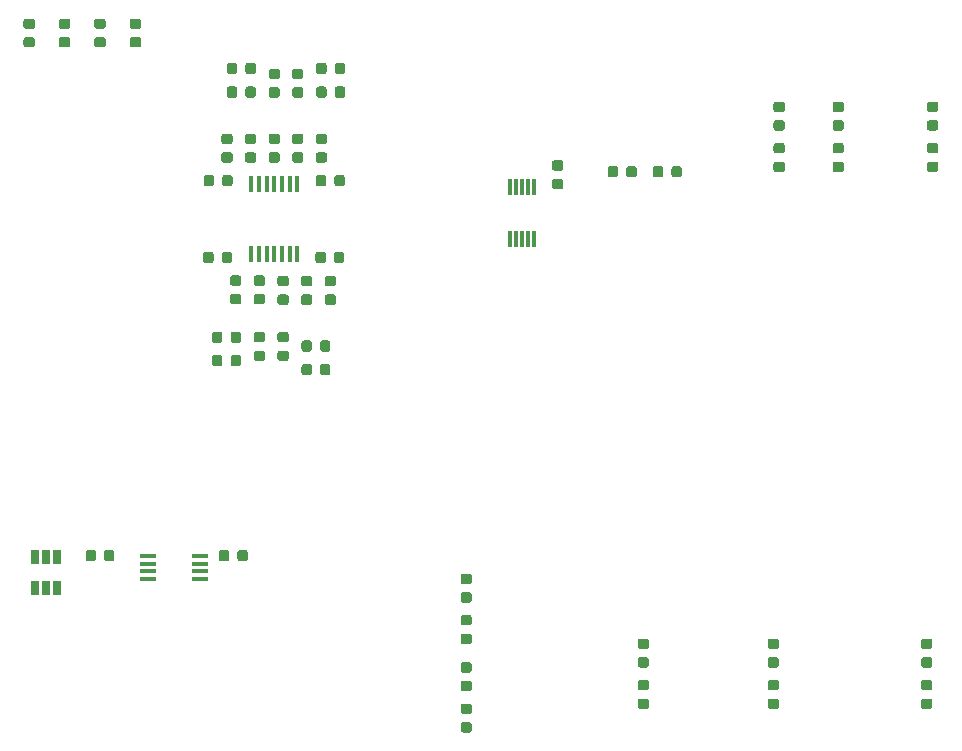
<source format=gbr>
G04 #@! TF.GenerationSoftware,KiCad,Pcbnew,5.1.4*
G04 #@! TF.CreationDate,2019-11-06T21:16:27-05:00*
G04 #@! TF.ProjectId,device-config-demo,64657669-6365-42d6-936f-6e6669672d64,rev?*
G04 #@! TF.SameCoordinates,Original*
G04 #@! TF.FileFunction,Paste,Top*
G04 #@! TF.FilePolarity,Positive*
%FSLAX46Y46*%
G04 Gerber Fmt 4.6, Leading zero omitted, Abs format (unit mm)*
G04 Created by KiCad (PCBNEW 5.1.4) date 2019-11-06 21:16:27*
%MOMM*%
%LPD*%
G04 APERTURE LIST*
%ADD10C,0.100000*%
%ADD11C,0.875000*%
%ADD12R,0.450000X1.450000*%
%ADD13R,0.650000X1.220000*%
%ADD14R,1.450000X0.450000*%
%ADD15R,0.300000X1.400000*%
G04 APERTURE END LIST*
D10*
G36*
X232777691Y-170563553D02*
G01*
X232798926Y-170566703D01*
X232819750Y-170571919D01*
X232839962Y-170579151D01*
X232859368Y-170588330D01*
X232877781Y-170599366D01*
X232895024Y-170612154D01*
X232910930Y-170626570D01*
X232925346Y-170642476D01*
X232938134Y-170659719D01*
X232949170Y-170678132D01*
X232958349Y-170697538D01*
X232965581Y-170717750D01*
X232970797Y-170738574D01*
X232973947Y-170759809D01*
X232975000Y-170781250D01*
X232975000Y-171218750D01*
X232973947Y-171240191D01*
X232970797Y-171261426D01*
X232965581Y-171282250D01*
X232958349Y-171302462D01*
X232949170Y-171321868D01*
X232938134Y-171340281D01*
X232925346Y-171357524D01*
X232910930Y-171373430D01*
X232895024Y-171387846D01*
X232877781Y-171400634D01*
X232859368Y-171411670D01*
X232839962Y-171420849D01*
X232819750Y-171428081D01*
X232798926Y-171433297D01*
X232777691Y-171436447D01*
X232756250Y-171437500D01*
X232243750Y-171437500D01*
X232222309Y-171436447D01*
X232201074Y-171433297D01*
X232180250Y-171428081D01*
X232160038Y-171420849D01*
X232140632Y-171411670D01*
X232122219Y-171400634D01*
X232104976Y-171387846D01*
X232089070Y-171373430D01*
X232074654Y-171357524D01*
X232061866Y-171340281D01*
X232050830Y-171321868D01*
X232041651Y-171302462D01*
X232034419Y-171282250D01*
X232029203Y-171261426D01*
X232026053Y-171240191D01*
X232025000Y-171218750D01*
X232025000Y-170781250D01*
X232026053Y-170759809D01*
X232029203Y-170738574D01*
X232034419Y-170717750D01*
X232041651Y-170697538D01*
X232050830Y-170678132D01*
X232061866Y-170659719D01*
X232074654Y-170642476D01*
X232089070Y-170626570D01*
X232104976Y-170612154D01*
X232122219Y-170599366D01*
X232140632Y-170588330D01*
X232160038Y-170579151D01*
X232180250Y-170571919D01*
X232201074Y-170566703D01*
X232222309Y-170563553D01*
X232243750Y-170562500D01*
X232756250Y-170562500D01*
X232777691Y-170563553D01*
X232777691Y-170563553D01*
G37*
D11*
X232500000Y-171000000D03*
D10*
G36*
X232777691Y-172138553D02*
G01*
X232798926Y-172141703D01*
X232819750Y-172146919D01*
X232839962Y-172154151D01*
X232859368Y-172163330D01*
X232877781Y-172174366D01*
X232895024Y-172187154D01*
X232910930Y-172201570D01*
X232925346Y-172217476D01*
X232938134Y-172234719D01*
X232949170Y-172253132D01*
X232958349Y-172272538D01*
X232965581Y-172292750D01*
X232970797Y-172313574D01*
X232973947Y-172334809D01*
X232975000Y-172356250D01*
X232975000Y-172793750D01*
X232973947Y-172815191D01*
X232970797Y-172836426D01*
X232965581Y-172857250D01*
X232958349Y-172877462D01*
X232949170Y-172896868D01*
X232938134Y-172915281D01*
X232925346Y-172932524D01*
X232910930Y-172948430D01*
X232895024Y-172962846D01*
X232877781Y-172975634D01*
X232859368Y-172986670D01*
X232839962Y-172995849D01*
X232819750Y-173003081D01*
X232798926Y-173008297D01*
X232777691Y-173011447D01*
X232756250Y-173012500D01*
X232243750Y-173012500D01*
X232222309Y-173011447D01*
X232201074Y-173008297D01*
X232180250Y-173003081D01*
X232160038Y-172995849D01*
X232140632Y-172986670D01*
X232122219Y-172975634D01*
X232104976Y-172962846D01*
X232089070Y-172948430D01*
X232074654Y-172932524D01*
X232061866Y-172915281D01*
X232050830Y-172896868D01*
X232041651Y-172877462D01*
X232034419Y-172857250D01*
X232029203Y-172836426D01*
X232026053Y-172815191D01*
X232025000Y-172793750D01*
X232025000Y-172356250D01*
X232026053Y-172334809D01*
X232029203Y-172313574D01*
X232034419Y-172292750D01*
X232041651Y-172272538D01*
X232050830Y-172253132D01*
X232061866Y-172234719D01*
X232074654Y-172217476D01*
X232089070Y-172201570D01*
X232104976Y-172187154D01*
X232122219Y-172174366D01*
X232140632Y-172163330D01*
X232160038Y-172154151D01*
X232180250Y-172146919D01*
X232201074Y-172141703D01*
X232222309Y-172138553D01*
X232243750Y-172137500D01*
X232756250Y-172137500D01*
X232777691Y-172138553D01*
X232777691Y-172138553D01*
G37*
D11*
X232500000Y-172575000D03*
D10*
G36*
X232027691Y-160101053D02*
G01*
X232048926Y-160104203D01*
X232069750Y-160109419D01*
X232089962Y-160116651D01*
X232109368Y-160125830D01*
X232127781Y-160136866D01*
X232145024Y-160149654D01*
X232160930Y-160164070D01*
X232175346Y-160179976D01*
X232188134Y-160197219D01*
X232199170Y-160215632D01*
X232208349Y-160235038D01*
X232215581Y-160255250D01*
X232220797Y-160276074D01*
X232223947Y-160297309D01*
X232225000Y-160318750D01*
X232225000Y-160756250D01*
X232223947Y-160777691D01*
X232220797Y-160798926D01*
X232215581Y-160819750D01*
X232208349Y-160839962D01*
X232199170Y-160859368D01*
X232188134Y-160877781D01*
X232175346Y-160895024D01*
X232160930Y-160910930D01*
X232145024Y-160925346D01*
X232127781Y-160938134D01*
X232109368Y-160949170D01*
X232089962Y-160958349D01*
X232069750Y-160965581D01*
X232048926Y-160970797D01*
X232027691Y-160973947D01*
X232006250Y-160975000D01*
X231493750Y-160975000D01*
X231472309Y-160973947D01*
X231451074Y-160970797D01*
X231430250Y-160965581D01*
X231410038Y-160958349D01*
X231390632Y-160949170D01*
X231372219Y-160938134D01*
X231354976Y-160925346D01*
X231339070Y-160910930D01*
X231324654Y-160895024D01*
X231311866Y-160877781D01*
X231300830Y-160859368D01*
X231291651Y-160839962D01*
X231284419Y-160819750D01*
X231279203Y-160798926D01*
X231276053Y-160777691D01*
X231275000Y-160756250D01*
X231275000Y-160318750D01*
X231276053Y-160297309D01*
X231279203Y-160276074D01*
X231284419Y-160255250D01*
X231291651Y-160235038D01*
X231300830Y-160215632D01*
X231311866Y-160197219D01*
X231324654Y-160179976D01*
X231339070Y-160164070D01*
X231354976Y-160149654D01*
X231372219Y-160136866D01*
X231390632Y-160125830D01*
X231410038Y-160116651D01*
X231430250Y-160109419D01*
X231451074Y-160104203D01*
X231472309Y-160101053D01*
X231493750Y-160100000D01*
X232006250Y-160100000D01*
X232027691Y-160101053D01*
X232027691Y-160101053D01*
G37*
D11*
X231750000Y-160537500D03*
D10*
G36*
X232027691Y-158526053D02*
G01*
X232048926Y-158529203D01*
X232069750Y-158534419D01*
X232089962Y-158541651D01*
X232109368Y-158550830D01*
X232127781Y-158561866D01*
X232145024Y-158574654D01*
X232160930Y-158589070D01*
X232175346Y-158604976D01*
X232188134Y-158622219D01*
X232199170Y-158640632D01*
X232208349Y-158660038D01*
X232215581Y-158680250D01*
X232220797Y-158701074D01*
X232223947Y-158722309D01*
X232225000Y-158743750D01*
X232225000Y-159181250D01*
X232223947Y-159202691D01*
X232220797Y-159223926D01*
X232215581Y-159244750D01*
X232208349Y-159264962D01*
X232199170Y-159284368D01*
X232188134Y-159302781D01*
X232175346Y-159320024D01*
X232160930Y-159335930D01*
X232145024Y-159350346D01*
X232127781Y-159363134D01*
X232109368Y-159374170D01*
X232089962Y-159383349D01*
X232069750Y-159390581D01*
X232048926Y-159395797D01*
X232027691Y-159398947D01*
X232006250Y-159400000D01*
X231493750Y-159400000D01*
X231472309Y-159398947D01*
X231451074Y-159395797D01*
X231430250Y-159390581D01*
X231410038Y-159383349D01*
X231390632Y-159374170D01*
X231372219Y-159363134D01*
X231354976Y-159350346D01*
X231339070Y-159335930D01*
X231324654Y-159320024D01*
X231311866Y-159302781D01*
X231300830Y-159284368D01*
X231291651Y-159264962D01*
X231284419Y-159244750D01*
X231279203Y-159223926D01*
X231276053Y-159202691D01*
X231275000Y-159181250D01*
X231275000Y-158743750D01*
X231276053Y-158722309D01*
X231279203Y-158701074D01*
X231284419Y-158680250D01*
X231291651Y-158660038D01*
X231300830Y-158640632D01*
X231311866Y-158622219D01*
X231324654Y-158604976D01*
X231339070Y-158589070D01*
X231354976Y-158574654D01*
X231372219Y-158561866D01*
X231390632Y-158550830D01*
X231410038Y-158541651D01*
X231430250Y-158534419D01*
X231451074Y-158529203D01*
X231472309Y-158526053D01*
X231493750Y-158525000D01*
X232006250Y-158525000D01*
X232027691Y-158526053D01*
X232027691Y-158526053D01*
G37*
D11*
X231750000Y-158962500D03*
D10*
G36*
X256027691Y-162351053D02*
G01*
X256048926Y-162354203D01*
X256069750Y-162359419D01*
X256089962Y-162366651D01*
X256109368Y-162375830D01*
X256127781Y-162386866D01*
X256145024Y-162399654D01*
X256160930Y-162414070D01*
X256175346Y-162429976D01*
X256188134Y-162447219D01*
X256199170Y-162465632D01*
X256208349Y-162485038D01*
X256215581Y-162505250D01*
X256220797Y-162526074D01*
X256223947Y-162547309D01*
X256225000Y-162568750D01*
X256225000Y-163006250D01*
X256223947Y-163027691D01*
X256220797Y-163048926D01*
X256215581Y-163069750D01*
X256208349Y-163089962D01*
X256199170Y-163109368D01*
X256188134Y-163127781D01*
X256175346Y-163145024D01*
X256160930Y-163160930D01*
X256145024Y-163175346D01*
X256127781Y-163188134D01*
X256109368Y-163199170D01*
X256089962Y-163208349D01*
X256069750Y-163215581D01*
X256048926Y-163220797D01*
X256027691Y-163223947D01*
X256006250Y-163225000D01*
X255493750Y-163225000D01*
X255472309Y-163223947D01*
X255451074Y-163220797D01*
X255430250Y-163215581D01*
X255410038Y-163208349D01*
X255390632Y-163199170D01*
X255372219Y-163188134D01*
X255354976Y-163175346D01*
X255339070Y-163160930D01*
X255324654Y-163145024D01*
X255311866Y-163127781D01*
X255300830Y-163109368D01*
X255291651Y-163089962D01*
X255284419Y-163069750D01*
X255279203Y-163048926D01*
X255276053Y-163027691D01*
X255275000Y-163006250D01*
X255275000Y-162568750D01*
X255276053Y-162547309D01*
X255279203Y-162526074D01*
X255284419Y-162505250D01*
X255291651Y-162485038D01*
X255300830Y-162465632D01*
X255311866Y-162447219D01*
X255324654Y-162429976D01*
X255339070Y-162414070D01*
X255354976Y-162399654D01*
X255372219Y-162386866D01*
X255390632Y-162375830D01*
X255410038Y-162366651D01*
X255430250Y-162359419D01*
X255451074Y-162354203D01*
X255472309Y-162351053D01*
X255493750Y-162350000D01*
X256006250Y-162350000D01*
X256027691Y-162351053D01*
X256027691Y-162351053D01*
G37*
D11*
X255750000Y-162787500D03*
D10*
G36*
X256027691Y-160776053D02*
G01*
X256048926Y-160779203D01*
X256069750Y-160784419D01*
X256089962Y-160791651D01*
X256109368Y-160800830D01*
X256127781Y-160811866D01*
X256145024Y-160824654D01*
X256160930Y-160839070D01*
X256175346Y-160854976D01*
X256188134Y-160872219D01*
X256199170Y-160890632D01*
X256208349Y-160910038D01*
X256215581Y-160930250D01*
X256220797Y-160951074D01*
X256223947Y-160972309D01*
X256225000Y-160993750D01*
X256225000Y-161431250D01*
X256223947Y-161452691D01*
X256220797Y-161473926D01*
X256215581Y-161494750D01*
X256208349Y-161514962D01*
X256199170Y-161534368D01*
X256188134Y-161552781D01*
X256175346Y-161570024D01*
X256160930Y-161585930D01*
X256145024Y-161600346D01*
X256127781Y-161613134D01*
X256109368Y-161624170D01*
X256089962Y-161633349D01*
X256069750Y-161640581D01*
X256048926Y-161645797D01*
X256027691Y-161648947D01*
X256006250Y-161650000D01*
X255493750Y-161650000D01*
X255472309Y-161648947D01*
X255451074Y-161645797D01*
X255430250Y-161640581D01*
X255410038Y-161633349D01*
X255390632Y-161624170D01*
X255372219Y-161613134D01*
X255354976Y-161600346D01*
X255339070Y-161585930D01*
X255324654Y-161570024D01*
X255311866Y-161552781D01*
X255300830Y-161534368D01*
X255291651Y-161514962D01*
X255284419Y-161494750D01*
X255279203Y-161473926D01*
X255276053Y-161452691D01*
X255275000Y-161431250D01*
X255275000Y-160993750D01*
X255276053Y-160972309D01*
X255279203Y-160951074D01*
X255284419Y-160930250D01*
X255291651Y-160910038D01*
X255300830Y-160890632D01*
X255311866Y-160872219D01*
X255324654Y-160854976D01*
X255339070Y-160839070D01*
X255354976Y-160824654D01*
X255372219Y-160811866D01*
X255390632Y-160800830D01*
X255410038Y-160791651D01*
X255430250Y-160784419D01*
X255451074Y-160779203D01*
X255472309Y-160776053D01*
X255493750Y-160775000D01*
X256006250Y-160775000D01*
X256027691Y-160776053D01*
X256027691Y-160776053D01*
G37*
D11*
X255750000Y-161212500D03*
D10*
G36*
X229315191Y-193776053D02*
G01*
X229336426Y-193779203D01*
X229357250Y-193784419D01*
X229377462Y-193791651D01*
X229396868Y-193800830D01*
X229415281Y-193811866D01*
X229432524Y-193824654D01*
X229448430Y-193839070D01*
X229462846Y-193854976D01*
X229475634Y-193872219D01*
X229486670Y-193890632D01*
X229495849Y-193910038D01*
X229503081Y-193930250D01*
X229508297Y-193951074D01*
X229511447Y-193972309D01*
X229512500Y-193993750D01*
X229512500Y-194506250D01*
X229511447Y-194527691D01*
X229508297Y-194548926D01*
X229503081Y-194569750D01*
X229495849Y-194589962D01*
X229486670Y-194609368D01*
X229475634Y-194627781D01*
X229462846Y-194645024D01*
X229448430Y-194660930D01*
X229432524Y-194675346D01*
X229415281Y-194688134D01*
X229396868Y-194699170D01*
X229377462Y-194708349D01*
X229357250Y-194715581D01*
X229336426Y-194720797D01*
X229315191Y-194723947D01*
X229293750Y-194725000D01*
X228856250Y-194725000D01*
X228834809Y-194723947D01*
X228813574Y-194720797D01*
X228792750Y-194715581D01*
X228772538Y-194708349D01*
X228753132Y-194699170D01*
X228734719Y-194688134D01*
X228717476Y-194675346D01*
X228701570Y-194660930D01*
X228687154Y-194645024D01*
X228674366Y-194627781D01*
X228663330Y-194609368D01*
X228654151Y-194589962D01*
X228646919Y-194569750D01*
X228641703Y-194548926D01*
X228638553Y-194527691D01*
X228637500Y-194506250D01*
X228637500Y-193993750D01*
X228638553Y-193972309D01*
X228641703Y-193951074D01*
X228646919Y-193930250D01*
X228654151Y-193910038D01*
X228663330Y-193890632D01*
X228674366Y-193872219D01*
X228687154Y-193854976D01*
X228701570Y-193839070D01*
X228717476Y-193824654D01*
X228734719Y-193811866D01*
X228753132Y-193800830D01*
X228772538Y-193791651D01*
X228792750Y-193784419D01*
X228813574Y-193779203D01*
X228834809Y-193776053D01*
X228856250Y-193775000D01*
X229293750Y-193775000D01*
X229315191Y-193776053D01*
X229315191Y-193776053D01*
G37*
D11*
X229075000Y-194250000D03*
D10*
G36*
X227740191Y-193776053D02*
G01*
X227761426Y-193779203D01*
X227782250Y-193784419D01*
X227802462Y-193791651D01*
X227821868Y-193800830D01*
X227840281Y-193811866D01*
X227857524Y-193824654D01*
X227873430Y-193839070D01*
X227887846Y-193854976D01*
X227900634Y-193872219D01*
X227911670Y-193890632D01*
X227920849Y-193910038D01*
X227928081Y-193930250D01*
X227933297Y-193951074D01*
X227936447Y-193972309D01*
X227937500Y-193993750D01*
X227937500Y-194506250D01*
X227936447Y-194527691D01*
X227933297Y-194548926D01*
X227928081Y-194569750D01*
X227920849Y-194589962D01*
X227911670Y-194609368D01*
X227900634Y-194627781D01*
X227887846Y-194645024D01*
X227873430Y-194660930D01*
X227857524Y-194675346D01*
X227840281Y-194688134D01*
X227821868Y-194699170D01*
X227802462Y-194708349D01*
X227782250Y-194715581D01*
X227761426Y-194720797D01*
X227740191Y-194723947D01*
X227718750Y-194725000D01*
X227281250Y-194725000D01*
X227259809Y-194723947D01*
X227238574Y-194720797D01*
X227217750Y-194715581D01*
X227197538Y-194708349D01*
X227178132Y-194699170D01*
X227159719Y-194688134D01*
X227142476Y-194675346D01*
X227126570Y-194660930D01*
X227112154Y-194645024D01*
X227099366Y-194627781D01*
X227088330Y-194609368D01*
X227079151Y-194589962D01*
X227071919Y-194569750D01*
X227066703Y-194548926D01*
X227063553Y-194527691D01*
X227062500Y-194506250D01*
X227062500Y-193993750D01*
X227063553Y-193972309D01*
X227066703Y-193951074D01*
X227071919Y-193930250D01*
X227079151Y-193910038D01*
X227088330Y-193890632D01*
X227099366Y-193872219D01*
X227112154Y-193854976D01*
X227126570Y-193839070D01*
X227142476Y-193824654D01*
X227159719Y-193811866D01*
X227178132Y-193800830D01*
X227197538Y-193791651D01*
X227217750Y-193784419D01*
X227238574Y-193779203D01*
X227259809Y-193776053D01*
X227281250Y-193775000D01*
X227718750Y-193775000D01*
X227740191Y-193776053D01*
X227740191Y-193776053D01*
G37*
D11*
X227500000Y-194250000D03*
D10*
G36*
X274777691Y-157388553D02*
G01*
X274798926Y-157391703D01*
X274819750Y-157396919D01*
X274839962Y-157404151D01*
X274859368Y-157413330D01*
X274877781Y-157424366D01*
X274895024Y-157437154D01*
X274910930Y-157451570D01*
X274925346Y-157467476D01*
X274938134Y-157484719D01*
X274949170Y-157503132D01*
X274958349Y-157522538D01*
X274965581Y-157542750D01*
X274970797Y-157563574D01*
X274973947Y-157584809D01*
X274975000Y-157606250D01*
X274975000Y-158043750D01*
X274973947Y-158065191D01*
X274970797Y-158086426D01*
X274965581Y-158107250D01*
X274958349Y-158127462D01*
X274949170Y-158146868D01*
X274938134Y-158165281D01*
X274925346Y-158182524D01*
X274910930Y-158198430D01*
X274895024Y-158212846D01*
X274877781Y-158225634D01*
X274859368Y-158236670D01*
X274839962Y-158245849D01*
X274819750Y-158253081D01*
X274798926Y-158258297D01*
X274777691Y-158261447D01*
X274756250Y-158262500D01*
X274243750Y-158262500D01*
X274222309Y-158261447D01*
X274201074Y-158258297D01*
X274180250Y-158253081D01*
X274160038Y-158245849D01*
X274140632Y-158236670D01*
X274122219Y-158225634D01*
X274104976Y-158212846D01*
X274089070Y-158198430D01*
X274074654Y-158182524D01*
X274061866Y-158165281D01*
X274050830Y-158146868D01*
X274041651Y-158127462D01*
X274034419Y-158107250D01*
X274029203Y-158086426D01*
X274026053Y-158065191D01*
X274025000Y-158043750D01*
X274025000Y-157606250D01*
X274026053Y-157584809D01*
X274029203Y-157563574D01*
X274034419Y-157542750D01*
X274041651Y-157522538D01*
X274050830Y-157503132D01*
X274061866Y-157484719D01*
X274074654Y-157467476D01*
X274089070Y-157451570D01*
X274104976Y-157437154D01*
X274122219Y-157424366D01*
X274140632Y-157413330D01*
X274160038Y-157404151D01*
X274180250Y-157396919D01*
X274201074Y-157391703D01*
X274222309Y-157388553D01*
X274243750Y-157387500D01*
X274756250Y-157387500D01*
X274777691Y-157388553D01*
X274777691Y-157388553D01*
G37*
D11*
X274500000Y-157825000D03*
D10*
G36*
X274777691Y-155813553D02*
G01*
X274798926Y-155816703D01*
X274819750Y-155821919D01*
X274839962Y-155829151D01*
X274859368Y-155838330D01*
X274877781Y-155849366D01*
X274895024Y-155862154D01*
X274910930Y-155876570D01*
X274925346Y-155892476D01*
X274938134Y-155909719D01*
X274949170Y-155928132D01*
X274958349Y-155947538D01*
X274965581Y-155967750D01*
X274970797Y-155988574D01*
X274973947Y-156009809D01*
X274975000Y-156031250D01*
X274975000Y-156468750D01*
X274973947Y-156490191D01*
X274970797Y-156511426D01*
X274965581Y-156532250D01*
X274958349Y-156552462D01*
X274949170Y-156571868D01*
X274938134Y-156590281D01*
X274925346Y-156607524D01*
X274910930Y-156623430D01*
X274895024Y-156637846D01*
X274877781Y-156650634D01*
X274859368Y-156661670D01*
X274839962Y-156670849D01*
X274819750Y-156678081D01*
X274798926Y-156683297D01*
X274777691Y-156686447D01*
X274756250Y-156687500D01*
X274243750Y-156687500D01*
X274222309Y-156686447D01*
X274201074Y-156683297D01*
X274180250Y-156678081D01*
X274160038Y-156670849D01*
X274140632Y-156661670D01*
X274122219Y-156650634D01*
X274104976Y-156637846D01*
X274089070Y-156623430D01*
X274074654Y-156607524D01*
X274061866Y-156590281D01*
X274050830Y-156571868D01*
X274041651Y-156552462D01*
X274034419Y-156532250D01*
X274029203Y-156511426D01*
X274026053Y-156490191D01*
X274025000Y-156468750D01*
X274025000Y-156031250D01*
X274026053Y-156009809D01*
X274029203Y-155988574D01*
X274034419Y-155967750D01*
X274041651Y-155947538D01*
X274050830Y-155928132D01*
X274061866Y-155909719D01*
X274074654Y-155892476D01*
X274089070Y-155876570D01*
X274104976Y-155862154D01*
X274122219Y-155849366D01*
X274140632Y-155838330D01*
X274160038Y-155829151D01*
X274180250Y-155821919D01*
X274201074Y-155816703D01*
X274222309Y-155813553D01*
X274243750Y-155812500D01*
X274756250Y-155812500D01*
X274777691Y-155813553D01*
X274777691Y-155813553D01*
G37*
D11*
X274500000Y-156250000D03*
D10*
G36*
X279777691Y-157388553D02*
G01*
X279798926Y-157391703D01*
X279819750Y-157396919D01*
X279839962Y-157404151D01*
X279859368Y-157413330D01*
X279877781Y-157424366D01*
X279895024Y-157437154D01*
X279910930Y-157451570D01*
X279925346Y-157467476D01*
X279938134Y-157484719D01*
X279949170Y-157503132D01*
X279958349Y-157522538D01*
X279965581Y-157542750D01*
X279970797Y-157563574D01*
X279973947Y-157584809D01*
X279975000Y-157606250D01*
X279975000Y-158043750D01*
X279973947Y-158065191D01*
X279970797Y-158086426D01*
X279965581Y-158107250D01*
X279958349Y-158127462D01*
X279949170Y-158146868D01*
X279938134Y-158165281D01*
X279925346Y-158182524D01*
X279910930Y-158198430D01*
X279895024Y-158212846D01*
X279877781Y-158225634D01*
X279859368Y-158236670D01*
X279839962Y-158245849D01*
X279819750Y-158253081D01*
X279798926Y-158258297D01*
X279777691Y-158261447D01*
X279756250Y-158262500D01*
X279243750Y-158262500D01*
X279222309Y-158261447D01*
X279201074Y-158258297D01*
X279180250Y-158253081D01*
X279160038Y-158245849D01*
X279140632Y-158236670D01*
X279122219Y-158225634D01*
X279104976Y-158212846D01*
X279089070Y-158198430D01*
X279074654Y-158182524D01*
X279061866Y-158165281D01*
X279050830Y-158146868D01*
X279041651Y-158127462D01*
X279034419Y-158107250D01*
X279029203Y-158086426D01*
X279026053Y-158065191D01*
X279025000Y-158043750D01*
X279025000Y-157606250D01*
X279026053Y-157584809D01*
X279029203Y-157563574D01*
X279034419Y-157542750D01*
X279041651Y-157522538D01*
X279050830Y-157503132D01*
X279061866Y-157484719D01*
X279074654Y-157467476D01*
X279089070Y-157451570D01*
X279104976Y-157437154D01*
X279122219Y-157424366D01*
X279140632Y-157413330D01*
X279160038Y-157404151D01*
X279180250Y-157396919D01*
X279201074Y-157391703D01*
X279222309Y-157388553D01*
X279243750Y-157387500D01*
X279756250Y-157387500D01*
X279777691Y-157388553D01*
X279777691Y-157388553D01*
G37*
D11*
X279500000Y-157825000D03*
D10*
G36*
X279777691Y-155813553D02*
G01*
X279798926Y-155816703D01*
X279819750Y-155821919D01*
X279839962Y-155829151D01*
X279859368Y-155838330D01*
X279877781Y-155849366D01*
X279895024Y-155862154D01*
X279910930Y-155876570D01*
X279925346Y-155892476D01*
X279938134Y-155909719D01*
X279949170Y-155928132D01*
X279958349Y-155947538D01*
X279965581Y-155967750D01*
X279970797Y-155988574D01*
X279973947Y-156009809D01*
X279975000Y-156031250D01*
X279975000Y-156468750D01*
X279973947Y-156490191D01*
X279970797Y-156511426D01*
X279965581Y-156532250D01*
X279958349Y-156552462D01*
X279949170Y-156571868D01*
X279938134Y-156590281D01*
X279925346Y-156607524D01*
X279910930Y-156623430D01*
X279895024Y-156637846D01*
X279877781Y-156650634D01*
X279859368Y-156661670D01*
X279839962Y-156670849D01*
X279819750Y-156678081D01*
X279798926Y-156683297D01*
X279777691Y-156686447D01*
X279756250Y-156687500D01*
X279243750Y-156687500D01*
X279222309Y-156686447D01*
X279201074Y-156683297D01*
X279180250Y-156678081D01*
X279160038Y-156670849D01*
X279140632Y-156661670D01*
X279122219Y-156650634D01*
X279104976Y-156637846D01*
X279089070Y-156623430D01*
X279074654Y-156607524D01*
X279061866Y-156590281D01*
X279050830Y-156571868D01*
X279041651Y-156552462D01*
X279034419Y-156532250D01*
X279029203Y-156511426D01*
X279026053Y-156490191D01*
X279025000Y-156468750D01*
X279025000Y-156031250D01*
X279026053Y-156009809D01*
X279029203Y-155988574D01*
X279034419Y-155967750D01*
X279041651Y-155947538D01*
X279050830Y-155928132D01*
X279061866Y-155909719D01*
X279074654Y-155892476D01*
X279089070Y-155876570D01*
X279104976Y-155862154D01*
X279122219Y-155849366D01*
X279140632Y-155838330D01*
X279160038Y-155829151D01*
X279180250Y-155821919D01*
X279201074Y-155816703D01*
X279222309Y-155813553D01*
X279243750Y-155812500D01*
X279756250Y-155812500D01*
X279777691Y-155813553D01*
X279777691Y-155813553D01*
G37*
D11*
X279500000Y-156250000D03*
D10*
G36*
X287777691Y-157388553D02*
G01*
X287798926Y-157391703D01*
X287819750Y-157396919D01*
X287839962Y-157404151D01*
X287859368Y-157413330D01*
X287877781Y-157424366D01*
X287895024Y-157437154D01*
X287910930Y-157451570D01*
X287925346Y-157467476D01*
X287938134Y-157484719D01*
X287949170Y-157503132D01*
X287958349Y-157522538D01*
X287965581Y-157542750D01*
X287970797Y-157563574D01*
X287973947Y-157584809D01*
X287975000Y-157606250D01*
X287975000Y-158043750D01*
X287973947Y-158065191D01*
X287970797Y-158086426D01*
X287965581Y-158107250D01*
X287958349Y-158127462D01*
X287949170Y-158146868D01*
X287938134Y-158165281D01*
X287925346Y-158182524D01*
X287910930Y-158198430D01*
X287895024Y-158212846D01*
X287877781Y-158225634D01*
X287859368Y-158236670D01*
X287839962Y-158245849D01*
X287819750Y-158253081D01*
X287798926Y-158258297D01*
X287777691Y-158261447D01*
X287756250Y-158262500D01*
X287243750Y-158262500D01*
X287222309Y-158261447D01*
X287201074Y-158258297D01*
X287180250Y-158253081D01*
X287160038Y-158245849D01*
X287140632Y-158236670D01*
X287122219Y-158225634D01*
X287104976Y-158212846D01*
X287089070Y-158198430D01*
X287074654Y-158182524D01*
X287061866Y-158165281D01*
X287050830Y-158146868D01*
X287041651Y-158127462D01*
X287034419Y-158107250D01*
X287029203Y-158086426D01*
X287026053Y-158065191D01*
X287025000Y-158043750D01*
X287025000Y-157606250D01*
X287026053Y-157584809D01*
X287029203Y-157563574D01*
X287034419Y-157542750D01*
X287041651Y-157522538D01*
X287050830Y-157503132D01*
X287061866Y-157484719D01*
X287074654Y-157467476D01*
X287089070Y-157451570D01*
X287104976Y-157437154D01*
X287122219Y-157424366D01*
X287140632Y-157413330D01*
X287160038Y-157404151D01*
X287180250Y-157396919D01*
X287201074Y-157391703D01*
X287222309Y-157388553D01*
X287243750Y-157387500D01*
X287756250Y-157387500D01*
X287777691Y-157388553D01*
X287777691Y-157388553D01*
G37*
D11*
X287500000Y-157825000D03*
D10*
G36*
X287777691Y-155813553D02*
G01*
X287798926Y-155816703D01*
X287819750Y-155821919D01*
X287839962Y-155829151D01*
X287859368Y-155838330D01*
X287877781Y-155849366D01*
X287895024Y-155862154D01*
X287910930Y-155876570D01*
X287925346Y-155892476D01*
X287938134Y-155909719D01*
X287949170Y-155928132D01*
X287958349Y-155947538D01*
X287965581Y-155967750D01*
X287970797Y-155988574D01*
X287973947Y-156009809D01*
X287975000Y-156031250D01*
X287975000Y-156468750D01*
X287973947Y-156490191D01*
X287970797Y-156511426D01*
X287965581Y-156532250D01*
X287958349Y-156552462D01*
X287949170Y-156571868D01*
X287938134Y-156590281D01*
X287925346Y-156607524D01*
X287910930Y-156623430D01*
X287895024Y-156637846D01*
X287877781Y-156650634D01*
X287859368Y-156661670D01*
X287839962Y-156670849D01*
X287819750Y-156678081D01*
X287798926Y-156683297D01*
X287777691Y-156686447D01*
X287756250Y-156687500D01*
X287243750Y-156687500D01*
X287222309Y-156686447D01*
X287201074Y-156683297D01*
X287180250Y-156678081D01*
X287160038Y-156670849D01*
X287140632Y-156661670D01*
X287122219Y-156650634D01*
X287104976Y-156637846D01*
X287089070Y-156623430D01*
X287074654Y-156607524D01*
X287061866Y-156590281D01*
X287050830Y-156571868D01*
X287041651Y-156552462D01*
X287034419Y-156532250D01*
X287029203Y-156511426D01*
X287026053Y-156490191D01*
X287025000Y-156468750D01*
X287025000Y-156031250D01*
X287026053Y-156009809D01*
X287029203Y-155988574D01*
X287034419Y-155967750D01*
X287041651Y-155947538D01*
X287050830Y-155928132D01*
X287061866Y-155909719D01*
X287074654Y-155892476D01*
X287089070Y-155876570D01*
X287104976Y-155862154D01*
X287122219Y-155849366D01*
X287140632Y-155838330D01*
X287160038Y-155829151D01*
X287180250Y-155821919D01*
X287201074Y-155816703D01*
X287222309Y-155813553D01*
X287243750Y-155812500D01*
X287756250Y-155812500D01*
X287777691Y-155813553D01*
X287777691Y-155813553D01*
G37*
D11*
X287500000Y-156250000D03*
D10*
G36*
X248277691Y-200851053D02*
G01*
X248298926Y-200854203D01*
X248319750Y-200859419D01*
X248339962Y-200866651D01*
X248359368Y-200875830D01*
X248377781Y-200886866D01*
X248395024Y-200899654D01*
X248410930Y-200914070D01*
X248425346Y-200929976D01*
X248438134Y-200947219D01*
X248449170Y-200965632D01*
X248458349Y-200985038D01*
X248465581Y-201005250D01*
X248470797Y-201026074D01*
X248473947Y-201047309D01*
X248475000Y-201068750D01*
X248475000Y-201506250D01*
X248473947Y-201527691D01*
X248470797Y-201548926D01*
X248465581Y-201569750D01*
X248458349Y-201589962D01*
X248449170Y-201609368D01*
X248438134Y-201627781D01*
X248425346Y-201645024D01*
X248410930Y-201660930D01*
X248395024Y-201675346D01*
X248377781Y-201688134D01*
X248359368Y-201699170D01*
X248339962Y-201708349D01*
X248319750Y-201715581D01*
X248298926Y-201720797D01*
X248277691Y-201723947D01*
X248256250Y-201725000D01*
X247743750Y-201725000D01*
X247722309Y-201723947D01*
X247701074Y-201720797D01*
X247680250Y-201715581D01*
X247660038Y-201708349D01*
X247640632Y-201699170D01*
X247622219Y-201688134D01*
X247604976Y-201675346D01*
X247589070Y-201660930D01*
X247574654Y-201645024D01*
X247561866Y-201627781D01*
X247550830Y-201609368D01*
X247541651Y-201589962D01*
X247534419Y-201569750D01*
X247529203Y-201548926D01*
X247526053Y-201527691D01*
X247525000Y-201506250D01*
X247525000Y-201068750D01*
X247526053Y-201047309D01*
X247529203Y-201026074D01*
X247534419Y-201005250D01*
X247541651Y-200985038D01*
X247550830Y-200965632D01*
X247561866Y-200947219D01*
X247574654Y-200929976D01*
X247589070Y-200914070D01*
X247604976Y-200899654D01*
X247622219Y-200886866D01*
X247640632Y-200875830D01*
X247660038Y-200866651D01*
X247680250Y-200859419D01*
X247701074Y-200854203D01*
X247722309Y-200851053D01*
X247743750Y-200850000D01*
X248256250Y-200850000D01*
X248277691Y-200851053D01*
X248277691Y-200851053D01*
G37*
D11*
X248000000Y-201287500D03*
D10*
G36*
X248277691Y-199276053D02*
G01*
X248298926Y-199279203D01*
X248319750Y-199284419D01*
X248339962Y-199291651D01*
X248359368Y-199300830D01*
X248377781Y-199311866D01*
X248395024Y-199324654D01*
X248410930Y-199339070D01*
X248425346Y-199354976D01*
X248438134Y-199372219D01*
X248449170Y-199390632D01*
X248458349Y-199410038D01*
X248465581Y-199430250D01*
X248470797Y-199451074D01*
X248473947Y-199472309D01*
X248475000Y-199493750D01*
X248475000Y-199931250D01*
X248473947Y-199952691D01*
X248470797Y-199973926D01*
X248465581Y-199994750D01*
X248458349Y-200014962D01*
X248449170Y-200034368D01*
X248438134Y-200052781D01*
X248425346Y-200070024D01*
X248410930Y-200085930D01*
X248395024Y-200100346D01*
X248377781Y-200113134D01*
X248359368Y-200124170D01*
X248339962Y-200133349D01*
X248319750Y-200140581D01*
X248298926Y-200145797D01*
X248277691Y-200148947D01*
X248256250Y-200150000D01*
X247743750Y-200150000D01*
X247722309Y-200148947D01*
X247701074Y-200145797D01*
X247680250Y-200140581D01*
X247660038Y-200133349D01*
X247640632Y-200124170D01*
X247622219Y-200113134D01*
X247604976Y-200100346D01*
X247589070Y-200085930D01*
X247574654Y-200070024D01*
X247561866Y-200052781D01*
X247550830Y-200034368D01*
X247541651Y-200014962D01*
X247534419Y-199994750D01*
X247529203Y-199973926D01*
X247526053Y-199952691D01*
X247525000Y-199931250D01*
X247525000Y-199493750D01*
X247526053Y-199472309D01*
X247529203Y-199451074D01*
X247534419Y-199430250D01*
X247541651Y-199410038D01*
X247550830Y-199390632D01*
X247561866Y-199372219D01*
X247574654Y-199354976D01*
X247589070Y-199339070D01*
X247604976Y-199324654D01*
X247622219Y-199311866D01*
X247640632Y-199300830D01*
X247660038Y-199291651D01*
X247680250Y-199284419D01*
X247701074Y-199279203D01*
X247722309Y-199276053D01*
X247743750Y-199275000D01*
X248256250Y-199275000D01*
X248277691Y-199276053D01*
X248277691Y-199276053D01*
G37*
D11*
X248000000Y-199712500D03*
D10*
G36*
X248277691Y-203276053D02*
G01*
X248298926Y-203279203D01*
X248319750Y-203284419D01*
X248339962Y-203291651D01*
X248359368Y-203300830D01*
X248377781Y-203311866D01*
X248395024Y-203324654D01*
X248410930Y-203339070D01*
X248425346Y-203354976D01*
X248438134Y-203372219D01*
X248449170Y-203390632D01*
X248458349Y-203410038D01*
X248465581Y-203430250D01*
X248470797Y-203451074D01*
X248473947Y-203472309D01*
X248475000Y-203493750D01*
X248475000Y-203931250D01*
X248473947Y-203952691D01*
X248470797Y-203973926D01*
X248465581Y-203994750D01*
X248458349Y-204014962D01*
X248449170Y-204034368D01*
X248438134Y-204052781D01*
X248425346Y-204070024D01*
X248410930Y-204085930D01*
X248395024Y-204100346D01*
X248377781Y-204113134D01*
X248359368Y-204124170D01*
X248339962Y-204133349D01*
X248319750Y-204140581D01*
X248298926Y-204145797D01*
X248277691Y-204148947D01*
X248256250Y-204150000D01*
X247743750Y-204150000D01*
X247722309Y-204148947D01*
X247701074Y-204145797D01*
X247680250Y-204140581D01*
X247660038Y-204133349D01*
X247640632Y-204124170D01*
X247622219Y-204113134D01*
X247604976Y-204100346D01*
X247589070Y-204085930D01*
X247574654Y-204070024D01*
X247561866Y-204052781D01*
X247550830Y-204034368D01*
X247541651Y-204014962D01*
X247534419Y-203994750D01*
X247529203Y-203973926D01*
X247526053Y-203952691D01*
X247525000Y-203931250D01*
X247525000Y-203493750D01*
X247526053Y-203472309D01*
X247529203Y-203451074D01*
X247534419Y-203430250D01*
X247541651Y-203410038D01*
X247550830Y-203390632D01*
X247561866Y-203372219D01*
X247574654Y-203354976D01*
X247589070Y-203339070D01*
X247604976Y-203324654D01*
X247622219Y-203311866D01*
X247640632Y-203300830D01*
X247660038Y-203291651D01*
X247680250Y-203284419D01*
X247701074Y-203279203D01*
X247722309Y-203276053D01*
X247743750Y-203275000D01*
X248256250Y-203275000D01*
X248277691Y-203276053D01*
X248277691Y-203276053D01*
G37*
D11*
X248000000Y-203712500D03*
D10*
G36*
X248277691Y-204851053D02*
G01*
X248298926Y-204854203D01*
X248319750Y-204859419D01*
X248339962Y-204866651D01*
X248359368Y-204875830D01*
X248377781Y-204886866D01*
X248395024Y-204899654D01*
X248410930Y-204914070D01*
X248425346Y-204929976D01*
X248438134Y-204947219D01*
X248449170Y-204965632D01*
X248458349Y-204985038D01*
X248465581Y-205005250D01*
X248470797Y-205026074D01*
X248473947Y-205047309D01*
X248475000Y-205068750D01*
X248475000Y-205506250D01*
X248473947Y-205527691D01*
X248470797Y-205548926D01*
X248465581Y-205569750D01*
X248458349Y-205589962D01*
X248449170Y-205609368D01*
X248438134Y-205627781D01*
X248425346Y-205645024D01*
X248410930Y-205660930D01*
X248395024Y-205675346D01*
X248377781Y-205688134D01*
X248359368Y-205699170D01*
X248339962Y-205708349D01*
X248319750Y-205715581D01*
X248298926Y-205720797D01*
X248277691Y-205723947D01*
X248256250Y-205725000D01*
X247743750Y-205725000D01*
X247722309Y-205723947D01*
X247701074Y-205720797D01*
X247680250Y-205715581D01*
X247660038Y-205708349D01*
X247640632Y-205699170D01*
X247622219Y-205688134D01*
X247604976Y-205675346D01*
X247589070Y-205660930D01*
X247574654Y-205645024D01*
X247561866Y-205627781D01*
X247550830Y-205609368D01*
X247541651Y-205589962D01*
X247534419Y-205569750D01*
X247529203Y-205548926D01*
X247526053Y-205527691D01*
X247525000Y-205506250D01*
X247525000Y-205068750D01*
X247526053Y-205047309D01*
X247529203Y-205026074D01*
X247534419Y-205005250D01*
X247541651Y-204985038D01*
X247550830Y-204965632D01*
X247561866Y-204947219D01*
X247574654Y-204929976D01*
X247589070Y-204914070D01*
X247604976Y-204899654D01*
X247622219Y-204886866D01*
X247640632Y-204875830D01*
X247660038Y-204866651D01*
X247680250Y-204859419D01*
X247701074Y-204854203D01*
X247722309Y-204851053D01*
X247743750Y-204850000D01*
X248256250Y-204850000D01*
X248277691Y-204851053D01*
X248277691Y-204851053D01*
G37*
D11*
X248000000Y-205287500D03*
D10*
G36*
X263277691Y-201276053D02*
G01*
X263298926Y-201279203D01*
X263319750Y-201284419D01*
X263339962Y-201291651D01*
X263359368Y-201300830D01*
X263377781Y-201311866D01*
X263395024Y-201324654D01*
X263410930Y-201339070D01*
X263425346Y-201354976D01*
X263438134Y-201372219D01*
X263449170Y-201390632D01*
X263458349Y-201410038D01*
X263465581Y-201430250D01*
X263470797Y-201451074D01*
X263473947Y-201472309D01*
X263475000Y-201493750D01*
X263475000Y-201931250D01*
X263473947Y-201952691D01*
X263470797Y-201973926D01*
X263465581Y-201994750D01*
X263458349Y-202014962D01*
X263449170Y-202034368D01*
X263438134Y-202052781D01*
X263425346Y-202070024D01*
X263410930Y-202085930D01*
X263395024Y-202100346D01*
X263377781Y-202113134D01*
X263359368Y-202124170D01*
X263339962Y-202133349D01*
X263319750Y-202140581D01*
X263298926Y-202145797D01*
X263277691Y-202148947D01*
X263256250Y-202150000D01*
X262743750Y-202150000D01*
X262722309Y-202148947D01*
X262701074Y-202145797D01*
X262680250Y-202140581D01*
X262660038Y-202133349D01*
X262640632Y-202124170D01*
X262622219Y-202113134D01*
X262604976Y-202100346D01*
X262589070Y-202085930D01*
X262574654Y-202070024D01*
X262561866Y-202052781D01*
X262550830Y-202034368D01*
X262541651Y-202014962D01*
X262534419Y-201994750D01*
X262529203Y-201973926D01*
X262526053Y-201952691D01*
X262525000Y-201931250D01*
X262525000Y-201493750D01*
X262526053Y-201472309D01*
X262529203Y-201451074D01*
X262534419Y-201430250D01*
X262541651Y-201410038D01*
X262550830Y-201390632D01*
X262561866Y-201372219D01*
X262574654Y-201354976D01*
X262589070Y-201339070D01*
X262604976Y-201324654D01*
X262622219Y-201311866D01*
X262640632Y-201300830D01*
X262660038Y-201291651D01*
X262680250Y-201284419D01*
X262701074Y-201279203D01*
X262722309Y-201276053D01*
X262743750Y-201275000D01*
X263256250Y-201275000D01*
X263277691Y-201276053D01*
X263277691Y-201276053D01*
G37*
D11*
X263000000Y-201712500D03*
D10*
G36*
X263277691Y-202851053D02*
G01*
X263298926Y-202854203D01*
X263319750Y-202859419D01*
X263339962Y-202866651D01*
X263359368Y-202875830D01*
X263377781Y-202886866D01*
X263395024Y-202899654D01*
X263410930Y-202914070D01*
X263425346Y-202929976D01*
X263438134Y-202947219D01*
X263449170Y-202965632D01*
X263458349Y-202985038D01*
X263465581Y-203005250D01*
X263470797Y-203026074D01*
X263473947Y-203047309D01*
X263475000Y-203068750D01*
X263475000Y-203506250D01*
X263473947Y-203527691D01*
X263470797Y-203548926D01*
X263465581Y-203569750D01*
X263458349Y-203589962D01*
X263449170Y-203609368D01*
X263438134Y-203627781D01*
X263425346Y-203645024D01*
X263410930Y-203660930D01*
X263395024Y-203675346D01*
X263377781Y-203688134D01*
X263359368Y-203699170D01*
X263339962Y-203708349D01*
X263319750Y-203715581D01*
X263298926Y-203720797D01*
X263277691Y-203723947D01*
X263256250Y-203725000D01*
X262743750Y-203725000D01*
X262722309Y-203723947D01*
X262701074Y-203720797D01*
X262680250Y-203715581D01*
X262660038Y-203708349D01*
X262640632Y-203699170D01*
X262622219Y-203688134D01*
X262604976Y-203675346D01*
X262589070Y-203660930D01*
X262574654Y-203645024D01*
X262561866Y-203627781D01*
X262550830Y-203609368D01*
X262541651Y-203589962D01*
X262534419Y-203569750D01*
X262529203Y-203548926D01*
X262526053Y-203527691D01*
X262525000Y-203506250D01*
X262525000Y-203068750D01*
X262526053Y-203047309D01*
X262529203Y-203026074D01*
X262534419Y-203005250D01*
X262541651Y-202985038D01*
X262550830Y-202965632D01*
X262561866Y-202947219D01*
X262574654Y-202929976D01*
X262589070Y-202914070D01*
X262604976Y-202899654D01*
X262622219Y-202886866D01*
X262640632Y-202875830D01*
X262660038Y-202866651D01*
X262680250Y-202859419D01*
X262701074Y-202854203D01*
X262722309Y-202851053D01*
X262743750Y-202850000D01*
X263256250Y-202850000D01*
X263277691Y-202851053D01*
X263277691Y-202851053D01*
G37*
D11*
X263000000Y-203287500D03*
D10*
G36*
X274277691Y-201276053D02*
G01*
X274298926Y-201279203D01*
X274319750Y-201284419D01*
X274339962Y-201291651D01*
X274359368Y-201300830D01*
X274377781Y-201311866D01*
X274395024Y-201324654D01*
X274410930Y-201339070D01*
X274425346Y-201354976D01*
X274438134Y-201372219D01*
X274449170Y-201390632D01*
X274458349Y-201410038D01*
X274465581Y-201430250D01*
X274470797Y-201451074D01*
X274473947Y-201472309D01*
X274475000Y-201493750D01*
X274475000Y-201931250D01*
X274473947Y-201952691D01*
X274470797Y-201973926D01*
X274465581Y-201994750D01*
X274458349Y-202014962D01*
X274449170Y-202034368D01*
X274438134Y-202052781D01*
X274425346Y-202070024D01*
X274410930Y-202085930D01*
X274395024Y-202100346D01*
X274377781Y-202113134D01*
X274359368Y-202124170D01*
X274339962Y-202133349D01*
X274319750Y-202140581D01*
X274298926Y-202145797D01*
X274277691Y-202148947D01*
X274256250Y-202150000D01*
X273743750Y-202150000D01*
X273722309Y-202148947D01*
X273701074Y-202145797D01*
X273680250Y-202140581D01*
X273660038Y-202133349D01*
X273640632Y-202124170D01*
X273622219Y-202113134D01*
X273604976Y-202100346D01*
X273589070Y-202085930D01*
X273574654Y-202070024D01*
X273561866Y-202052781D01*
X273550830Y-202034368D01*
X273541651Y-202014962D01*
X273534419Y-201994750D01*
X273529203Y-201973926D01*
X273526053Y-201952691D01*
X273525000Y-201931250D01*
X273525000Y-201493750D01*
X273526053Y-201472309D01*
X273529203Y-201451074D01*
X273534419Y-201430250D01*
X273541651Y-201410038D01*
X273550830Y-201390632D01*
X273561866Y-201372219D01*
X273574654Y-201354976D01*
X273589070Y-201339070D01*
X273604976Y-201324654D01*
X273622219Y-201311866D01*
X273640632Y-201300830D01*
X273660038Y-201291651D01*
X273680250Y-201284419D01*
X273701074Y-201279203D01*
X273722309Y-201276053D01*
X273743750Y-201275000D01*
X274256250Y-201275000D01*
X274277691Y-201276053D01*
X274277691Y-201276053D01*
G37*
D11*
X274000000Y-201712500D03*
D10*
G36*
X274277691Y-202851053D02*
G01*
X274298926Y-202854203D01*
X274319750Y-202859419D01*
X274339962Y-202866651D01*
X274359368Y-202875830D01*
X274377781Y-202886866D01*
X274395024Y-202899654D01*
X274410930Y-202914070D01*
X274425346Y-202929976D01*
X274438134Y-202947219D01*
X274449170Y-202965632D01*
X274458349Y-202985038D01*
X274465581Y-203005250D01*
X274470797Y-203026074D01*
X274473947Y-203047309D01*
X274475000Y-203068750D01*
X274475000Y-203506250D01*
X274473947Y-203527691D01*
X274470797Y-203548926D01*
X274465581Y-203569750D01*
X274458349Y-203589962D01*
X274449170Y-203609368D01*
X274438134Y-203627781D01*
X274425346Y-203645024D01*
X274410930Y-203660930D01*
X274395024Y-203675346D01*
X274377781Y-203688134D01*
X274359368Y-203699170D01*
X274339962Y-203708349D01*
X274319750Y-203715581D01*
X274298926Y-203720797D01*
X274277691Y-203723947D01*
X274256250Y-203725000D01*
X273743750Y-203725000D01*
X273722309Y-203723947D01*
X273701074Y-203720797D01*
X273680250Y-203715581D01*
X273660038Y-203708349D01*
X273640632Y-203699170D01*
X273622219Y-203688134D01*
X273604976Y-203675346D01*
X273589070Y-203660930D01*
X273574654Y-203645024D01*
X273561866Y-203627781D01*
X273550830Y-203609368D01*
X273541651Y-203589962D01*
X273534419Y-203569750D01*
X273529203Y-203548926D01*
X273526053Y-203527691D01*
X273525000Y-203506250D01*
X273525000Y-203068750D01*
X273526053Y-203047309D01*
X273529203Y-203026074D01*
X273534419Y-203005250D01*
X273541651Y-202985038D01*
X273550830Y-202965632D01*
X273561866Y-202947219D01*
X273574654Y-202929976D01*
X273589070Y-202914070D01*
X273604976Y-202899654D01*
X273622219Y-202886866D01*
X273640632Y-202875830D01*
X273660038Y-202866651D01*
X273680250Y-202859419D01*
X273701074Y-202854203D01*
X273722309Y-202851053D01*
X273743750Y-202850000D01*
X274256250Y-202850000D01*
X274277691Y-202851053D01*
X274277691Y-202851053D01*
G37*
D11*
X274000000Y-203287500D03*
D10*
G36*
X287277691Y-202851053D02*
G01*
X287298926Y-202854203D01*
X287319750Y-202859419D01*
X287339962Y-202866651D01*
X287359368Y-202875830D01*
X287377781Y-202886866D01*
X287395024Y-202899654D01*
X287410930Y-202914070D01*
X287425346Y-202929976D01*
X287438134Y-202947219D01*
X287449170Y-202965632D01*
X287458349Y-202985038D01*
X287465581Y-203005250D01*
X287470797Y-203026074D01*
X287473947Y-203047309D01*
X287475000Y-203068750D01*
X287475000Y-203506250D01*
X287473947Y-203527691D01*
X287470797Y-203548926D01*
X287465581Y-203569750D01*
X287458349Y-203589962D01*
X287449170Y-203609368D01*
X287438134Y-203627781D01*
X287425346Y-203645024D01*
X287410930Y-203660930D01*
X287395024Y-203675346D01*
X287377781Y-203688134D01*
X287359368Y-203699170D01*
X287339962Y-203708349D01*
X287319750Y-203715581D01*
X287298926Y-203720797D01*
X287277691Y-203723947D01*
X287256250Y-203725000D01*
X286743750Y-203725000D01*
X286722309Y-203723947D01*
X286701074Y-203720797D01*
X286680250Y-203715581D01*
X286660038Y-203708349D01*
X286640632Y-203699170D01*
X286622219Y-203688134D01*
X286604976Y-203675346D01*
X286589070Y-203660930D01*
X286574654Y-203645024D01*
X286561866Y-203627781D01*
X286550830Y-203609368D01*
X286541651Y-203589962D01*
X286534419Y-203569750D01*
X286529203Y-203548926D01*
X286526053Y-203527691D01*
X286525000Y-203506250D01*
X286525000Y-203068750D01*
X286526053Y-203047309D01*
X286529203Y-203026074D01*
X286534419Y-203005250D01*
X286541651Y-202985038D01*
X286550830Y-202965632D01*
X286561866Y-202947219D01*
X286574654Y-202929976D01*
X286589070Y-202914070D01*
X286604976Y-202899654D01*
X286622219Y-202886866D01*
X286640632Y-202875830D01*
X286660038Y-202866651D01*
X286680250Y-202859419D01*
X286701074Y-202854203D01*
X286722309Y-202851053D01*
X286743750Y-202850000D01*
X287256250Y-202850000D01*
X287277691Y-202851053D01*
X287277691Y-202851053D01*
G37*
D11*
X287000000Y-203287500D03*
D10*
G36*
X287277691Y-201276053D02*
G01*
X287298926Y-201279203D01*
X287319750Y-201284419D01*
X287339962Y-201291651D01*
X287359368Y-201300830D01*
X287377781Y-201311866D01*
X287395024Y-201324654D01*
X287410930Y-201339070D01*
X287425346Y-201354976D01*
X287438134Y-201372219D01*
X287449170Y-201390632D01*
X287458349Y-201410038D01*
X287465581Y-201430250D01*
X287470797Y-201451074D01*
X287473947Y-201472309D01*
X287475000Y-201493750D01*
X287475000Y-201931250D01*
X287473947Y-201952691D01*
X287470797Y-201973926D01*
X287465581Y-201994750D01*
X287458349Y-202014962D01*
X287449170Y-202034368D01*
X287438134Y-202052781D01*
X287425346Y-202070024D01*
X287410930Y-202085930D01*
X287395024Y-202100346D01*
X287377781Y-202113134D01*
X287359368Y-202124170D01*
X287339962Y-202133349D01*
X287319750Y-202140581D01*
X287298926Y-202145797D01*
X287277691Y-202148947D01*
X287256250Y-202150000D01*
X286743750Y-202150000D01*
X286722309Y-202148947D01*
X286701074Y-202145797D01*
X286680250Y-202140581D01*
X286660038Y-202133349D01*
X286640632Y-202124170D01*
X286622219Y-202113134D01*
X286604976Y-202100346D01*
X286589070Y-202085930D01*
X286574654Y-202070024D01*
X286561866Y-202052781D01*
X286550830Y-202034368D01*
X286541651Y-202014962D01*
X286534419Y-201994750D01*
X286529203Y-201973926D01*
X286526053Y-201952691D01*
X286525000Y-201931250D01*
X286525000Y-201493750D01*
X286526053Y-201472309D01*
X286529203Y-201451074D01*
X286534419Y-201430250D01*
X286541651Y-201410038D01*
X286550830Y-201390632D01*
X286561866Y-201372219D01*
X286574654Y-201354976D01*
X286589070Y-201339070D01*
X286604976Y-201324654D01*
X286622219Y-201311866D01*
X286640632Y-201300830D01*
X286660038Y-201291651D01*
X286680250Y-201284419D01*
X286701074Y-201279203D01*
X286722309Y-201276053D01*
X286743750Y-201275000D01*
X287256250Y-201275000D01*
X287277691Y-201276053D01*
X287277691Y-201276053D01*
G37*
D11*
X287000000Y-201712500D03*
D10*
G36*
X274777691Y-160888553D02*
G01*
X274798926Y-160891703D01*
X274819750Y-160896919D01*
X274839962Y-160904151D01*
X274859368Y-160913330D01*
X274877781Y-160924366D01*
X274895024Y-160937154D01*
X274910930Y-160951570D01*
X274925346Y-160967476D01*
X274938134Y-160984719D01*
X274949170Y-161003132D01*
X274958349Y-161022538D01*
X274965581Y-161042750D01*
X274970797Y-161063574D01*
X274973947Y-161084809D01*
X274975000Y-161106250D01*
X274975000Y-161543750D01*
X274973947Y-161565191D01*
X274970797Y-161586426D01*
X274965581Y-161607250D01*
X274958349Y-161627462D01*
X274949170Y-161646868D01*
X274938134Y-161665281D01*
X274925346Y-161682524D01*
X274910930Y-161698430D01*
X274895024Y-161712846D01*
X274877781Y-161725634D01*
X274859368Y-161736670D01*
X274839962Y-161745849D01*
X274819750Y-161753081D01*
X274798926Y-161758297D01*
X274777691Y-161761447D01*
X274756250Y-161762500D01*
X274243750Y-161762500D01*
X274222309Y-161761447D01*
X274201074Y-161758297D01*
X274180250Y-161753081D01*
X274160038Y-161745849D01*
X274140632Y-161736670D01*
X274122219Y-161725634D01*
X274104976Y-161712846D01*
X274089070Y-161698430D01*
X274074654Y-161682524D01*
X274061866Y-161665281D01*
X274050830Y-161646868D01*
X274041651Y-161627462D01*
X274034419Y-161607250D01*
X274029203Y-161586426D01*
X274026053Y-161565191D01*
X274025000Y-161543750D01*
X274025000Y-161106250D01*
X274026053Y-161084809D01*
X274029203Y-161063574D01*
X274034419Y-161042750D01*
X274041651Y-161022538D01*
X274050830Y-161003132D01*
X274061866Y-160984719D01*
X274074654Y-160967476D01*
X274089070Y-160951570D01*
X274104976Y-160937154D01*
X274122219Y-160924366D01*
X274140632Y-160913330D01*
X274160038Y-160904151D01*
X274180250Y-160896919D01*
X274201074Y-160891703D01*
X274222309Y-160888553D01*
X274243750Y-160887500D01*
X274756250Y-160887500D01*
X274777691Y-160888553D01*
X274777691Y-160888553D01*
G37*
D11*
X274500000Y-161325000D03*
D10*
G36*
X274777691Y-159313553D02*
G01*
X274798926Y-159316703D01*
X274819750Y-159321919D01*
X274839962Y-159329151D01*
X274859368Y-159338330D01*
X274877781Y-159349366D01*
X274895024Y-159362154D01*
X274910930Y-159376570D01*
X274925346Y-159392476D01*
X274938134Y-159409719D01*
X274949170Y-159428132D01*
X274958349Y-159447538D01*
X274965581Y-159467750D01*
X274970797Y-159488574D01*
X274973947Y-159509809D01*
X274975000Y-159531250D01*
X274975000Y-159968750D01*
X274973947Y-159990191D01*
X274970797Y-160011426D01*
X274965581Y-160032250D01*
X274958349Y-160052462D01*
X274949170Y-160071868D01*
X274938134Y-160090281D01*
X274925346Y-160107524D01*
X274910930Y-160123430D01*
X274895024Y-160137846D01*
X274877781Y-160150634D01*
X274859368Y-160161670D01*
X274839962Y-160170849D01*
X274819750Y-160178081D01*
X274798926Y-160183297D01*
X274777691Y-160186447D01*
X274756250Y-160187500D01*
X274243750Y-160187500D01*
X274222309Y-160186447D01*
X274201074Y-160183297D01*
X274180250Y-160178081D01*
X274160038Y-160170849D01*
X274140632Y-160161670D01*
X274122219Y-160150634D01*
X274104976Y-160137846D01*
X274089070Y-160123430D01*
X274074654Y-160107524D01*
X274061866Y-160090281D01*
X274050830Y-160071868D01*
X274041651Y-160052462D01*
X274034419Y-160032250D01*
X274029203Y-160011426D01*
X274026053Y-159990191D01*
X274025000Y-159968750D01*
X274025000Y-159531250D01*
X274026053Y-159509809D01*
X274029203Y-159488574D01*
X274034419Y-159467750D01*
X274041651Y-159447538D01*
X274050830Y-159428132D01*
X274061866Y-159409719D01*
X274074654Y-159392476D01*
X274089070Y-159376570D01*
X274104976Y-159362154D01*
X274122219Y-159349366D01*
X274140632Y-159338330D01*
X274160038Y-159329151D01*
X274180250Y-159321919D01*
X274201074Y-159316703D01*
X274222309Y-159313553D01*
X274243750Y-159312500D01*
X274756250Y-159312500D01*
X274777691Y-159313553D01*
X274777691Y-159313553D01*
G37*
D11*
X274500000Y-159750000D03*
D10*
G36*
X279777691Y-159313553D02*
G01*
X279798926Y-159316703D01*
X279819750Y-159321919D01*
X279839962Y-159329151D01*
X279859368Y-159338330D01*
X279877781Y-159349366D01*
X279895024Y-159362154D01*
X279910930Y-159376570D01*
X279925346Y-159392476D01*
X279938134Y-159409719D01*
X279949170Y-159428132D01*
X279958349Y-159447538D01*
X279965581Y-159467750D01*
X279970797Y-159488574D01*
X279973947Y-159509809D01*
X279975000Y-159531250D01*
X279975000Y-159968750D01*
X279973947Y-159990191D01*
X279970797Y-160011426D01*
X279965581Y-160032250D01*
X279958349Y-160052462D01*
X279949170Y-160071868D01*
X279938134Y-160090281D01*
X279925346Y-160107524D01*
X279910930Y-160123430D01*
X279895024Y-160137846D01*
X279877781Y-160150634D01*
X279859368Y-160161670D01*
X279839962Y-160170849D01*
X279819750Y-160178081D01*
X279798926Y-160183297D01*
X279777691Y-160186447D01*
X279756250Y-160187500D01*
X279243750Y-160187500D01*
X279222309Y-160186447D01*
X279201074Y-160183297D01*
X279180250Y-160178081D01*
X279160038Y-160170849D01*
X279140632Y-160161670D01*
X279122219Y-160150634D01*
X279104976Y-160137846D01*
X279089070Y-160123430D01*
X279074654Y-160107524D01*
X279061866Y-160090281D01*
X279050830Y-160071868D01*
X279041651Y-160052462D01*
X279034419Y-160032250D01*
X279029203Y-160011426D01*
X279026053Y-159990191D01*
X279025000Y-159968750D01*
X279025000Y-159531250D01*
X279026053Y-159509809D01*
X279029203Y-159488574D01*
X279034419Y-159467750D01*
X279041651Y-159447538D01*
X279050830Y-159428132D01*
X279061866Y-159409719D01*
X279074654Y-159392476D01*
X279089070Y-159376570D01*
X279104976Y-159362154D01*
X279122219Y-159349366D01*
X279140632Y-159338330D01*
X279160038Y-159329151D01*
X279180250Y-159321919D01*
X279201074Y-159316703D01*
X279222309Y-159313553D01*
X279243750Y-159312500D01*
X279756250Y-159312500D01*
X279777691Y-159313553D01*
X279777691Y-159313553D01*
G37*
D11*
X279500000Y-159750000D03*
D10*
G36*
X279777691Y-160888553D02*
G01*
X279798926Y-160891703D01*
X279819750Y-160896919D01*
X279839962Y-160904151D01*
X279859368Y-160913330D01*
X279877781Y-160924366D01*
X279895024Y-160937154D01*
X279910930Y-160951570D01*
X279925346Y-160967476D01*
X279938134Y-160984719D01*
X279949170Y-161003132D01*
X279958349Y-161022538D01*
X279965581Y-161042750D01*
X279970797Y-161063574D01*
X279973947Y-161084809D01*
X279975000Y-161106250D01*
X279975000Y-161543750D01*
X279973947Y-161565191D01*
X279970797Y-161586426D01*
X279965581Y-161607250D01*
X279958349Y-161627462D01*
X279949170Y-161646868D01*
X279938134Y-161665281D01*
X279925346Y-161682524D01*
X279910930Y-161698430D01*
X279895024Y-161712846D01*
X279877781Y-161725634D01*
X279859368Y-161736670D01*
X279839962Y-161745849D01*
X279819750Y-161753081D01*
X279798926Y-161758297D01*
X279777691Y-161761447D01*
X279756250Y-161762500D01*
X279243750Y-161762500D01*
X279222309Y-161761447D01*
X279201074Y-161758297D01*
X279180250Y-161753081D01*
X279160038Y-161745849D01*
X279140632Y-161736670D01*
X279122219Y-161725634D01*
X279104976Y-161712846D01*
X279089070Y-161698430D01*
X279074654Y-161682524D01*
X279061866Y-161665281D01*
X279050830Y-161646868D01*
X279041651Y-161627462D01*
X279034419Y-161607250D01*
X279029203Y-161586426D01*
X279026053Y-161565191D01*
X279025000Y-161543750D01*
X279025000Y-161106250D01*
X279026053Y-161084809D01*
X279029203Y-161063574D01*
X279034419Y-161042750D01*
X279041651Y-161022538D01*
X279050830Y-161003132D01*
X279061866Y-160984719D01*
X279074654Y-160967476D01*
X279089070Y-160951570D01*
X279104976Y-160937154D01*
X279122219Y-160924366D01*
X279140632Y-160913330D01*
X279160038Y-160904151D01*
X279180250Y-160896919D01*
X279201074Y-160891703D01*
X279222309Y-160888553D01*
X279243750Y-160887500D01*
X279756250Y-160887500D01*
X279777691Y-160888553D01*
X279777691Y-160888553D01*
G37*
D11*
X279500000Y-161325000D03*
D10*
G36*
X287777691Y-159313553D02*
G01*
X287798926Y-159316703D01*
X287819750Y-159321919D01*
X287839962Y-159329151D01*
X287859368Y-159338330D01*
X287877781Y-159349366D01*
X287895024Y-159362154D01*
X287910930Y-159376570D01*
X287925346Y-159392476D01*
X287938134Y-159409719D01*
X287949170Y-159428132D01*
X287958349Y-159447538D01*
X287965581Y-159467750D01*
X287970797Y-159488574D01*
X287973947Y-159509809D01*
X287975000Y-159531250D01*
X287975000Y-159968750D01*
X287973947Y-159990191D01*
X287970797Y-160011426D01*
X287965581Y-160032250D01*
X287958349Y-160052462D01*
X287949170Y-160071868D01*
X287938134Y-160090281D01*
X287925346Y-160107524D01*
X287910930Y-160123430D01*
X287895024Y-160137846D01*
X287877781Y-160150634D01*
X287859368Y-160161670D01*
X287839962Y-160170849D01*
X287819750Y-160178081D01*
X287798926Y-160183297D01*
X287777691Y-160186447D01*
X287756250Y-160187500D01*
X287243750Y-160187500D01*
X287222309Y-160186447D01*
X287201074Y-160183297D01*
X287180250Y-160178081D01*
X287160038Y-160170849D01*
X287140632Y-160161670D01*
X287122219Y-160150634D01*
X287104976Y-160137846D01*
X287089070Y-160123430D01*
X287074654Y-160107524D01*
X287061866Y-160090281D01*
X287050830Y-160071868D01*
X287041651Y-160052462D01*
X287034419Y-160032250D01*
X287029203Y-160011426D01*
X287026053Y-159990191D01*
X287025000Y-159968750D01*
X287025000Y-159531250D01*
X287026053Y-159509809D01*
X287029203Y-159488574D01*
X287034419Y-159467750D01*
X287041651Y-159447538D01*
X287050830Y-159428132D01*
X287061866Y-159409719D01*
X287074654Y-159392476D01*
X287089070Y-159376570D01*
X287104976Y-159362154D01*
X287122219Y-159349366D01*
X287140632Y-159338330D01*
X287160038Y-159329151D01*
X287180250Y-159321919D01*
X287201074Y-159316703D01*
X287222309Y-159313553D01*
X287243750Y-159312500D01*
X287756250Y-159312500D01*
X287777691Y-159313553D01*
X287777691Y-159313553D01*
G37*
D11*
X287500000Y-159750000D03*
D10*
G36*
X287777691Y-160888553D02*
G01*
X287798926Y-160891703D01*
X287819750Y-160896919D01*
X287839962Y-160904151D01*
X287859368Y-160913330D01*
X287877781Y-160924366D01*
X287895024Y-160937154D01*
X287910930Y-160951570D01*
X287925346Y-160967476D01*
X287938134Y-160984719D01*
X287949170Y-161003132D01*
X287958349Y-161022538D01*
X287965581Y-161042750D01*
X287970797Y-161063574D01*
X287973947Y-161084809D01*
X287975000Y-161106250D01*
X287975000Y-161543750D01*
X287973947Y-161565191D01*
X287970797Y-161586426D01*
X287965581Y-161607250D01*
X287958349Y-161627462D01*
X287949170Y-161646868D01*
X287938134Y-161665281D01*
X287925346Y-161682524D01*
X287910930Y-161698430D01*
X287895024Y-161712846D01*
X287877781Y-161725634D01*
X287859368Y-161736670D01*
X287839962Y-161745849D01*
X287819750Y-161753081D01*
X287798926Y-161758297D01*
X287777691Y-161761447D01*
X287756250Y-161762500D01*
X287243750Y-161762500D01*
X287222309Y-161761447D01*
X287201074Y-161758297D01*
X287180250Y-161753081D01*
X287160038Y-161745849D01*
X287140632Y-161736670D01*
X287122219Y-161725634D01*
X287104976Y-161712846D01*
X287089070Y-161698430D01*
X287074654Y-161682524D01*
X287061866Y-161665281D01*
X287050830Y-161646868D01*
X287041651Y-161627462D01*
X287034419Y-161607250D01*
X287029203Y-161586426D01*
X287026053Y-161565191D01*
X287025000Y-161543750D01*
X287025000Y-161106250D01*
X287026053Y-161084809D01*
X287029203Y-161063574D01*
X287034419Y-161042750D01*
X287041651Y-161022538D01*
X287050830Y-161003132D01*
X287061866Y-160984719D01*
X287074654Y-160967476D01*
X287089070Y-160951570D01*
X287104976Y-160937154D01*
X287122219Y-160924366D01*
X287140632Y-160913330D01*
X287160038Y-160904151D01*
X287180250Y-160896919D01*
X287201074Y-160891703D01*
X287222309Y-160888553D01*
X287243750Y-160887500D01*
X287756250Y-160887500D01*
X287777691Y-160888553D01*
X287777691Y-160888553D01*
G37*
D11*
X287500000Y-161325000D03*
D10*
G36*
X227990191Y-168526053D02*
G01*
X228011426Y-168529203D01*
X228032250Y-168534419D01*
X228052462Y-168541651D01*
X228071868Y-168550830D01*
X228090281Y-168561866D01*
X228107524Y-168574654D01*
X228123430Y-168589070D01*
X228137846Y-168604976D01*
X228150634Y-168622219D01*
X228161670Y-168640632D01*
X228170849Y-168660038D01*
X228178081Y-168680250D01*
X228183297Y-168701074D01*
X228186447Y-168722309D01*
X228187500Y-168743750D01*
X228187500Y-169256250D01*
X228186447Y-169277691D01*
X228183297Y-169298926D01*
X228178081Y-169319750D01*
X228170849Y-169339962D01*
X228161670Y-169359368D01*
X228150634Y-169377781D01*
X228137846Y-169395024D01*
X228123430Y-169410930D01*
X228107524Y-169425346D01*
X228090281Y-169438134D01*
X228071868Y-169449170D01*
X228052462Y-169458349D01*
X228032250Y-169465581D01*
X228011426Y-169470797D01*
X227990191Y-169473947D01*
X227968750Y-169475000D01*
X227531250Y-169475000D01*
X227509809Y-169473947D01*
X227488574Y-169470797D01*
X227467750Y-169465581D01*
X227447538Y-169458349D01*
X227428132Y-169449170D01*
X227409719Y-169438134D01*
X227392476Y-169425346D01*
X227376570Y-169410930D01*
X227362154Y-169395024D01*
X227349366Y-169377781D01*
X227338330Y-169359368D01*
X227329151Y-169339962D01*
X227321919Y-169319750D01*
X227316703Y-169298926D01*
X227313553Y-169277691D01*
X227312500Y-169256250D01*
X227312500Y-168743750D01*
X227313553Y-168722309D01*
X227316703Y-168701074D01*
X227321919Y-168680250D01*
X227329151Y-168660038D01*
X227338330Y-168640632D01*
X227349366Y-168622219D01*
X227362154Y-168604976D01*
X227376570Y-168589070D01*
X227392476Y-168574654D01*
X227409719Y-168561866D01*
X227428132Y-168550830D01*
X227447538Y-168541651D01*
X227467750Y-168534419D01*
X227488574Y-168529203D01*
X227509809Y-168526053D01*
X227531250Y-168525000D01*
X227968750Y-168525000D01*
X227990191Y-168526053D01*
X227990191Y-168526053D01*
G37*
D11*
X227750000Y-169000000D03*
D10*
G36*
X226415191Y-168526053D02*
G01*
X226436426Y-168529203D01*
X226457250Y-168534419D01*
X226477462Y-168541651D01*
X226496868Y-168550830D01*
X226515281Y-168561866D01*
X226532524Y-168574654D01*
X226548430Y-168589070D01*
X226562846Y-168604976D01*
X226575634Y-168622219D01*
X226586670Y-168640632D01*
X226595849Y-168660038D01*
X226603081Y-168680250D01*
X226608297Y-168701074D01*
X226611447Y-168722309D01*
X226612500Y-168743750D01*
X226612500Y-169256250D01*
X226611447Y-169277691D01*
X226608297Y-169298926D01*
X226603081Y-169319750D01*
X226595849Y-169339962D01*
X226586670Y-169359368D01*
X226575634Y-169377781D01*
X226562846Y-169395024D01*
X226548430Y-169410930D01*
X226532524Y-169425346D01*
X226515281Y-169438134D01*
X226496868Y-169449170D01*
X226477462Y-169458349D01*
X226457250Y-169465581D01*
X226436426Y-169470797D01*
X226415191Y-169473947D01*
X226393750Y-169475000D01*
X225956250Y-169475000D01*
X225934809Y-169473947D01*
X225913574Y-169470797D01*
X225892750Y-169465581D01*
X225872538Y-169458349D01*
X225853132Y-169449170D01*
X225834719Y-169438134D01*
X225817476Y-169425346D01*
X225801570Y-169410930D01*
X225787154Y-169395024D01*
X225774366Y-169377781D01*
X225763330Y-169359368D01*
X225754151Y-169339962D01*
X225746919Y-169319750D01*
X225741703Y-169298926D01*
X225738553Y-169277691D01*
X225737500Y-169256250D01*
X225737500Y-168743750D01*
X225738553Y-168722309D01*
X225741703Y-168701074D01*
X225746919Y-168680250D01*
X225754151Y-168660038D01*
X225763330Y-168640632D01*
X225774366Y-168622219D01*
X225787154Y-168604976D01*
X225801570Y-168589070D01*
X225817476Y-168574654D01*
X225834719Y-168561866D01*
X225853132Y-168550830D01*
X225872538Y-168541651D01*
X225892750Y-168534419D01*
X225913574Y-168529203D01*
X225934809Y-168526053D01*
X225956250Y-168525000D01*
X226393750Y-168525000D01*
X226415191Y-168526053D01*
X226415191Y-168526053D01*
G37*
D11*
X226175000Y-169000000D03*
D10*
G36*
X228777691Y-172101053D02*
G01*
X228798926Y-172104203D01*
X228819750Y-172109419D01*
X228839962Y-172116651D01*
X228859368Y-172125830D01*
X228877781Y-172136866D01*
X228895024Y-172149654D01*
X228910930Y-172164070D01*
X228925346Y-172179976D01*
X228938134Y-172197219D01*
X228949170Y-172215632D01*
X228958349Y-172235038D01*
X228965581Y-172255250D01*
X228970797Y-172276074D01*
X228973947Y-172297309D01*
X228975000Y-172318750D01*
X228975000Y-172756250D01*
X228973947Y-172777691D01*
X228970797Y-172798926D01*
X228965581Y-172819750D01*
X228958349Y-172839962D01*
X228949170Y-172859368D01*
X228938134Y-172877781D01*
X228925346Y-172895024D01*
X228910930Y-172910930D01*
X228895024Y-172925346D01*
X228877781Y-172938134D01*
X228859368Y-172949170D01*
X228839962Y-172958349D01*
X228819750Y-172965581D01*
X228798926Y-172970797D01*
X228777691Y-172973947D01*
X228756250Y-172975000D01*
X228243750Y-172975000D01*
X228222309Y-172973947D01*
X228201074Y-172970797D01*
X228180250Y-172965581D01*
X228160038Y-172958349D01*
X228140632Y-172949170D01*
X228122219Y-172938134D01*
X228104976Y-172925346D01*
X228089070Y-172910930D01*
X228074654Y-172895024D01*
X228061866Y-172877781D01*
X228050830Y-172859368D01*
X228041651Y-172839962D01*
X228034419Y-172819750D01*
X228029203Y-172798926D01*
X228026053Y-172777691D01*
X228025000Y-172756250D01*
X228025000Y-172318750D01*
X228026053Y-172297309D01*
X228029203Y-172276074D01*
X228034419Y-172255250D01*
X228041651Y-172235038D01*
X228050830Y-172215632D01*
X228061866Y-172197219D01*
X228074654Y-172179976D01*
X228089070Y-172164070D01*
X228104976Y-172149654D01*
X228122219Y-172136866D01*
X228140632Y-172125830D01*
X228160038Y-172116651D01*
X228180250Y-172109419D01*
X228201074Y-172104203D01*
X228222309Y-172101053D01*
X228243750Y-172100000D01*
X228756250Y-172100000D01*
X228777691Y-172101053D01*
X228777691Y-172101053D01*
G37*
D11*
X228500000Y-172537500D03*
D10*
G36*
X228777691Y-170526053D02*
G01*
X228798926Y-170529203D01*
X228819750Y-170534419D01*
X228839962Y-170541651D01*
X228859368Y-170550830D01*
X228877781Y-170561866D01*
X228895024Y-170574654D01*
X228910930Y-170589070D01*
X228925346Y-170604976D01*
X228938134Y-170622219D01*
X228949170Y-170640632D01*
X228958349Y-170660038D01*
X228965581Y-170680250D01*
X228970797Y-170701074D01*
X228973947Y-170722309D01*
X228975000Y-170743750D01*
X228975000Y-171181250D01*
X228973947Y-171202691D01*
X228970797Y-171223926D01*
X228965581Y-171244750D01*
X228958349Y-171264962D01*
X228949170Y-171284368D01*
X228938134Y-171302781D01*
X228925346Y-171320024D01*
X228910930Y-171335930D01*
X228895024Y-171350346D01*
X228877781Y-171363134D01*
X228859368Y-171374170D01*
X228839962Y-171383349D01*
X228819750Y-171390581D01*
X228798926Y-171395797D01*
X228777691Y-171398947D01*
X228756250Y-171400000D01*
X228243750Y-171400000D01*
X228222309Y-171398947D01*
X228201074Y-171395797D01*
X228180250Y-171390581D01*
X228160038Y-171383349D01*
X228140632Y-171374170D01*
X228122219Y-171363134D01*
X228104976Y-171350346D01*
X228089070Y-171335930D01*
X228074654Y-171320024D01*
X228061866Y-171302781D01*
X228050830Y-171284368D01*
X228041651Y-171264962D01*
X228034419Y-171244750D01*
X228029203Y-171223926D01*
X228026053Y-171202691D01*
X228025000Y-171181250D01*
X228025000Y-170743750D01*
X228026053Y-170722309D01*
X228029203Y-170701074D01*
X228034419Y-170680250D01*
X228041651Y-170660038D01*
X228050830Y-170640632D01*
X228061866Y-170622219D01*
X228074654Y-170604976D01*
X228089070Y-170589070D01*
X228104976Y-170574654D01*
X228122219Y-170561866D01*
X228140632Y-170550830D01*
X228160038Y-170541651D01*
X228180250Y-170534419D01*
X228201074Y-170529203D01*
X228222309Y-170526053D01*
X228243750Y-170525000D01*
X228756250Y-170525000D01*
X228777691Y-170526053D01*
X228777691Y-170526053D01*
G37*
D11*
X228500000Y-170962500D03*
D10*
G36*
X230777691Y-170526053D02*
G01*
X230798926Y-170529203D01*
X230819750Y-170534419D01*
X230839962Y-170541651D01*
X230859368Y-170550830D01*
X230877781Y-170561866D01*
X230895024Y-170574654D01*
X230910930Y-170589070D01*
X230925346Y-170604976D01*
X230938134Y-170622219D01*
X230949170Y-170640632D01*
X230958349Y-170660038D01*
X230965581Y-170680250D01*
X230970797Y-170701074D01*
X230973947Y-170722309D01*
X230975000Y-170743750D01*
X230975000Y-171181250D01*
X230973947Y-171202691D01*
X230970797Y-171223926D01*
X230965581Y-171244750D01*
X230958349Y-171264962D01*
X230949170Y-171284368D01*
X230938134Y-171302781D01*
X230925346Y-171320024D01*
X230910930Y-171335930D01*
X230895024Y-171350346D01*
X230877781Y-171363134D01*
X230859368Y-171374170D01*
X230839962Y-171383349D01*
X230819750Y-171390581D01*
X230798926Y-171395797D01*
X230777691Y-171398947D01*
X230756250Y-171400000D01*
X230243750Y-171400000D01*
X230222309Y-171398947D01*
X230201074Y-171395797D01*
X230180250Y-171390581D01*
X230160038Y-171383349D01*
X230140632Y-171374170D01*
X230122219Y-171363134D01*
X230104976Y-171350346D01*
X230089070Y-171335930D01*
X230074654Y-171320024D01*
X230061866Y-171302781D01*
X230050830Y-171284368D01*
X230041651Y-171264962D01*
X230034419Y-171244750D01*
X230029203Y-171223926D01*
X230026053Y-171202691D01*
X230025000Y-171181250D01*
X230025000Y-170743750D01*
X230026053Y-170722309D01*
X230029203Y-170701074D01*
X230034419Y-170680250D01*
X230041651Y-170660038D01*
X230050830Y-170640632D01*
X230061866Y-170622219D01*
X230074654Y-170604976D01*
X230089070Y-170589070D01*
X230104976Y-170574654D01*
X230122219Y-170561866D01*
X230140632Y-170550830D01*
X230160038Y-170541651D01*
X230180250Y-170534419D01*
X230201074Y-170529203D01*
X230222309Y-170526053D01*
X230243750Y-170525000D01*
X230756250Y-170525000D01*
X230777691Y-170526053D01*
X230777691Y-170526053D01*
G37*
D11*
X230500000Y-170962500D03*
D10*
G36*
X230777691Y-172101053D02*
G01*
X230798926Y-172104203D01*
X230819750Y-172109419D01*
X230839962Y-172116651D01*
X230859368Y-172125830D01*
X230877781Y-172136866D01*
X230895024Y-172149654D01*
X230910930Y-172164070D01*
X230925346Y-172179976D01*
X230938134Y-172197219D01*
X230949170Y-172215632D01*
X230958349Y-172235038D01*
X230965581Y-172255250D01*
X230970797Y-172276074D01*
X230973947Y-172297309D01*
X230975000Y-172318750D01*
X230975000Y-172756250D01*
X230973947Y-172777691D01*
X230970797Y-172798926D01*
X230965581Y-172819750D01*
X230958349Y-172839962D01*
X230949170Y-172859368D01*
X230938134Y-172877781D01*
X230925346Y-172895024D01*
X230910930Y-172910930D01*
X230895024Y-172925346D01*
X230877781Y-172938134D01*
X230859368Y-172949170D01*
X230839962Y-172958349D01*
X230819750Y-172965581D01*
X230798926Y-172970797D01*
X230777691Y-172973947D01*
X230756250Y-172975000D01*
X230243750Y-172975000D01*
X230222309Y-172973947D01*
X230201074Y-172970797D01*
X230180250Y-172965581D01*
X230160038Y-172958349D01*
X230140632Y-172949170D01*
X230122219Y-172938134D01*
X230104976Y-172925346D01*
X230089070Y-172910930D01*
X230074654Y-172895024D01*
X230061866Y-172877781D01*
X230050830Y-172859368D01*
X230041651Y-172839962D01*
X230034419Y-172819750D01*
X230029203Y-172798926D01*
X230026053Y-172777691D01*
X230025000Y-172756250D01*
X230025000Y-172318750D01*
X230026053Y-172297309D01*
X230029203Y-172276074D01*
X230034419Y-172255250D01*
X230041651Y-172235038D01*
X230050830Y-172215632D01*
X230061866Y-172197219D01*
X230074654Y-172179976D01*
X230089070Y-172164070D01*
X230104976Y-172149654D01*
X230122219Y-172136866D01*
X230140632Y-172125830D01*
X230160038Y-172116651D01*
X230180250Y-172109419D01*
X230201074Y-172104203D01*
X230222309Y-172101053D01*
X230243750Y-172100000D01*
X230756250Y-172100000D01*
X230777691Y-172101053D01*
X230777691Y-172101053D01*
G37*
D11*
X230500000Y-172537500D03*
D10*
G36*
X230777691Y-175313553D02*
G01*
X230798926Y-175316703D01*
X230819750Y-175321919D01*
X230839962Y-175329151D01*
X230859368Y-175338330D01*
X230877781Y-175349366D01*
X230895024Y-175362154D01*
X230910930Y-175376570D01*
X230925346Y-175392476D01*
X230938134Y-175409719D01*
X230949170Y-175428132D01*
X230958349Y-175447538D01*
X230965581Y-175467750D01*
X230970797Y-175488574D01*
X230973947Y-175509809D01*
X230975000Y-175531250D01*
X230975000Y-175968750D01*
X230973947Y-175990191D01*
X230970797Y-176011426D01*
X230965581Y-176032250D01*
X230958349Y-176052462D01*
X230949170Y-176071868D01*
X230938134Y-176090281D01*
X230925346Y-176107524D01*
X230910930Y-176123430D01*
X230895024Y-176137846D01*
X230877781Y-176150634D01*
X230859368Y-176161670D01*
X230839962Y-176170849D01*
X230819750Y-176178081D01*
X230798926Y-176183297D01*
X230777691Y-176186447D01*
X230756250Y-176187500D01*
X230243750Y-176187500D01*
X230222309Y-176186447D01*
X230201074Y-176183297D01*
X230180250Y-176178081D01*
X230160038Y-176170849D01*
X230140632Y-176161670D01*
X230122219Y-176150634D01*
X230104976Y-176137846D01*
X230089070Y-176123430D01*
X230074654Y-176107524D01*
X230061866Y-176090281D01*
X230050830Y-176071868D01*
X230041651Y-176052462D01*
X230034419Y-176032250D01*
X230029203Y-176011426D01*
X230026053Y-175990191D01*
X230025000Y-175968750D01*
X230025000Y-175531250D01*
X230026053Y-175509809D01*
X230029203Y-175488574D01*
X230034419Y-175467750D01*
X230041651Y-175447538D01*
X230050830Y-175428132D01*
X230061866Y-175409719D01*
X230074654Y-175392476D01*
X230089070Y-175376570D01*
X230104976Y-175362154D01*
X230122219Y-175349366D01*
X230140632Y-175338330D01*
X230160038Y-175329151D01*
X230180250Y-175321919D01*
X230201074Y-175316703D01*
X230222309Y-175313553D01*
X230243750Y-175312500D01*
X230756250Y-175312500D01*
X230777691Y-175313553D01*
X230777691Y-175313553D01*
G37*
D11*
X230500000Y-175750000D03*
D10*
G36*
X230777691Y-176888553D02*
G01*
X230798926Y-176891703D01*
X230819750Y-176896919D01*
X230839962Y-176904151D01*
X230859368Y-176913330D01*
X230877781Y-176924366D01*
X230895024Y-176937154D01*
X230910930Y-176951570D01*
X230925346Y-176967476D01*
X230938134Y-176984719D01*
X230949170Y-177003132D01*
X230958349Y-177022538D01*
X230965581Y-177042750D01*
X230970797Y-177063574D01*
X230973947Y-177084809D01*
X230975000Y-177106250D01*
X230975000Y-177543750D01*
X230973947Y-177565191D01*
X230970797Y-177586426D01*
X230965581Y-177607250D01*
X230958349Y-177627462D01*
X230949170Y-177646868D01*
X230938134Y-177665281D01*
X230925346Y-177682524D01*
X230910930Y-177698430D01*
X230895024Y-177712846D01*
X230877781Y-177725634D01*
X230859368Y-177736670D01*
X230839962Y-177745849D01*
X230819750Y-177753081D01*
X230798926Y-177758297D01*
X230777691Y-177761447D01*
X230756250Y-177762500D01*
X230243750Y-177762500D01*
X230222309Y-177761447D01*
X230201074Y-177758297D01*
X230180250Y-177753081D01*
X230160038Y-177745849D01*
X230140632Y-177736670D01*
X230122219Y-177725634D01*
X230104976Y-177712846D01*
X230089070Y-177698430D01*
X230074654Y-177682524D01*
X230061866Y-177665281D01*
X230050830Y-177646868D01*
X230041651Y-177627462D01*
X230034419Y-177607250D01*
X230029203Y-177586426D01*
X230026053Y-177565191D01*
X230025000Y-177543750D01*
X230025000Y-177106250D01*
X230026053Y-177084809D01*
X230029203Y-177063574D01*
X230034419Y-177042750D01*
X230041651Y-177022538D01*
X230050830Y-177003132D01*
X230061866Y-176984719D01*
X230074654Y-176967476D01*
X230089070Y-176951570D01*
X230104976Y-176937154D01*
X230122219Y-176924366D01*
X230140632Y-176913330D01*
X230160038Y-176904151D01*
X230180250Y-176896919D01*
X230201074Y-176891703D01*
X230222309Y-176888553D01*
X230243750Y-176887500D01*
X230756250Y-176887500D01*
X230777691Y-176888553D01*
X230777691Y-176888553D01*
G37*
D11*
X230500000Y-177325000D03*
D10*
G36*
X227165191Y-175276053D02*
G01*
X227186426Y-175279203D01*
X227207250Y-175284419D01*
X227227462Y-175291651D01*
X227246868Y-175300830D01*
X227265281Y-175311866D01*
X227282524Y-175324654D01*
X227298430Y-175339070D01*
X227312846Y-175354976D01*
X227325634Y-175372219D01*
X227336670Y-175390632D01*
X227345849Y-175410038D01*
X227353081Y-175430250D01*
X227358297Y-175451074D01*
X227361447Y-175472309D01*
X227362500Y-175493750D01*
X227362500Y-176006250D01*
X227361447Y-176027691D01*
X227358297Y-176048926D01*
X227353081Y-176069750D01*
X227345849Y-176089962D01*
X227336670Y-176109368D01*
X227325634Y-176127781D01*
X227312846Y-176145024D01*
X227298430Y-176160930D01*
X227282524Y-176175346D01*
X227265281Y-176188134D01*
X227246868Y-176199170D01*
X227227462Y-176208349D01*
X227207250Y-176215581D01*
X227186426Y-176220797D01*
X227165191Y-176223947D01*
X227143750Y-176225000D01*
X226706250Y-176225000D01*
X226684809Y-176223947D01*
X226663574Y-176220797D01*
X226642750Y-176215581D01*
X226622538Y-176208349D01*
X226603132Y-176199170D01*
X226584719Y-176188134D01*
X226567476Y-176175346D01*
X226551570Y-176160930D01*
X226537154Y-176145024D01*
X226524366Y-176127781D01*
X226513330Y-176109368D01*
X226504151Y-176089962D01*
X226496919Y-176069750D01*
X226491703Y-176048926D01*
X226488553Y-176027691D01*
X226487500Y-176006250D01*
X226487500Y-175493750D01*
X226488553Y-175472309D01*
X226491703Y-175451074D01*
X226496919Y-175430250D01*
X226504151Y-175410038D01*
X226513330Y-175390632D01*
X226524366Y-175372219D01*
X226537154Y-175354976D01*
X226551570Y-175339070D01*
X226567476Y-175324654D01*
X226584719Y-175311866D01*
X226603132Y-175300830D01*
X226622538Y-175291651D01*
X226642750Y-175284419D01*
X226663574Y-175279203D01*
X226684809Y-175276053D01*
X226706250Y-175275000D01*
X227143750Y-175275000D01*
X227165191Y-175276053D01*
X227165191Y-175276053D01*
G37*
D11*
X226925000Y-175750000D03*
D10*
G36*
X228740191Y-175276053D02*
G01*
X228761426Y-175279203D01*
X228782250Y-175284419D01*
X228802462Y-175291651D01*
X228821868Y-175300830D01*
X228840281Y-175311866D01*
X228857524Y-175324654D01*
X228873430Y-175339070D01*
X228887846Y-175354976D01*
X228900634Y-175372219D01*
X228911670Y-175390632D01*
X228920849Y-175410038D01*
X228928081Y-175430250D01*
X228933297Y-175451074D01*
X228936447Y-175472309D01*
X228937500Y-175493750D01*
X228937500Y-176006250D01*
X228936447Y-176027691D01*
X228933297Y-176048926D01*
X228928081Y-176069750D01*
X228920849Y-176089962D01*
X228911670Y-176109368D01*
X228900634Y-176127781D01*
X228887846Y-176145024D01*
X228873430Y-176160930D01*
X228857524Y-176175346D01*
X228840281Y-176188134D01*
X228821868Y-176199170D01*
X228802462Y-176208349D01*
X228782250Y-176215581D01*
X228761426Y-176220797D01*
X228740191Y-176223947D01*
X228718750Y-176225000D01*
X228281250Y-176225000D01*
X228259809Y-176223947D01*
X228238574Y-176220797D01*
X228217750Y-176215581D01*
X228197538Y-176208349D01*
X228178132Y-176199170D01*
X228159719Y-176188134D01*
X228142476Y-176175346D01*
X228126570Y-176160930D01*
X228112154Y-176145024D01*
X228099366Y-176127781D01*
X228088330Y-176109368D01*
X228079151Y-176089962D01*
X228071919Y-176069750D01*
X228066703Y-176048926D01*
X228063553Y-176027691D01*
X228062500Y-176006250D01*
X228062500Y-175493750D01*
X228063553Y-175472309D01*
X228066703Y-175451074D01*
X228071919Y-175430250D01*
X228079151Y-175410038D01*
X228088330Y-175390632D01*
X228099366Y-175372219D01*
X228112154Y-175354976D01*
X228126570Y-175339070D01*
X228142476Y-175324654D01*
X228159719Y-175311866D01*
X228178132Y-175300830D01*
X228197538Y-175291651D01*
X228217750Y-175284419D01*
X228238574Y-175279203D01*
X228259809Y-175276053D01*
X228281250Y-175275000D01*
X228718750Y-175275000D01*
X228740191Y-175276053D01*
X228740191Y-175276053D01*
G37*
D11*
X228500000Y-175750000D03*
D10*
G36*
X227165191Y-177276053D02*
G01*
X227186426Y-177279203D01*
X227207250Y-177284419D01*
X227227462Y-177291651D01*
X227246868Y-177300830D01*
X227265281Y-177311866D01*
X227282524Y-177324654D01*
X227298430Y-177339070D01*
X227312846Y-177354976D01*
X227325634Y-177372219D01*
X227336670Y-177390632D01*
X227345849Y-177410038D01*
X227353081Y-177430250D01*
X227358297Y-177451074D01*
X227361447Y-177472309D01*
X227362500Y-177493750D01*
X227362500Y-178006250D01*
X227361447Y-178027691D01*
X227358297Y-178048926D01*
X227353081Y-178069750D01*
X227345849Y-178089962D01*
X227336670Y-178109368D01*
X227325634Y-178127781D01*
X227312846Y-178145024D01*
X227298430Y-178160930D01*
X227282524Y-178175346D01*
X227265281Y-178188134D01*
X227246868Y-178199170D01*
X227227462Y-178208349D01*
X227207250Y-178215581D01*
X227186426Y-178220797D01*
X227165191Y-178223947D01*
X227143750Y-178225000D01*
X226706250Y-178225000D01*
X226684809Y-178223947D01*
X226663574Y-178220797D01*
X226642750Y-178215581D01*
X226622538Y-178208349D01*
X226603132Y-178199170D01*
X226584719Y-178188134D01*
X226567476Y-178175346D01*
X226551570Y-178160930D01*
X226537154Y-178145024D01*
X226524366Y-178127781D01*
X226513330Y-178109368D01*
X226504151Y-178089962D01*
X226496919Y-178069750D01*
X226491703Y-178048926D01*
X226488553Y-178027691D01*
X226487500Y-178006250D01*
X226487500Y-177493750D01*
X226488553Y-177472309D01*
X226491703Y-177451074D01*
X226496919Y-177430250D01*
X226504151Y-177410038D01*
X226513330Y-177390632D01*
X226524366Y-177372219D01*
X226537154Y-177354976D01*
X226551570Y-177339070D01*
X226567476Y-177324654D01*
X226584719Y-177311866D01*
X226603132Y-177300830D01*
X226622538Y-177291651D01*
X226642750Y-177284419D01*
X226663574Y-177279203D01*
X226684809Y-177276053D01*
X226706250Y-177275000D01*
X227143750Y-177275000D01*
X227165191Y-177276053D01*
X227165191Y-177276053D01*
G37*
D11*
X226925000Y-177750000D03*
D10*
G36*
X228740191Y-177276053D02*
G01*
X228761426Y-177279203D01*
X228782250Y-177284419D01*
X228802462Y-177291651D01*
X228821868Y-177300830D01*
X228840281Y-177311866D01*
X228857524Y-177324654D01*
X228873430Y-177339070D01*
X228887846Y-177354976D01*
X228900634Y-177372219D01*
X228911670Y-177390632D01*
X228920849Y-177410038D01*
X228928081Y-177430250D01*
X228933297Y-177451074D01*
X228936447Y-177472309D01*
X228937500Y-177493750D01*
X228937500Y-178006250D01*
X228936447Y-178027691D01*
X228933297Y-178048926D01*
X228928081Y-178069750D01*
X228920849Y-178089962D01*
X228911670Y-178109368D01*
X228900634Y-178127781D01*
X228887846Y-178145024D01*
X228873430Y-178160930D01*
X228857524Y-178175346D01*
X228840281Y-178188134D01*
X228821868Y-178199170D01*
X228802462Y-178208349D01*
X228782250Y-178215581D01*
X228761426Y-178220797D01*
X228740191Y-178223947D01*
X228718750Y-178225000D01*
X228281250Y-178225000D01*
X228259809Y-178223947D01*
X228238574Y-178220797D01*
X228217750Y-178215581D01*
X228197538Y-178208349D01*
X228178132Y-178199170D01*
X228159719Y-178188134D01*
X228142476Y-178175346D01*
X228126570Y-178160930D01*
X228112154Y-178145024D01*
X228099366Y-178127781D01*
X228088330Y-178109368D01*
X228079151Y-178089962D01*
X228071919Y-178069750D01*
X228066703Y-178048926D01*
X228063553Y-178027691D01*
X228062500Y-178006250D01*
X228062500Y-177493750D01*
X228063553Y-177472309D01*
X228066703Y-177451074D01*
X228071919Y-177430250D01*
X228079151Y-177410038D01*
X228088330Y-177390632D01*
X228099366Y-177372219D01*
X228112154Y-177354976D01*
X228126570Y-177339070D01*
X228142476Y-177324654D01*
X228159719Y-177311866D01*
X228178132Y-177300830D01*
X228197538Y-177291651D01*
X228217750Y-177284419D01*
X228238574Y-177279203D01*
X228259809Y-177276053D01*
X228281250Y-177275000D01*
X228718750Y-177275000D01*
X228740191Y-177276053D01*
X228740191Y-177276053D01*
G37*
D11*
X228500000Y-177750000D03*
D10*
G36*
X237490191Y-168526053D02*
G01*
X237511426Y-168529203D01*
X237532250Y-168534419D01*
X237552462Y-168541651D01*
X237571868Y-168550830D01*
X237590281Y-168561866D01*
X237607524Y-168574654D01*
X237623430Y-168589070D01*
X237637846Y-168604976D01*
X237650634Y-168622219D01*
X237661670Y-168640632D01*
X237670849Y-168660038D01*
X237678081Y-168680250D01*
X237683297Y-168701074D01*
X237686447Y-168722309D01*
X237687500Y-168743750D01*
X237687500Y-169256250D01*
X237686447Y-169277691D01*
X237683297Y-169298926D01*
X237678081Y-169319750D01*
X237670849Y-169339962D01*
X237661670Y-169359368D01*
X237650634Y-169377781D01*
X237637846Y-169395024D01*
X237623430Y-169410930D01*
X237607524Y-169425346D01*
X237590281Y-169438134D01*
X237571868Y-169449170D01*
X237552462Y-169458349D01*
X237532250Y-169465581D01*
X237511426Y-169470797D01*
X237490191Y-169473947D01*
X237468750Y-169475000D01*
X237031250Y-169475000D01*
X237009809Y-169473947D01*
X236988574Y-169470797D01*
X236967750Y-169465581D01*
X236947538Y-169458349D01*
X236928132Y-169449170D01*
X236909719Y-169438134D01*
X236892476Y-169425346D01*
X236876570Y-169410930D01*
X236862154Y-169395024D01*
X236849366Y-169377781D01*
X236838330Y-169359368D01*
X236829151Y-169339962D01*
X236821919Y-169319750D01*
X236816703Y-169298926D01*
X236813553Y-169277691D01*
X236812500Y-169256250D01*
X236812500Y-168743750D01*
X236813553Y-168722309D01*
X236816703Y-168701074D01*
X236821919Y-168680250D01*
X236829151Y-168660038D01*
X236838330Y-168640632D01*
X236849366Y-168622219D01*
X236862154Y-168604976D01*
X236876570Y-168589070D01*
X236892476Y-168574654D01*
X236909719Y-168561866D01*
X236928132Y-168550830D01*
X236947538Y-168541651D01*
X236967750Y-168534419D01*
X236988574Y-168529203D01*
X237009809Y-168526053D01*
X237031250Y-168525000D01*
X237468750Y-168525000D01*
X237490191Y-168526053D01*
X237490191Y-168526053D01*
G37*
D11*
X237250000Y-169000000D03*
D10*
G36*
X235915191Y-168526053D02*
G01*
X235936426Y-168529203D01*
X235957250Y-168534419D01*
X235977462Y-168541651D01*
X235996868Y-168550830D01*
X236015281Y-168561866D01*
X236032524Y-168574654D01*
X236048430Y-168589070D01*
X236062846Y-168604976D01*
X236075634Y-168622219D01*
X236086670Y-168640632D01*
X236095849Y-168660038D01*
X236103081Y-168680250D01*
X236108297Y-168701074D01*
X236111447Y-168722309D01*
X236112500Y-168743750D01*
X236112500Y-169256250D01*
X236111447Y-169277691D01*
X236108297Y-169298926D01*
X236103081Y-169319750D01*
X236095849Y-169339962D01*
X236086670Y-169359368D01*
X236075634Y-169377781D01*
X236062846Y-169395024D01*
X236048430Y-169410930D01*
X236032524Y-169425346D01*
X236015281Y-169438134D01*
X235996868Y-169449170D01*
X235977462Y-169458349D01*
X235957250Y-169465581D01*
X235936426Y-169470797D01*
X235915191Y-169473947D01*
X235893750Y-169475000D01*
X235456250Y-169475000D01*
X235434809Y-169473947D01*
X235413574Y-169470797D01*
X235392750Y-169465581D01*
X235372538Y-169458349D01*
X235353132Y-169449170D01*
X235334719Y-169438134D01*
X235317476Y-169425346D01*
X235301570Y-169410930D01*
X235287154Y-169395024D01*
X235274366Y-169377781D01*
X235263330Y-169359368D01*
X235254151Y-169339962D01*
X235246919Y-169319750D01*
X235241703Y-169298926D01*
X235238553Y-169277691D01*
X235237500Y-169256250D01*
X235237500Y-168743750D01*
X235238553Y-168722309D01*
X235241703Y-168701074D01*
X235246919Y-168680250D01*
X235254151Y-168660038D01*
X235263330Y-168640632D01*
X235274366Y-168622219D01*
X235287154Y-168604976D01*
X235301570Y-168589070D01*
X235317476Y-168574654D01*
X235334719Y-168561866D01*
X235353132Y-168550830D01*
X235372538Y-168541651D01*
X235392750Y-168534419D01*
X235413574Y-168529203D01*
X235434809Y-168526053D01*
X235456250Y-168525000D01*
X235893750Y-168525000D01*
X235915191Y-168526053D01*
X235915191Y-168526053D01*
G37*
D11*
X235675000Y-169000000D03*
D10*
G36*
X236777691Y-170563553D02*
G01*
X236798926Y-170566703D01*
X236819750Y-170571919D01*
X236839962Y-170579151D01*
X236859368Y-170588330D01*
X236877781Y-170599366D01*
X236895024Y-170612154D01*
X236910930Y-170626570D01*
X236925346Y-170642476D01*
X236938134Y-170659719D01*
X236949170Y-170678132D01*
X236958349Y-170697538D01*
X236965581Y-170717750D01*
X236970797Y-170738574D01*
X236973947Y-170759809D01*
X236975000Y-170781250D01*
X236975000Y-171218750D01*
X236973947Y-171240191D01*
X236970797Y-171261426D01*
X236965581Y-171282250D01*
X236958349Y-171302462D01*
X236949170Y-171321868D01*
X236938134Y-171340281D01*
X236925346Y-171357524D01*
X236910930Y-171373430D01*
X236895024Y-171387846D01*
X236877781Y-171400634D01*
X236859368Y-171411670D01*
X236839962Y-171420849D01*
X236819750Y-171428081D01*
X236798926Y-171433297D01*
X236777691Y-171436447D01*
X236756250Y-171437500D01*
X236243750Y-171437500D01*
X236222309Y-171436447D01*
X236201074Y-171433297D01*
X236180250Y-171428081D01*
X236160038Y-171420849D01*
X236140632Y-171411670D01*
X236122219Y-171400634D01*
X236104976Y-171387846D01*
X236089070Y-171373430D01*
X236074654Y-171357524D01*
X236061866Y-171340281D01*
X236050830Y-171321868D01*
X236041651Y-171302462D01*
X236034419Y-171282250D01*
X236029203Y-171261426D01*
X236026053Y-171240191D01*
X236025000Y-171218750D01*
X236025000Y-170781250D01*
X236026053Y-170759809D01*
X236029203Y-170738574D01*
X236034419Y-170717750D01*
X236041651Y-170697538D01*
X236050830Y-170678132D01*
X236061866Y-170659719D01*
X236074654Y-170642476D01*
X236089070Y-170626570D01*
X236104976Y-170612154D01*
X236122219Y-170599366D01*
X236140632Y-170588330D01*
X236160038Y-170579151D01*
X236180250Y-170571919D01*
X236201074Y-170566703D01*
X236222309Y-170563553D01*
X236243750Y-170562500D01*
X236756250Y-170562500D01*
X236777691Y-170563553D01*
X236777691Y-170563553D01*
G37*
D11*
X236500000Y-171000000D03*
D10*
G36*
X236777691Y-172138553D02*
G01*
X236798926Y-172141703D01*
X236819750Y-172146919D01*
X236839962Y-172154151D01*
X236859368Y-172163330D01*
X236877781Y-172174366D01*
X236895024Y-172187154D01*
X236910930Y-172201570D01*
X236925346Y-172217476D01*
X236938134Y-172234719D01*
X236949170Y-172253132D01*
X236958349Y-172272538D01*
X236965581Y-172292750D01*
X236970797Y-172313574D01*
X236973947Y-172334809D01*
X236975000Y-172356250D01*
X236975000Y-172793750D01*
X236973947Y-172815191D01*
X236970797Y-172836426D01*
X236965581Y-172857250D01*
X236958349Y-172877462D01*
X236949170Y-172896868D01*
X236938134Y-172915281D01*
X236925346Y-172932524D01*
X236910930Y-172948430D01*
X236895024Y-172962846D01*
X236877781Y-172975634D01*
X236859368Y-172986670D01*
X236839962Y-172995849D01*
X236819750Y-173003081D01*
X236798926Y-173008297D01*
X236777691Y-173011447D01*
X236756250Y-173012500D01*
X236243750Y-173012500D01*
X236222309Y-173011447D01*
X236201074Y-173008297D01*
X236180250Y-173003081D01*
X236160038Y-172995849D01*
X236140632Y-172986670D01*
X236122219Y-172975634D01*
X236104976Y-172962846D01*
X236089070Y-172948430D01*
X236074654Y-172932524D01*
X236061866Y-172915281D01*
X236050830Y-172896868D01*
X236041651Y-172877462D01*
X236034419Y-172857250D01*
X236029203Y-172836426D01*
X236026053Y-172815191D01*
X236025000Y-172793750D01*
X236025000Y-172356250D01*
X236026053Y-172334809D01*
X236029203Y-172313574D01*
X236034419Y-172292750D01*
X236041651Y-172272538D01*
X236050830Y-172253132D01*
X236061866Y-172234719D01*
X236074654Y-172217476D01*
X236089070Y-172201570D01*
X236104976Y-172187154D01*
X236122219Y-172174366D01*
X236140632Y-172163330D01*
X236160038Y-172154151D01*
X236180250Y-172146919D01*
X236201074Y-172141703D01*
X236222309Y-172138553D01*
X236243750Y-172137500D01*
X236756250Y-172137500D01*
X236777691Y-172138553D01*
X236777691Y-172138553D01*
G37*
D11*
X236500000Y-172575000D03*
D10*
G36*
X234777691Y-170563553D02*
G01*
X234798926Y-170566703D01*
X234819750Y-170571919D01*
X234839962Y-170579151D01*
X234859368Y-170588330D01*
X234877781Y-170599366D01*
X234895024Y-170612154D01*
X234910930Y-170626570D01*
X234925346Y-170642476D01*
X234938134Y-170659719D01*
X234949170Y-170678132D01*
X234958349Y-170697538D01*
X234965581Y-170717750D01*
X234970797Y-170738574D01*
X234973947Y-170759809D01*
X234975000Y-170781250D01*
X234975000Y-171218750D01*
X234973947Y-171240191D01*
X234970797Y-171261426D01*
X234965581Y-171282250D01*
X234958349Y-171302462D01*
X234949170Y-171321868D01*
X234938134Y-171340281D01*
X234925346Y-171357524D01*
X234910930Y-171373430D01*
X234895024Y-171387846D01*
X234877781Y-171400634D01*
X234859368Y-171411670D01*
X234839962Y-171420849D01*
X234819750Y-171428081D01*
X234798926Y-171433297D01*
X234777691Y-171436447D01*
X234756250Y-171437500D01*
X234243750Y-171437500D01*
X234222309Y-171436447D01*
X234201074Y-171433297D01*
X234180250Y-171428081D01*
X234160038Y-171420849D01*
X234140632Y-171411670D01*
X234122219Y-171400634D01*
X234104976Y-171387846D01*
X234089070Y-171373430D01*
X234074654Y-171357524D01*
X234061866Y-171340281D01*
X234050830Y-171321868D01*
X234041651Y-171302462D01*
X234034419Y-171282250D01*
X234029203Y-171261426D01*
X234026053Y-171240191D01*
X234025000Y-171218750D01*
X234025000Y-170781250D01*
X234026053Y-170759809D01*
X234029203Y-170738574D01*
X234034419Y-170717750D01*
X234041651Y-170697538D01*
X234050830Y-170678132D01*
X234061866Y-170659719D01*
X234074654Y-170642476D01*
X234089070Y-170626570D01*
X234104976Y-170612154D01*
X234122219Y-170599366D01*
X234140632Y-170588330D01*
X234160038Y-170579151D01*
X234180250Y-170571919D01*
X234201074Y-170566703D01*
X234222309Y-170563553D01*
X234243750Y-170562500D01*
X234756250Y-170562500D01*
X234777691Y-170563553D01*
X234777691Y-170563553D01*
G37*
D11*
X234500000Y-171000000D03*
D10*
G36*
X234777691Y-172138553D02*
G01*
X234798926Y-172141703D01*
X234819750Y-172146919D01*
X234839962Y-172154151D01*
X234859368Y-172163330D01*
X234877781Y-172174366D01*
X234895024Y-172187154D01*
X234910930Y-172201570D01*
X234925346Y-172217476D01*
X234938134Y-172234719D01*
X234949170Y-172253132D01*
X234958349Y-172272538D01*
X234965581Y-172292750D01*
X234970797Y-172313574D01*
X234973947Y-172334809D01*
X234975000Y-172356250D01*
X234975000Y-172793750D01*
X234973947Y-172815191D01*
X234970797Y-172836426D01*
X234965581Y-172857250D01*
X234958349Y-172877462D01*
X234949170Y-172896868D01*
X234938134Y-172915281D01*
X234925346Y-172932524D01*
X234910930Y-172948430D01*
X234895024Y-172962846D01*
X234877781Y-172975634D01*
X234859368Y-172986670D01*
X234839962Y-172995849D01*
X234819750Y-173003081D01*
X234798926Y-173008297D01*
X234777691Y-173011447D01*
X234756250Y-173012500D01*
X234243750Y-173012500D01*
X234222309Y-173011447D01*
X234201074Y-173008297D01*
X234180250Y-173003081D01*
X234160038Y-172995849D01*
X234140632Y-172986670D01*
X234122219Y-172975634D01*
X234104976Y-172962846D01*
X234089070Y-172948430D01*
X234074654Y-172932524D01*
X234061866Y-172915281D01*
X234050830Y-172896868D01*
X234041651Y-172877462D01*
X234034419Y-172857250D01*
X234029203Y-172836426D01*
X234026053Y-172815191D01*
X234025000Y-172793750D01*
X234025000Y-172356250D01*
X234026053Y-172334809D01*
X234029203Y-172313574D01*
X234034419Y-172292750D01*
X234041651Y-172272538D01*
X234050830Y-172253132D01*
X234061866Y-172234719D01*
X234074654Y-172217476D01*
X234089070Y-172201570D01*
X234104976Y-172187154D01*
X234122219Y-172174366D01*
X234140632Y-172163330D01*
X234160038Y-172154151D01*
X234180250Y-172146919D01*
X234201074Y-172141703D01*
X234222309Y-172138553D01*
X234243750Y-172137500D01*
X234756250Y-172137500D01*
X234777691Y-172138553D01*
X234777691Y-172138553D01*
G37*
D11*
X234500000Y-172575000D03*
D10*
G36*
X218027691Y-193776053D02*
G01*
X218048926Y-193779203D01*
X218069750Y-193784419D01*
X218089962Y-193791651D01*
X218109368Y-193800830D01*
X218127781Y-193811866D01*
X218145024Y-193824654D01*
X218160930Y-193839070D01*
X218175346Y-193854976D01*
X218188134Y-193872219D01*
X218199170Y-193890632D01*
X218208349Y-193910038D01*
X218215581Y-193930250D01*
X218220797Y-193951074D01*
X218223947Y-193972309D01*
X218225000Y-193993750D01*
X218225000Y-194506250D01*
X218223947Y-194527691D01*
X218220797Y-194548926D01*
X218215581Y-194569750D01*
X218208349Y-194589962D01*
X218199170Y-194609368D01*
X218188134Y-194627781D01*
X218175346Y-194645024D01*
X218160930Y-194660930D01*
X218145024Y-194675346D01*
X218127781Y-194688134D01*
X218109368Y-194699170D01*
X218089962Y-194708349D01*
X218069750Y-194715581D01*
X218048926Y-194720797D01*
X218027691Y-194723947D01*
X218006250Y-194725000D01*
X217568750Y-194725000D01*
X217547309Y-194723947D01*
X217526074Y-194720797D01*
X217505250Y-194715581D01*
X217485038Y-194708349D01*
X217465632Y-194699170D01*
X217447219Y-194688134D01*
X217429976Y-194675346D01*
X217414070Y-194660930D01*
X217399654Y-194645024D01*
X217386866Y-194627781D01*
X217375830Y-194609368D01*
X217366651Y-194589962D01*
X217359419Y-194569750D01*
X217354203Y-194548926D01*
X217351053Y-194527691D01*
X217350000Y-194506250D01*
X217350000Y-193993750D01*
X217351053Y-193972309D01*
X217354203Y-193951074D01*
X217359419Y-193930250D01*
X217366651Y-193910038D01*
X217375830Y-193890632D01*
X217386866Y-193872219D01*
X217399654Y-193854976D01*
X217414070Y-193839070D01*
X217429976Y-193824654D01*
X217447219Y-193811866D01*
X217465632Y-193800830D01*
X217485038Y-193791651D01*
X217505250Y-193784419D01*
X217526074Y-193779203D01*
X217547309Y-193776053D01*
X217568750Y-193775000D01*
X218006250Y-193775000D01*
X218027691Y-193776053D01*
X218027691Y-193776053D01*
G37*
D11*
X217787500Y-194250000D03*
D10*
G36*
X216452691Y-193776053D02*
G01*
X216473926Y-193779203D01*
X216494750Y-193784419D01*
X216514962Y-193791651D01*
X216534368Y-193800830D01*
X216552781Y-193811866D01*
X216570024Y-193824654D01*
X216585930Y-193839070D01*
X216600346Y-193854976D01*
X216613134Y-193872219D01*
X216624170Y-193890632D01*
X216633349Y-193910038D01*
X216640581Y-193930250D01*
X216645797Y-193951074D01*
X216648947Y-193972309D01*
X216650000Y-193993750D01*
X216650000Y-194506250D01*
X216648947Y-194527691D01*
X216645797Y-194548926D01*
X216640581Y-194569750D01*
X216633349Y-194589962D01*
X216624170Y-194609368D01*
X216613134Y-194627781D01*
X216600346Y-194645024D01*
X216585930Y-194660930D01*
X216570024Y-194675346D01*
X216552781Y-194688134D01*
X216534368Y-194699170D01*
X216514962Y-194708349D01*
X216494750Y-194715581D01*
X216473926Y-194720797D01*
X216452691Y-194723947D01*
X216431250Y-194725000D01*
X215993750Y-194725000D01*
X215972309Y-194723947D01*
X215951074Y-194720797D01*
X215930250Y-194715581D01*
X215910038Y-194708349D01*
X215890632Y-194699170D01*
X215872219Y-194688134D01*
X215854976Y-194675346D01*
X215839070Y-194660930D01*
X215824654Y-194645024D01*
X215811866Y-194627781D01*
X215800830Y-194609368D01*
X215791651Y-194589962D01*
X215784419Y-194569750D01*
X215779203Y-194548926D01*
X215776053Y-194527691D01*
X215775000Y-194506250D01*
X215775000Y-193993750D01*
X215776053Y-193972309D01*
X215779203Y-193951074D01*
X215784419Y-193930250D01*
X215791651Y-193910038D01*
X215800830Y-193890632D01*
X215811866Y-193872219D01*
X215824654Y-193854976D01*
X215839070Y-193839070D01*
X215854976Y-193824654D01*
X215872219Y-193811866D01*
X215890632Y-193800830D01*
X215910038Y-193791651D01*
X215930250Y-193784419D01*
X215951074Y-193779203D01*
X215972309Y-193776053D01*
X215993750Y-193775000D01*
X216431250Y-193775000D01*
X216452691Y-193776053D01*
X216452691Y-193776053D01*
G37*
D11*
X216212500Y-194250000D03*
D10*
G36*
X232777691Y-175313553D02*
G01*
X232798926Y-175316703D01*
X232819750Y-175321919D01*
X232839962Y-175329151D01*
X232859368Y-175338330D01*
X232877781Y-175349366D01*
X232895024Y-175362154D01*
X232910930Y-175376570D01*
X232925346Y-175392476D01*
X232938134Y-175409719D01*
X232949170Y-175428132D01*
X232958349Y-175447538D01*
X232965581Y-175467750D01*
X232970797Y-175488574D01*
X232973947Y-175509809D01*
X232975000Y-175531250D01*
X232975000Y-175968750D01*
X232973947Y-175990191D01*
X232970797Y-176011426D01*
X232965581Y-176032250D01*
X232958349Y-176052462D01*
X232949170Y-176071868D01*
X232938134Y-176090281D01*
X232925346Y-176107524D01*
X232910930Y-176123430D01*
X232895024Y-176137846D01*
X232877781Y-176150634D01*
X232859368Y-176161670D01*
X232839962Y-176170849D01*
X232819750Y-176178081D01*
X232798926Y-176183297D01*
X232777691Y-176186447D01*
X232756250Y-176187500D01*
X232243750Y-176187500D01*
X232222309Y-176186447D01*
X232201074Y-176183297D01*
X232180250Y-176178081D01*
X232160038Y-176170849D01*
X232140632Y-176161670D01*
X232122219Y-176150634D01*
X232104976Y-176137846D01*
X232089070Y-176123430D01*
X232074654Y-176107524D01*
X232061866Y-176090281D01*
X232050830Y-176071868D01*
X232041651Y-176052462D01*
X232034419Y-176032250D01*
X232029203Y-176011426D01*
X232026053Y-175990191D01*
X232025000Y-175968750D01*
X232025000Y-175531250D01*
X232026053Y-175509809D01*
X232029203Y-175488574D01*
X232034419Y-175467750D01*
X232041651Y-175447538D01*
X232050830Y-175428132D01*
X232061866Y-175409719D01*
X232074654Y-175392476D01*
X232089070Y-175376570D01*
X232104976Y-175362154D01*
X232122219Y-175349366D01*
X232140632Y-175338330D01*
X232160038Y-175329151D01*
X232180250Y-175321919D01*
X232201074Y-175316703D01*
X232222309Y-175313553D01*
X232243750Y-175312500D01*
X232756250Y-175312500D01*
X232777691Y-175313553D01*
X232777691Y-175313553D01*
G37*
D11*
X232500000Y-175750000D03*
D10*
G36*
X232777691Y-176888553D02*
G01*
X232798926Y-176891703D01*
X232819750Y-176896919D01*
X232839962Y-176904151D01*
X232859368Y-176913330D01*
X232877781Y-176924366D01*
X232895024Y-176937154D01*
X232910930Y-176951570D01*
X232925346Y-176967476D01*
X232938134Y-176984719D01*
X232949170Y-177003132D01*
X232958349Y-177022538D01*
X232965581Y-177042750D01*
X232970797Y-177063574D01*
X232973947Y-177084809D01*
X232975000Y-177106250D01*
X232975000Y-177543750D01*
X232973947Y-177565191D01*
X232970797Y-177586426D01*
X232965581Y-177607250D01*
X232958349Y-177627462D01*
X232949170Y-177646868D01*
X232938134Y-177665281D01*
X232925346Y-177682524D01*
X232910930Y-177698430D01*
X232895024Y-177712846D01*
X232877781Y-177725634D01*
X232859368Y-177736670D01*
X232839962Y-177745849D01*
X232819750Y-177753081D01*
X232798926Y-177758297D01*
X232777691Y-177761447D01*
X232756250Y-177762500D01*
X232243750Y-177762500D01*
X232222309Y-177761447D01*
X232201074Y-177758297D01*
X232180250Y-177753081D01*
X232160038Y-177745849D01*
X232140632Y-177736670D01*
X232122219Y-177725634D01*
X232104976Y-177712846D01*
X232089070Y-177698430D01*
X232074654Y-177682524D01*
X232061866Y-177665281D01*
X232050830Y-177646868D01*
X232041651Y-177627462D01*
X232034419Y-177607250D01*
X232029203Y-177586426D01*
X232026053Y-177565191D01*
X232025000Y-177543750D01*
X232025000Y-177106250D01*
X232026053Y-177084809D01*
X232029203Y-177063574D01*
X232034419Y-177042750D01*
X232041651Y-177022538D01*
X232050830Y-177003132D01*
X232061866Y-176984719D01*
X232074654Y-176967476D01*
X232089070Y-176951570D01*
X232104976Y-176937154D01*
X232122219Y-176924366D01*
X232140632Y-176913330D01*
X232160038Y-176904151D01*
X232180250Y-176896919D01*
X232201074Y-176891703D01*
X232222309Y-176888553D01*
X232243750Y-176887500D01*
X232756250Y-176887500D01*
X232777691Y-176888553D01*
X232777691Y-176888553D01*
G37*
D11*
X232500000Y-177325000D03*
D10*
G36*
X260665191Y-161276053D02*
G01*
X260686426Y-161279203D01*
X260707250Y-161284419D01*
X260727462Y-161291651D01*
X260746868Y-161300830D01*
X260765281Y-161311866D01*
X260782524Y-161324654D01*
X260798430Y-161339070D01*
X260812846Y-161354976D01*
X260825634Y-161372219D01*
X260836670Y-161390632D01*
X260845849Y-161410038D01*
X260853081Y-161430250D01*
X260858297Y-161451074D01*
X260861447Y-161472309D01*
X260862500Y-161493750D01*
X260862500Y-162006250D01*
X260861447Y-162027691D01*
X260858297Y-162048926D01*
X260853081Y-162069750D01*
X260845849Y-162089962D01*
X260836670Y-162109368D01*
X260825634Y-162127781D01*
X260812846Y-162145024D01*
X260798430Y-162160930D01*
X260782524Y-162175346D01*
X260765281Y-162188134D01*
X260746868Y-162199170D01*
X260727462Y-162208349D01*
X260707250Y-162215581D01*
X260686426Y-162220797D01*
X260665191Y-162223947D01*
X260643750Y-162225000D01*
X260206250Y-162225000D01*
X260184809Y-162223947D01*
X260163574Y-162220797D01*
X260142750Y-162215581D01*
X260122538Y-162208349D01*
X260103132Y-162199170D01*
X260084719Y-162188134D01*
X260067476Y-162175346D01*
X260051570Y-162160930D01*
X260037154Y-162145024D01*
X260024366Y-162127781D01*
X260013330Y-162109368D01*
X260004151Y-162089962D01*
X259996919Y-162069750D01*
X259991703Y-162048926D01*
X259988553Y-162027691D01*
X259987500Y-162006250D01*
X259987500Y-161493750D01*
X259988553Y-161472309D01*
X259991703Y-161451074D01*
X259996919Y-161430250D01*
X260004151Y-161410038D01*
X260013330Y-161390632D01*
X260024366Y-161372219D01*
X260037154Y-161354976D01*
X260051570Y-161339070D01*
X260067476Y-161324654D01*
X260084719Y-161311866D01*
X260103132Y-161300830D01*
X260122538Y-161291651D01*
X260142750Y-161284419D01*
X260163574Y-161279203D01*
X260184809Y-161276053D01*
X260206250Y-161275000D01*
X260643750Y-161275000D01*
X260665191Y-161276053D01*
X260665191Y-161276053D01*
G37*
D11*
X260425000Y-161750000D03*
D10*
G36*
X262240191Y-161276053D02*
G01*
X262261426Y-161279203D01*
X262282250Y-161284419D01*
X262302462Y-161291651D01*
X262321868Y-161300830D01*
X262340281Y-161311866D01*
X262357524Y-161324654D01*
X262373430Y-161339070D01*
X262387846Y-161354976D01*
X262400634Y-161372219D01*
X262411670Y-161390632D01*
X262420849Y-161410038D01*
X262428081Y-161430250D01*
X262433297Y-161451074D01*
X262436447Y-161472309D01*
X262437500Y-161493750D01*
X262437500Y-162006250D01*
X262436447Y-162027691D01*
X262433297Y-162048926D01*
X262428081Y-162069750D01*
X262420849Y-162089962D01*
X262411670Y-162109368D01*
X262400634Y-162127781D01*
X262387846Y-162145024D01*
X262373430Y-162160930D01*
X262357524Y-162175346D01*
X262340281Y-162188134D01*
X262321868Y-162199170D01*
X262302462Y-162208349D01*
X262282250Y-162215581D01*
X262261426Y-162220797D01*
X262240191Y-162223947D01*
X262218750Y-162225000D01*
X261781250Y-162225000D01*
X261759809Y-162223947D01*
X261738574Y-162220797D01*
X261717750Y-162215581D01*
X261697538Y-162208349D01*
X261678132Y-162199170D01*
X261659719Y-162188134D01*
X261642476Y-162175346D01*
X261626570Y-162160930D01*
X261612154Y-162145024D01*
X261599366Y-162127781D01*
X261588330Y-162109368D01*
X261579151Y-162089962D01*
X261571919Y-162069750D01*
X261566703Y-162048926D01*
X261563553Y-162027691D01*
X261562500Y-162006250D01*
X261562500Y-161493750D01*
X261563553Y-161472309D01*
X261566703Y-161451074D01*
X261571919Y-161430250D01*
X261579151Y-161410038D01*
X261588330Y-161390632D01*
X261599366Y-161372219D01*
X261612154Y-161354976D01*
X261626570Y-161339070D01*
X261642476Y-161324654D01*
X261659719Y-161311866D01*
X261678132Y-161300830D01*
X261697538Y-161291651D01*
X261717750Y-161284419D01*
X261738574Y-161279203D01*
X261759809Y-161276053D01*
X261781250Y-161275000D01*
X262218750Y-161275000D01*
X262240191Y-161276053D01*
X262240191Y-161276053D01*
G37*
D11*
X262000000Y-161750000D03*
D10*
G36*
X264490191Y-161276053D02*
G01*
X264511426Y-161279203D01*
X264532250Y-161284419D01*
X264552462Y-161291651D01*
X264571868Y-161300830D01*
X264590281Y-161311866D01*
X264607524Y-161324654D01*
X264623430Y-161339070D01*
X264637846Y-161354976D01*
X264650634Y-161372219D01*
X264661670Y-161390632D01*
X264670849Y-161410038D01*
X264678081Y-161430250D01*
X264683297Y-161451074D01*
X264686447Y-161472309D01*
X264687500Y-161493750D01*
X264687500Y-162006250D01*
X264686447Y-162027691D01*
X264683297Y-162048926D01*
X264678081Y-162069750D01*
X264670849Y-162089962D01*
X264661670Y-162109368D01*
X264650634Y-162127781D01*
X264637846Y-162145024D01*
X264623430Y-162160930D01*
X264607524Y-162175346D01*
X264590281Y-162188134D01*
X264571868Y-162199170D01*
X264552462Y-162208349D01*
X264532250Y-162215581D01*
X264511426Y-162220797D01*
X264490191Y-162223947D01*
X264468750Y-162225000D01*
X264031250Y-162225000D01*
X264009809Y-162223947D01*
X263988574Y-162220797D01*
X263967750Y-162215581D01*
X263947538Y-162208349D01*
X263928132Y-162199170D01*
X263909719Y-162188134D01*
X263892476Y-162175346D01*
X263876570Y-162160930D01*
X263862154Y-162145024D01*
X263849366Y-162127781D01*
X263838330Y-162109368D01*
X263829151Y-162089962D01*
X263821919Y-162069750D01*
X263816703Y-162048926D01*
X263813553Y-162027691D01*
X263812500Y-162006250D01*
X263812500Y-161493750D01*
X263813553Y-161472309D01*
X263816703Y-161451074D01*
X263821919Y-161430250D01*
X263829151Y-161410038D01*
X263838330Y-161390632D01*
X263849366Y-161372219D01*
X263862154Y-161354976D01*
X263876570Y-161339070D01*
X263892476Y-161324654D01*
X263909719Y-161311866D01*
X263928132Y-161300830D01*
X263947538Y-161291651D01*
X263967750Y-161284419D01*
X263988574Y-161279203D01*
X264009809Y-161276053D01*
X264031250Y-161275000D01*
X264468750Y-161275000D01*
X264490191Y-161276053D01*
X264490191Y-161276053D01*
G37*
D11*
X264250000Y-161750000D03*
D10*
G36*
X266065191Y-161276053D02*
G01*
X266086426Y-161279203D01*
X266107250Y-161284419D01*
X266127462Y-161291651D01*
X266146868Y-161300830D01*
X266165281Y-161311866D01*
X266182524Y-161324654D01*
X266198430Y-161339070D01*
X266212846Y-161354976D01*
X266225634Y-161372219D01*
X266236670Y-161390632D01*
X266245849Y-161410038D01*
X266253081Y-161430250D01*
X266258297Y-161451074D01*
X266261447Y-161472309D01*
X266262500Y-161493750D01*
X266262500Y-162006250D01*
X266261447Y-162027691D01*
X266258297Y-162048926D01*
X266253081Y-162069750D01*
X266245849Y-162089962D01*
X266236670Y-162109368D01*
X266225634Y-162127781D01*
X266212846Y-162145024D01*
X266198430Y-162160930D01*
X266182524Y-162175346D01*
X266165281Y-162188134D01*
X266146868Y-162199170D01*
X266127462Y-162208349D01*
X266107250Y-162215581D01*
X266086426Y-162220797D01*
X266065191Y-162223947D01*
X266043750Y-162225000D01*
X265606250Y-162225000D01*
X265584809Y-162223947D01*
X265563574Y-162220797D01*
X265542750Y-162215581D01*
X265522538Y-162208349D01*
X265503132Y-162199170D01*
X265484719Y-162188134D01*
X265467476Y-162175346D01*
X265451570Y-162160930D01*
X265437154Y-162145024D01*
X265424366Y-162127781D01*
X265413330Y-162109368D01*
X265404151Y-162089962D01*
X265396919Y-162069750D01*
X265391703Y-162048926D01*
X265388553Y-162027691D01*
X265387500Y-162006250D01*
X265387500Y-161493750D01*
X265388553Y-161472309D01*
X265391703Y-161451074D01*
X265396919Y-161430250D01*
X265404151Y-161410038D01*
X265413330Y-161390632D01*
X265424366Y-161372219D01*
X265437154Y-161354976D01*
X265451570Y-161339070D01*
X265467476Y-161324654D01*
X265484719Y-161311866D01*
X265503132Y-161300830D01*
X265522538Y-161291651D01*
X265542750Y-161284419D01*
X265563574Y-161279203D01*
X265584809Y-161276053D01*
X265606250Y-161275000D01*
X266043750Y-161275000D01*
X266065191Y-161276053D01*
X266065191Y-161276053D01*
G37*
D11*
X265825000Y-161750000D03*
D10*
G36*
X234740191Y-176026053D02*
G01*
X234761426Y-176029203D01*
X234782250Y-176034419D01*
X234802462Y-176041651D01*
X234821868Y-176050830D01*
X234840281Y-176061866D01*
X234857524Y-176074654D01*
X234873430Y-176089070D01*
X234887846Y-176104976D01*
X234900634Y-176122219D01*
X234911670Y-176140632D01*
X234920849Y-176160038D01*
X234928081Y-176180250D01*
X234933297Y-176201074D01*
X234936447Y-176222309D01*
X234937500Y-176243750D01*
X234937500Y-176756250D01*
X234936447Y-176777691D01*
X234933297Y-176798926D01*
X234928081Y-176819750D01*
X234920849Y-176839962D01*
X234911670Y-176859368D01*
X234900634Y-176877781D01*
X234887846Y-176895024D01*
X234873430Y-176910930D01*
X234857524Y-176925346D01*
X234840281Y-176938134D01*
X234821868Y-176949170D01*
X234802462Y-176958349D01*
X234782250Y-176965581D01*
X234761426Y-176970797D01*
X234740191Y-176973947D01*
X234718750Y-176975000D01*
X234281250Y-176975000D01*
X234259809Y-176973947D01*
X234238574Y-176970797D01*
X234217750Y-176965581D01*
X234197538Y-176958349D01*
X234178132Y-176949170D01*
X234159719Y-176938134D01*
X234142476Y-176925346D01*
X234126570Y-176910930D01*
X234112154Y-176895024D01*
X234099366Y-176877781D01*
X234088330Y-176859368D01*
X234079151Y-176839962D01*
X234071919Y-176819750D01*
X234066703Y-176798926D01*
X234063553Y-176777691D01*
X234062500Y-176756250D01*
X234062500Y-176243750D01*
X234063553Y-176222309D01*
X234066703Y-176201074D01*
X234071919Y-176180250D01*
X234079151Y-176160038D01*
X234088330Y-176140632D01*
X234099366Y-176122219D01*
X234112154Y-176104976D01*
X234126570Y-176089070D01*
X234142476Y-176074654D01*
X234159719Y-176061866D01*
X234178132Y-176050830D01*
X234197538Y-176041651D01*
X234217750Y-176034419D01*
X234238574Y-176029203D01*
X234259809Y-176026053D01*
X234281250Y-176025000D01*
X234718750Y-176025000D01*
X234740191Y-176026053D01*
X234740191Y-176026053D01*
G37*
D11*
X234500000Y-176500000D03*
D10*
G36*
X236315191Y-176026053D02*
G01*
X236336426Y-176029203D01*
X236357250Y-176034419D01*
X236377462Y-176041651D01*
X236396868Y-176050830D01*
X236415281Y-176061866D01*
X236432524Y-176074654D01*
X236448430Y-176089070D01*
X236462846Y-176104976D01*
X236475634Y-176122219D01*
X236486670Y-176140632D01*
X236495849Y-176160038D01*
X236503081Y-176180250D01*
X236508297Y-176201074D01*
X236511447Y-176222309D01*
X236512500Y-176243750D01*
X236512500Y-176756250D01*
X236511447Y-176777691D01*
X236508297Y-176798926D01*
X236503081Y-176819750D01*
X236495849Y-176839962D01*
X236486670Y-176859368D01*
X236475634Y-176877781D01*
X236462846Y-176895024D01*
X236448430Y-176910930D01*
X236432524Y-176925346D01*
X236415281Y-176938134D01*
X236396868Y-176949170D01*
X236377462Y-176958349D01*
X236357250Y-176965581D01*
X236336426Y-176970797D01*
X236315191Y-176973947D01*
X236293750Y-176975000D01*
X235856250Y-176975000D01*
X235834809Y-176973947D01*
X235813574Y-176970797D01*
X235792750Y-176965581D01*
X235772538Y-176958349D01*
X235753132Y-176949170D01*
X235734719Y-176938134D01*
X235717476Y-176925346D01*
X235701570Y-176910930D01*
X235687154Y-176895024D01*
X235674366Y-176877781D01*
X235663330Y-176859368D01*
X235654151Y-176839962D01*
X235646919Y-176819750D01*
X235641703Y-176798926D01*
X235638553Y-176777691D01*
X235637500Y-176756250D01*
X235637500Y-176243750D01*
X235638553Y-176222309D01*
X235641703Y-176201074D01*
X235646919Y-176180250D01*
X235654151Y-176160038D01*
X235663330Y-176140632D01*
X235674366Y-176122219D01*
X235687154Y-176104976D01*
X235701570Y-176089070D01*
X235717476Y-176074654D01*
X235734719Y-176061866D01*
X235753132Y-176050830D01*
X235772538Y-176041651D01*
X235792750Y-176034419D01*
X235813574Y-176029203D01*
X235834809Y-176026053D01*
X235856250Y-176025000D01*
X236293750Y-176025000D01*
X236315191Y-176026053D01*
X236315191Y-176026053D01*
G37*
D11*
X236075000Y-176500000D03*
D10*
G36*
X234740191Y-178026053D02*
G01*
X234761426Y-178029203D01*
X234782250Y-178034419D01*
X234802462Y-178041651D01*
X234821868Y-178050830D01*
X234840281Y-178061866D01*
X234857524Y-178074654D01*
X234873430Y-178089070D01*
X234887846Y-178104976D01*
X234900634Y-178122219D01*
X234911670Y-178140632D01*
X234920849Y-178160038D01*
X234928081Y-178180250D01*
X234933297Y-178201074D01*
X234936447Y-178222309D01*
X234937500Y-178243750D01*
X234937500Y-178756250D01*
X234936447Y-178777691D01*
X234933297Y-178798926D01*
X234928081Y-178819750D01*
X234920849Y-178839962D01*
X234911670Y-178859368D01*
X234900634Y-178877781D01*
X234887846Y-178895024D01*
X234873430Y-178910930D01*
X234857524Y-178925346D01*
X234840281Y-178938134D01*
X234821868Y-178949170D01*
X234802462Y-178958349D01*
X234782250Y-178965581D01*
X234761426Y-178970797D01*
X234740191Y-178973947D01*
X234718750Y-178975000D01*
X234281250Y-178975000D01*
X234259809Y-178973947D01*
X234238574Y-178970797D01*
X234217750Y-178965581D01*
X234197538Y-178958349D01*
X234178132Y-178949170D01*
X234159719Y-178938134D01*
X234142476Y-178925346D01*
X234126570Y-178910930D01*
X234112154Y-178895024D01*
X234099366Y-178877781D01*
X234088330Y-178859368D01*
X234079151Y-178839962D01*
X234071919Y-178819750D01*
X234066703Y-178798926D01*
X234063553Y-178777691D01*
X234062500Y-178756250D01*
X234062500Y-178243750D01*
X234063553Y-178222309D01*
X234066703Y-178201074D01*
X234071919Y-178180250D01*
X234079151Y-178160038D01*
X234088330Y-178140632D01*
X234099366Y-178122219D01*
X234112154Y-178104976D01*
X234126570Y-178089070D01*
X234142476Y-178074654D01*
X234159719Y-178061866D01*
X234178132Y-178050830D01*
X234197538Y-178041651D01*
X234217750Y-178034419D01*
X234238574Y-178029203D01*
X234259809Y-178026053D01*
X234281250Y-178025000D01*
X234718750Y-178025000D01*
X234740191Y-178026053D01*
X234740191Y-178026053D01*
G37*
D11*
X234500000Y-178500000D03*
D10*
G36*
X236315191Y-178026053D02*
G01*
X236336426Y-178029203D01*
X236357250Y-178034419D01*
X236377462Y-178041651D01*
X236396868Y-178050830D01*
X236415281Y-178061866D01*
X236432524Y-178074654D01*
X236448430Y-178089070D01*
X236462846Y-178104976D01*
X236475634Y-178122219D01*
X236486670Y-178140632D01*
X236495849Y-178160038D01*
X236503081Y-178180250D01*
X236508297Y-178201074D01*
X236511447Y-178222309D01*
X236512500Y-178243750D01*
X236512500Y-178756250D01*
X236511447Y-178777691D01*
X236508297Y-178798926D01*
X236503081Y-178819750D01*
X236495849Y-178839962D01*
X236486670Y-178859368D01*
X236475634Y-178877781D01*
X236462846Y-178895024D01*
X236448430Y-178910930D01*
X236432524Y-178925346D01*
X236415281Y-178938134D01*
X236396868Y-178949170D01*
X236377462Y-178958349D01*
X236357250Y-178965581D01*
X236336426Y-178970797D01*
X236315191Y-178973947D01*
X236293750Y-178975000D01*
X235856250Y-178975000D01*
X235834809Y-178973947D01*
X235813574Y-178970797D01*
X235792750Y-178965581D01*
X235772538Y-178958349D01*
X235753132Y-178949170D01*
X235734719Y-178938134D01*
X235717476Y-178925346D01*
X235701570Y-178910930D01*
X235687154Y-178895024D01*
X235674366Y-178877781D01*
X235663330Y-178859368D01*
X235654151Y-178839962D01*
X235646919Y-178819750D01*
X235641703Y-178798926D01*
X235638553Y-178777691D01*
X235637500Y-178756250D01*
X235637500Y-178243750D01*
X235638553Y-178222309D01*
X235641703Y-178201074D01*
X235646919Y-178180250D01*
X235654151Y-178160038D01*
X235663330Y-178140632D01*
X235674366Y-178122219D01*
X235687154Y-178104976D01*
X235701570Y-178089070D01*
X235717476Y-178074654D01*
X235734719Y-178061866D01*
X235753132Y-178050830D01*
X235772538Y-178041651D01*
X235792750Y-178034419D01*
X235813574Y-178029203D01*
X235834809Y-178026053D01*
X235856250Y-178025000D01*
X236293750Y-178025000D01*
X236315191Y-178026053D01*
X236315191Y-178026053D01*
G37*
D11*
X236075000Y-178500000D03*
D10*
G36*
X235952691Y-162026053D02*
G01*
X235973926Y-162029203D01*
X235994750Y-162034419D01*
X236014962Y-162041651D01*
X236034368Y-162050830D01*
X236052781Y-162061866D01*
X236070024Y-162074654D01*
X236085930Y-162089070D01*
X236100346Y-162104976D01*
X236113134Y-162122219D01*
X236124170Y-162140632D01*
X236133349Y-162160038D01*
X236140581Y-162180250D01*
X236145797Y-162201074D01*
X236148947Y-162222309D01*
X236150000Y-162243750D01*
X236150000Y-162756250D01*
X236148947Y-162777691D01*
X236145797Y-162798926D01*
X236140581Y-162819750D01*
X236133349Y-162839962D01*
X236124170Y-162859368D01*
X236113134Y-162877781D01*
X236100346Y-162895024D01*
X236085930Y-162910930D01*
X236070024Y-162925346D01*
X236052781Y-162938134D01*
X236034368Y-162949170D01*
X236014962Y-162958349D01*
X235994750Y-162965581D01*
X235973926Y-162970797D01*
X235952691Y-162973947D01*
X235931250Y-162975000D01*
X235493750Y-162975000D01*
X235472309Y-162973947D01*
X235451074Y-162970797D01*
X235430250Y-162965581D01*
X235410038Y-162958349D01*
X235390632Y-162949170D01*
X235372219Y-162938134D01*
X235354976Y-162925346D01*
X235339070Y-162910930D01*
X235324654Y-162895024D01*
X235311866Y-162877781D01*
X235300830Y-162859368D01*
X235291651Y-162839962D01*
X235284419Y-162819750D01*
X235279203Y-162798926D01*
X235276053Y-162777691D01*
X235275000Y-162756250D01*
X235275000Y-162243750D01*
X235276053Y-162222309D01*
X235279203Y-162201074D01*
X235284419Y-162180250D01*
X235291651Y-162160038D01*
X235300830Y-162140632D01*
X235311866Y-162122219D01*
X235324654Y-162104976D01*
X235339070Y-162089070D01*
X235354976Y-162074654D01*
X235372219Y-162061866D01*
X235390632Y-162050830D01*
X235410038Y-162041651D01*
X235430250Y-162034419D01*
X235451074Y-162029203D01*
X235472309Y-162026053D01*
X235493750Y-162025000D01*
X235931250Y-162025000D01*
X235952691Y-162026053D01*
X235952691Y-162026053D01*
G37*
D11*
X235712500Y-162500000D03*
D10*
G36*
X237527691Y-162026053D02*
G01*
X237548926Y-162029203D01*
X237569750Y-162034419D01*
X237589962Y-162041651D01*
X237609368Y-162050830D01*
X237627781Y-162061866D01*
X237645024Y-162074654D01*
X237660930Y-162089070D01*
X237675346Y-162104976D01*
X237688134Y-162122219D01*
X237699170Y-162140632D01*
X237708349Y-162160038D01*
X237715581Y-162180250D01*
X237720797Y-162201074D01*
X237723947Y-162222309D01*
X237725000Y-162243750D01*
X237725000Y-162756250D01*
X237723947Y-162777691D01*
X237720797Y-162798926D01*
X237715581Y-162819750D01*
X237708349Y-162839962D01*
X237699170Y-162859368D01*
X237688134Y-162877781D01*
X237675346Y-162895024D01*
X237660930Y-162910930D01*
X237645024Y-162925346D01*
X237627781Y-162938134D01*
X237609368Y-162949170D01*
X237589962Y-162958349D01*
X237569750Y-162965581D01*
X237548926Y-162970797D01*
X237527691Y-162973947D01*
X237506250Y-162975000D01*
X237068750Y-162975000D01*
X237047309Y-162973947D01*
X237026074Y-162970797D01*
X237005250Y-162965581D01*
X236985038Y-162958349D01*
X236965632Y-162949170D01*
X236947219Y-162938134D01*
X236929976Y-162925346D01*
X236914070Y-162910930D01*
X236899654Y-162895024D01*
X236886866Y-162877781D01*
X236875830Y-162859368D01*
X236866651Y-162839962D01*
X236859419Y-162819750D01*
X236854203Y-162798926D01*
X236851053Y-162777691D01*
X236850000Y-162756250D01*
X236850000Y-162243750D01*
X236851053Y-162222309D01*
X236854203Y-162201074D01*
X236859419Y-162180250D01*
X236866651Y-162160038D01*
X236875830Y-162140632D01*
X236886866Y-162122219D01*
X236899654Y-162104976D01*
X236914070Y-162089070D01*
X236929976Y-162074654D01*
X236947219Y-162061866D01*
X236965632Y-162050830D01*
X236985038Y-162041651D01*
X237005250Y-162034419D01*
X237026074Y-162029203D01*
X237047309Y-162026053D01*
X237068750Y-162025000D01*
X237506250Y-162025000D01*
X237527691Y-162026053D01*
X237527691Y-162026053D01*
G37*
D11*
X237287500Y-162500000D03*
D10*
G36*
X236027691Y-158526053D02*
G01*
X236048926Y-158529203D01*
X236069750Y-158534419D01*
X236089962Y-158541651D01*
X236109368Y-158550830D01*
X236127781Y-158561866D01*
X236145024Y-158574654D01*
X236160930Y-158589070D01*
X236175346Y-158604976D01*
X236188134Y-158622219D01*
X236199170Y-158640632D01*
X236208349Y-158660038D01*
X236215581Y-158680250D01*
X236220797Y-158701074D01*
X236223947Y-158722309D01*
X236225000Y-158743750D01*
X236225000Y-159181250D01*
X236223947Y-159202691D01*
X236220797Y-159223926D01*
X236215581Y-159244750D01*
X236208349Y-159264962D01*
X236199170Y-159284368D01*
X236188134Y-159302781D01*
X236175346Y-159320024D01*
X236160930Y-159335930D01*
X236145024Y-159350346D01*
X236127781Y-159363134D01*
X236109368Y-159374170D01*
X236089962Y-159383349D01*
X236069750Y-159390581D01*
X236048926Y-159395797D01*
X236027691Y-159398947D01*
X236006250Y-159400000D01*
X235493750Y-159400000D01*
X235472309Y-159398947D01*
X235451074Y-159395797D01*
X235430250Y-159390581D01*
X235410038Y-159383349D01*
X235390632Y-159374170D01*
X235372219Y-159363134D01*
X235354976Y-159350346D01*
X235339070Y-159335930D01*
X235324654Y-159320024D01*
X235311866Y-159302781D01*
X235300830Y-159284368D01*
X235291651Y-159264962D01*
X235284419Y-159244750D01*
X235279203Y-159223926D01*
X235276053Y-159202691D01*
X235275000Y-159181250D01*
X235275000Y-158743750D01*
X235276053Y-158722309D01*
X235279203Y-158701074D01*
X235284419Y-158680250D01*
X235291651Y-158660038D01*
X235300830Y-158640632D01*
X235311866Y-158622219D01*
X235324654Y-158604976D01*
X235339070Y-158589070D01*
X235354976Y-158574654D01*
X235372219Y-158561866D01*
X235390632Y-158550830D01*
X235410038Y-158541651D01*
X235430250Y-158534419D01*
X235451074Y-158529203D01*
X235472309Y-158526053D01*
X235493750Y-158525000D01*
X236006250Y-158525000D01*
X236027691Y-158526053D01*
X236027691Y-158526053D01*
G37*
D11*
X235750000Y-158962500D03*
D10*
G36*
X236027691Y-160101053D02*
G01*
X236048926Y-160104203D01*
X236069750Y-160109419D01*
X236089962Y-160116651D01*
X236109368Y-160125830D01*
X236127781Y-160136866D01*
X236145024Y-160149654D01*
X236160930Y-160164070D01*
X236175346Y-160179976D01*
X236188134Y-160197219D01*
X236199170Y-160215632D01*
X236208349Y-160235038D01*
X236215581Y-160255250D01*
X236220797Y-160276074D01*
X236223947Y-160297309D01*
X236225000Y-160318750D01*
X236225000Y-160756250D01*
X236223947Y-160777691D01*
X236220797Y-160798926D01*
X236215581Y-160819750D01*
X236208349Y-160839962D01*
X236199170Y-160859368D01*
X236188134Y-160877781D01*
X236175346Y-160895024D01*
X236160930Y-160910930D01*
X236145024Y-160925346D01*
X236127781Y-160938134D01*
X236109368Y-160949170D01*
X236089962Y-160958349D01*
X236069750Y-160965581D01*
X236048926Y-160970797D01*
X236027691Y-160973947D01*
X236006250Y-160975000D01*
X235493750Y-160975000D01*
X235472309Y-160973947D01*
X235451074Y-160970797D01*
X235430250Y-160965581D01*
X235410038Y-160958349D01*
X235390632Y-160949170D01*
X235372219Y-160938134D01*
X235354976Y-160925346D01*
X235339070Y-160910930D01*
X235324654Y-160895024D01*
X235311866Y-160877781D01*
X235300830Y-160859368D01*
X235291651Y-160839962D01*
X235284419Y-160819750D01*
X235279203Y-160798926D01*
X235276053Y-160777691D01*
X235275000Y-160756250D01*
X235275000Y-160318750D01*
X235276053Y-160297309D01*
X235279203Y-160276074D01*
X235284419Y-160255250D01*
X235291651Y-160235038D01*
X235300830Y-160215632D01*
X235311866Y-160197219D01*
X235324654Y-160179976D01*
X235339070Y-160164070D01*
X235354976Y-160149654D01*
X235372219Y-160136866D01*
X235390632Y-160125830D01*
X235410038Y-160116651D01*
X235430250Y-160109419D01*
X235451074Y-160104203D01*
X235472309Y-160101053D01*
X235493750Y-160100000D01*
X236006250Y-160100000D01*
X236027691Y-160101053D01*
X236027691Y-160101053D01*
G37*
D11*
X235750000Y-160537500D03*
D10*
G36*
X234027691Y-160101053D02*
G01*
X234048926Y-160104203D01*
X234069750Y-160109419D01*
X234089962Y-160116651D01*
X234109368Y-160125830D01*
X234127781Y-160136866D01*
X234145024Y-160149654D01*
X234160930Y-160164070D01*
X234175346Y-160179976D01*
X234188134Y-160197219D01*
X234199170Y-160215632D01*
X234208349Y-160235038D01*
X234215581Y-160255250D01*
X234220797Y-160276074D01*
X234223947Y-160297309D01*
X234225000Y-160318750D01*
X234225000Y-160756250D01*
X234223947Y-160777691D01*
X234220797Y-160798926D01*
X234215581Y-160819750D01*
X234208349Y-160839962D01*
X234199170Y-160859368D01*
X234188134Y-160877781D01*
X234175346Y-160895024D01*
X234160930Y-160910930D01*
X234145024Y-160925346D01*
X234127781Y-160938134D01*
X234109368Y-160949170D01*
X234089962Y-160958349D01*
X234069750Y-160965581D01*
X234048926Y-160970797D01*
X234027691Y-160973947D01*
X234006250Y-160975000D01*
X233493750Y-160975000D01*
X233472309Y-160973947D01*
X233451074Y-160970797D01*
X233430250Y-160965581D01*
X233410038Y-160958349D01*
X233390632Y-160949170D01*
X233372219Y-160938134D01*
X233354976Y-160925346D01*
X233339070Y-160910930D01*
X233324654Y-160895024D01*
X233311866Y-160877781D01*
X233300830Y-160859368D01*
X233291651Y-160839962D01*
X233284419Y-160819750D01*
X233279203Y-160798926D01*
X233276053Y-160777691D01*
X233275000Y-160756250D01*
X233275000Y-160318750D01*
X233276053Y-160297309D01*
X233279203Y-160276074D01*
X233284419Y-160255250D01*
X233291651Y-160235038D01*
X233300830Y-160215632D01*
X233311866Y-160197219D01*
X233324654Y-160179976D01*
X233339070Y-160164070D01*
X233354976Y-160149654D01*
X233372219Y-160136866D01*
X233390632Y-160125830D01*
X233410038Y-160116651D01*
X233430250Y-160109419D01*
X233451074Y-160104203D01*
X233472309Y-160101053D01*
X233493750Y-160100000D01*
X234006250Y-160100000D01*
X234027691Y-160101053D01*
X234027691Y-160101053D01*
G37*
D11*
X233750000Y-160537500D03*
D10*
G36*
X234027691Y-158526053D02*
G01*
X234048926Y-158529203D01*
X234069750Y-158534419D01*
X234089962Y-158541651D01*
X234109368Y-158550830D01*
X234127781Y-158561866D01*
X234145024Y-158574654D01*
X234160930Y-158589070D01*
X234175346Y-158604976D01*
X234188134Y-158622219D01*
X234199170Y-158640632D01*
X234208349Y-158660038D01*
X234215581Y-158680250D01*
X234220797Y-158701074D01*
X234223947Y-158722309D01*
X234225000Y-158743750D01*
X234225000Y-159181250D01*
X234223947Y-159202691D01*
X234220797Y-159223926D01*
X234215581Y-159244750D01*
X234208349Y-159264962D01*
X234199170Y-159284368D01*
X234188134Y-159302781D01*
X234175346Y-159320024D01*
X234160930Y-159335930D01*
X234145024Y-159350346D01*
X234127781Y-159363134D01*
X234109368Y-159374170D01*
X234089962Y-159383349D01*
X234069750Y-159390581D01*
X234048926Y-159395797D01*
X234027691Y-159398947D01*
X234006250Y-159400000D01*
X233493750Y-159400000D01*
X233472309Y-159398947D01*
X233451074Y-159395797D01*
X233430250Y-159390581D01*
X233410038Y-159383349D01*
X233390632Y-159374170D01*
X233372219Y-159363134D01*
X233354976Y-159350346D01*
X233339070Y-159335930D01*
X233324654Y-159320024D01*
X233311866Y-159302781D01*
X233300830Y-159284368D01*
X233291651Y-159264962D01*
X233284419Y-159244750D01*
X233279203Y-159223926D01*
X233276053Y-159202691D01*
X233275000Y-159181250D01*
X233275000Y-158743750D01*
X233276053Y-158722309D01*
X233279203Y-158701074D01*
X233284419Y-158680250D01*
X233291651Y-158660038D01*
X233300830Y-158640632D01*
X233311866Y-158622219D01*
X233324654Y-158604976D01*
X233339070Y-158589070D01*
X233354976Y-158574654D01*
X233372219Y-158561866D01*
X233390632Y-158550830D01*
X233410038Y-158541651D01*
X233430250Y-158534419D01*
X233451074Y-158529203D01*
X233472309Y-158526053D01*
X233493750Y-158525000D01*
X234006250Y-158525000D01*
X234027691Y-158526053D01*
X234027691Y-158526053D01*
G37*
D11*
X233750000Y-158962500D03*
D10*
G36*
X234027691Y-154601053D02*
G01*
X234048926Y-154604203D01*
X234069750Y-154609419D01*
X234089962Y-154616651D01*
X234109368Y-154625830D01*
X234127781Y-154636866D01*
X234145024Y-154649654D01*
X234160930Y-154664070D01*
X234175346Y-154679976D01*
X234188134Y-154697219D01*
X234199170Y-154715632D01*
X234208349Y-154735038D01*
X234215581Y-154755250D01*
X234220797Y-154776074D01*
X234223947Y-154797309D01*
X234225000Y-154818750D01*
X234225000Y-155256250D01*
X234223947Y-155277691D01*
X234220797Y-155298926D01*
X234215581Y-155319750D01*
X234208349Y-155339962D01*
X234199170Y-155359368D01*
X234188134Y-155377781D01*
X234175346Y-155395024D01*
X234160930Y-155410930D01*
X234145024Y-155425346D01*
X234127781Y-155438134D01*
X234109368Y-155449170D01*
X234089962Y-155458349D01*
X234069750Y-155465581D01*
X234048926Y-155470797D01*
X234027691Y-155473947D01*
X234006250Y-155475000D01*
X233493750Y-155475000D01*
X233472309Y-155473947D01*
X233451074Y-155470797D01*
X233430250Y-155465581D01*
X233410038Y-155458349D01*
X233390632Y-155449170D01*
X233372219Y-155438134D01*
X233354976Y-155425346D01*
X233339070Y-155410930D01*
X233324654Y-155395024D01*
X233311866Y-155377781D01*
X233300830Y-155359368D01*
X233291651Y-155339962D01*
X233284419Y-155319750D01*
X233279203Y-155298926D01*
X233276053Y-155277691D01*
X233275000Y-155256250D01*
X233275000Y-154818750D01*
X233276053Y-154797309D01*
X233279203Y-154776074D01*
X233284419Y-154755250D01*
X233291651Y-154735038D01*
X233300830Y-154715632D01*
X233311866Y-154697219D01*
X233324654Y-154679976D01*
X233339070Y-154664070D01*
X233354976Y-154649654D01*
X233372219Y-154636866D01*
X233390632Y-154625830D01*
X233410038Y-154616651D01*
X233430250Y-154609419D01*
X233451074Y-154604203D01*
X233472309Y-154601053D01*
X233493750Y-154600000D01*
X234006250Y-154600000D01*
X234027691Y-154601053D01*
X234027691Y-154601053D01*
G37*
D11*
X233750000Y-155037500D03*
D10*
G36*
X234027691Y-153026053D02*
G01*
X234048926Y-153029203D01*
X234069750Y-153034419D01*
X234089962Y-153041651D01*
X234109368Y-153050830D01*
X234127781Y-153061866D01*
X234145024Y-153074654D01*
X234160930Y-153089070D01*
X234175346Y-153104976D01*
X234188134Y-153122219D01*
X234199170Y-153140632D01*
X234208349Y-153160038D01*
X234215581Y-153180250D01*
X234220797Y-153201074D01*
X234223947Y-153222309D01*
X234225000Y-153243750D01*
X234225000Y-153681250D01*
X234223947Y-153702691D01*
X234220797Y-153723926D01*
X234215581Y-153744750D01*
X234208349Y-153764962D01*
X234199170Y-153784368D01*
X234188134Y-153802781D01*
X234175346Y-153820024D01*
X234160930Y-153835930D01*
X234145024Y-153850346D01*
X234127781Y-153863134D01*
X234109368Y-153874170D01*
X234089962Y-153883349D01*
X234069750Y-153890581D01*
X234048926Y-153895797D01*
X234027691Y-153898947D01*
X234006250Y-153900000D01*
X233493750Y-153900000D01*
X233472309Y-153898947D01*
X233451074Y-153895797D01*
X233430250Y-153890581D01*
X233410038Y-153883349D01*
X233390632Y-153874170D01*
X233372219Y-153863134D01*
X233354976Y-153850346D01*
X233339070Y-153835930D01*
X233324654Y-153820024D01*
X233311866Y-153802781D01*
X233300830Y-153784368D01*
X233291651Y-153764962D01*
X233284419Y-153744750D01*
X233279203Y-153723926D01*
X233276053Y-153702691D01*
X233275000Y-153681250D01*
X233275000Y-153243750D01*
X233276053Y-153222309D01*
X233279203Y-153201074D01*
X233284419Y-153180250D01*
X233291651Y-153160038D01*
X233300830Y-153140632D01*
X233311866Y-153122219D01*
X233324654Y-153104976D01*
X233339070Y-153089070D01*
X233354976Y-153074654D01*
X233372219Y-153061866D01*
X233390632Y-153050830D01*
X233410038Y-153041651D01*
X233430250Y-153034419D01*
X233451074Y-153029203D01*
X233472309Y-153026053D01*
X233493750Y-153025000D01*
X234006250Y-153025000D01*
X234027691Y-153026053D01*
X234027691Y-153026053D01*
G37*
D11*
X233750000Y-153462500D03*
D10*
G36*
X237565191Y-154526053D02*
G01*
X237586426Y-154529203D01*
X237607250Y-154534419D01*
X237627462Y-154541651D01*
X237646868Y-154550830D01*
X237665281Y-154561866D01*
X237682524Y-154574654D01*
X237698430Y-154589070D01*
X237712846Y-154604976D01*
X237725634Y-154622219D01*
X237736670Y-154640632D01*
X237745849Y-154660038D01*
X237753081Y-154680250D01*
X237758297Y-154701074D01*
X237761447Y-154722309D01*
X237762500Y-154743750D01*
X237762500Y-155256250D01*
X237761447Y-155277691D01*
X237758297Y-155298926D01*
X237753081Y-155319750D01*
X237745849Y-155339962D01*
X237736670Y-155359368D01*
X237725634Y-155377781D01*
X237712846Y-155395024D01*
X237698430Y-155410930D01*
X237682524Y-155425346D01*
X237665281Y-155438134D01*
X237646868Y-155449170D01*
X237627462Y-155458349D01*
X237607250Y-155465581D01*
X237586426Y-155470797D01*
X237565191Y-155473947D01*
X237543750Y-155475000D01*
X237106250Y-155475000D01*
X237084809Y-155473947D01*
X237063574Y-155470797D01*
X237042750Y-155465581D01*
X237022538Y-155458349D01*
X237003132Y-155449170D01*
X236984719Y-155438134D01*
X236967476Y-155425346D01*
X236951570Y-155410930D01*
X236937154Y-155395024D01*
X236924366Y-155377781D01*
X236913330Y-155359368D01*
X236904151Y-155339962D01*
X236896919Y-155319750D01*
X236891703Y-155298926D01*
X236888553Y-155277691D01*
X236887500Y-155256250D01*
X236887500Y-154743750D01*
X236888553Y-154722309D01*
X236891703Y-154701074D01*
X236896919Y-154680250D01*
X236904151Y-154660038D01*
X236913330Y-154640632D01*
X236924366Y-154622219D01*
X236937154Y-154604976D01*
X236951570Y-154589070D01*
X236967476Y-154574654D01*
X236984719Y-154561866D01*
X237003132Y-154550830D01*
X237022538Y-154541651D01*
X237042750Y-154534419D01*
X237063574Y-154529203D01*
X237084809Y-154526053D01*
X237106250Y-154525000D01*
X237543750Y-154525000D01*
X237565191Y-154526053D01*
X237565191Y-154526053D01*
G37*
D11*
X237325000Y-155000000D03*
D10*
G36*
X235990191Y-154526053D02*
G01*
X236011426Y-154529203D01*
X236032250Y-154534419D01*
X236052462Y-154541651D01*
X236071868Y-154550830D01*
X236090281Y-154561866D01*
X236107524Y-154574654D01*
X236123430Y-154589070D01*
X236137846Y-154604976D01*
X236150634Y-154622219D01*
X236161670Y-154640632D01*
X236170849Y-154660038D01*
X236178081Y-154680250D01*
X236183297Y-154701074D01*
X236186447Y-154722309D01*
X236187500Y-154743750D01*
X236187500Y-155256250D01*
X236186447Y-155277691D01*
X236183297Y-155298926D01*
X236178081Y-155319750D01*
X236170849Y-155339962D01*
X236161670Y-155359368D01*
X236150634Y-155377781D01*
X236137846Y-155395024D01*
X236123430Y-155410930D01*
X236107524Y-155425346D01*
X236090281Y-155438134D01*
X236071868Y-155449170D01*
X236052462Y-155458349D01*
X236032250Y-155465581D01*
X236011426Y-155470797D01*
X235990191Y-155473947D01*
X235968750Y-155475000D01*
X235531250Y-155475000D01*
X235509809Y-155473947D01*
X235488574Y-155470797D01*
X235467750Y-155465581D01*
X235447538Y-155458349D01*
X235428132Y-155449170D01*
X235409719Y-155438134D01*
X235392476Y-155425346D01*
X235376570Y-155410930D01*
X235362154Y-155395024D01*
X235349366Y-155377781D01*
X235338330Y-155359368D01*
X235329151Y-155339962D01*
X235321919Y-155319750D01*
X235316703Y-155298926D01*
X235313553Y-155277691D01*
X235312500Y-155256250D01*
X235312500Y-154743750D01*
X235313553Y-154722309D01*
X235316703Y-154701074D01*
X235321919Y-154680250D01*
X235329151Y-154660038D01*
X235338330Y-154640632D01*
X235349366Y-154622219D01*
X235362154Y-154604976D01*
X235376570Y-154589070D01*
X235392476Y-154574654D01*
X235409719Y-154561866D01*
X235428132Y-154550830D01*
X235447538Y-154541651D01*
X235467750Y-154534419D01*
X235488574Y-154529203D01*
X235509809Y-154526053D01*
X235531250Y-154525000D01*
X235968750Y-154525000D01*
X235990191Y-154526053D01*
X235990191Y-154526053D01*
G37*
D11*
X235750000Y-155000000D03*
D10*
G36*
X237565191Y-152526053D02*
G01*
X237586426Y-152529203D01*
X237607250Y-152534419D01*
X237627462Y-152541651D01*
X237646868Y-152550830D01*
X237665281Y-152561866D01*
X237682524Y-152574654D01*
X237698430Y-152589070D01*
X237712846Y-152604976D01*
X237725634Y-152622219D01*
X237736670Y-152640632D01*
X237745849Y-152660038D01*
X237753081Y-152680250D01*
X237758297Y-152701074D01*
X237761447Y-152722309D01*
X237762500Y-152743750D01*
X237762500Y-153256250D01*
X237761447Y-153277691D01*
X237758297Y-153298926D01*
X237753081Y-153319750D01*
X237745849Y-153339962D01*
X237736670Y-153359368D01*
X237725634Y-153377781D01*
X237712846Y-153395024D01*
X237698430Y-153410930D01*
X237682524Y-153425346D01*
X237665281Y-153438134D01*
X237646868Y-153449170D01*
X237627462Y-153458349D01*
X237607250Y-153465581D01*
X237586426Y-153470797D01*
X237565191Y-153473947D01*
X237543750Y-153475000D01*
X237106250Y-153475000D01*
X237084809Y-153473947D01*
X237063574Y-153470797D01*
X237042750Y-153465581D01*
X237022538Y-153458349D01*
X237003132Y-153449170D01*
X236984719Y-153438134D01*
X236967476Y-153425346D01*
X236951570Y-153410930D01*
X236937154Y-153395024D01*
X236924366Y-153377781D01*
X236913330Y-153359368D01*
X236904151Y-153339962D01*
X236896919Y-153319750D01*
X236891703Y-153298926D01*
X236888553Y-153277691D01*
X236887500Y-153256250D01*
X236887500Y-152743750D01*
X236888553Y-152722309D01*
X236891703Y-152701074D01*
X236896919Y-152680250D01*
X236904151Y-152660038D01*
X236913330Y-152640632D01*
X236924366Y-152622219D01*
X236937154Y-152604976D01*
X236951570Y-152589070D01*
X236967476Y-152574654D01*
X236984719Y-152561866D01*
X237003132Y-152550830D01*
X237022538Y-152541651D01*
X237042750Y-152534419D01*
X237063574Y-152529203D01*
X237084809Y-152526053D01*
X237106250Y-152525000D01*
X237543750Y-152525000D01*
X237565191Y-152526053D01*
X237565191Y-152526053D01*
G37*
D11*
X237325000Y-153000000D03*
D10*
G36*
X235990191Y-152526053D02*
G01*
X236011426Y-152529203D01*
X236032250Y-152534419D01*
X236052462Y-152541651D01*
X236071868Y-152550830D01*
X236090281Y-152561866D01*
X236107524Y-152574654D01*
X236123430Y-152589070D01*
X236137846Y-152604976D01*
X236150634Y-152622219D01*
X236161670Y-152640632D01*
X236170849Y-152660038D01*
X236178081Y-152680250D01*
X236183297Y-152701074D01*
X236186447Y-152722309D01*
X236187500Y-152743750D01*
X236187500Y-153256250D01*
X236186447Y-153277691D01*
X236183297Y-153298926D01*
X236178081Y-153319750D01*
X236170849Y-153339962D01*
X236161670Y-153359368D01*
X236150634Y-153377781D01*
X236137846Y-153395024D01*
X236123430Y-153410930D01*
X236107524Y-153425346D01*
X236090281Y-153438134D01*
X236071868Y-153449170D01*
X236052462Y-153458349D01*
X236032250Y-153465581D01*
X236011426Y-153470797D01*
X235990191Y-153473947D01*
X235968750Y-153475000D01*
X235531250Y-153475000D01*
X235509809Y-153473947D01*
X235488574Y-153470797D01*
X235467750Y-153465581D01*
X235447538Y-153458349D01*
X235428132Y-153449170D01*
X235409719Y-153438134D01*
X235392476Y-153425346D01*
X235376570Y-153410930D01*
X235362154Y-153395024D01*
X235349366Y-153377781D01*
X235338330Y-153359368D01*
X235329151Y-153339962D01*
X235321919Y-153319750D01*
X235316703Y-153298926D01*
X235313553Y-153277691D01*
X235312500Y-153256250D01*
X235312500Y-152743750D01*
X235313553Y-152722309D01*
X235316703Y-152701074D01*
X235321919Y-152680250D01*
X235329151Y-152660038D01*
X235338330Y-152640632D01*
X235349366Y-152622219D01*
X235362154Y-152604976D01*
X235376570Y-152589070D01*
X235392476Y-152574654D01*
X235409719Y-152561866D01*
X235428132Y-152550830D01*
X235447538Y-152541651D01*
X235467750Y-152534419D01*
X235488574Y-152529203D01*
X235509809Y-152526053D01*
X235531250Y-152525000D01*
X235968750Y-152525000D01*
X235990191Y-152526053D01*
X235990191Y-152526053D01*
G37*
D11*
X235750000Y-153000000D03*
D10*
G36*
X228027691Y-162026053D02*
G01*
X228048926Y-162029203D01*
X228069750Y-162034419D01*
X228089962Y-162041651D01*
X228109368Y-162050830D01*
X228127781Y-162061866D01*
X228145024Y-162074654D01*
X228160930Y-162089070D01*
X228175346Y-162104976D01*
X228188134Y-162122219D01*
X228199170Y-162140632D01*
X228208349Y-162160038D01*
X228215581Y-162180250D01*
X228220797Y-162201074D01*
X228223947Y-162222309D01*
X228225000Y-162243750D01*
X228225000Y-162756250D01*
X228223947Y-162777691D01*
X228220797Y-162798926D01*
X228215581Y-162819750D01*
X228208349Y-162839962D01*
X228199170Y-162859368D01*
X228188134Y-162877781D01*
X228175346Y-162895024D01*
X228160930Y-162910930D01*
X228145024Y-162925346D01*
X228127781Y-162938134D01*
X228109368Y-162949170D01*
X228089962Y-162958349D01*
X228069750Y-162965581D01*
X228048926Y-162970797D01*
X228027691Y-162973947D01*
X228006250Y-162975000D01*
X227568750Y-162975000D01*
X227547309Y-162973947D01*
X227526074Y-162970797D01*
X227505250Y-162965581D01*
X227485038Y-162958349D01*
X227465632Y-162949170D01*
X227447219Y-162938134D01*
X227429976Y-162925346D01*
X227414070Y-162910930D01*
X227399654Y-162895024D01*
X227386866Y-162877781D01*
X227375830Y-162859368D01*
X227366651Y-162839962D01*
X227359419Y-162819750D01*
X227354203Y-162798926D01*
X227351053Y-162777691D01*
X227350000Y-162756250D01*
X227350000Y-162243750D01*
X227351053Y-162222309D01*
X227354203Y-162201074D01*
X227359419Y-162180250D01*
X227366651Y-162160038D01*
X227375830Y-162140632D01*
X227386866Y-162122219D01*
X227399654Y-162104976D01*
X227414070Y-162089070D01*
X227429976Y-162074654D01*
X227447219Y-162061866D01*
X227465632Y-162050830D01*
X227485038Y-162041651D01*
X227505250Y-162034419D01*
X227526074Y-162029203D01*
X227547309Y-162026053D01*
X227568750Y-162025000D01*
X228006250Y-162025000D01*
X228027691Y-162026053D01*
X228027691Y-162026053D01*
G37*
D11*
X227787500Y-162500000D03*
D10*
G36*
X226452691Y-162026053D02*
G01*
X226473926Y-162029203D01*
X226494750Y-162034419D01*
X226514962Y-162041651D01*
X226534368Y-162050830D01*
X226552781Y-162061866D01*
X226570024Y-162074654D01*
X226585930Y-162089070D01*
X226600346Y-162104976D01*
X226613134Y-162122219D01*
X226624170Y-162140632D01*
X226633349Y-162160038D01*
X226640581Y-162180250D01*
X226645797Y-162201074D01*
X226648947Y-162222309D01*
X226650000Y-162243750D01*
X226650000Y-162756250D01*
X226648947Y-162777691D01*
X226645797Y-162798926D01*
X226640581Y-162819750D01*
X226633349Y-162839962D01*
X226624170Y-162859368D01*
X226613134Y-162877781D01*
X226600346Y-162895024D01*
X226585930Y-162910930D01*
X226570024Y-162925346D01*
X226552781Y-162938134D01*
X226534368Y-162949170D01*
X226514962Y-162958349D01*
X226494750Y-162965581D01*
X226473926Y-162970797D01*
X226452691Y-162973947D01*
X226431250Y-162975000D01*
X225993750Y-162975000D01*
X225972309Y-162973947D01*
X225951074Y-162970797D01*
X225930250Y-162965581D01*
X225910038Y-162958349D01*
X225890632Y-162949170D01*
X225872219Y-162938134D01*
X225854976Y-162925346D01*
X225839070Y-162910930D01*
X225824654Y-162895024D01*
X225811866Y-162877781D01*
X225800830Y-162859368D01*
X225791651Y-162839962D01*
X225784419Y-162819750D01*
X225779203Y-162798926D01*
X225776053Y-162777691D01*
X225775000Y-162756250D01*
X225775000Y-162243750D01*
X225776053Y-162222309D01*
X225779203Y-162201074D01*
X225784419Y-162180250D01*
X225791651Y-162160038D01*
X225800830Y-162140632D01*
X225811866Y-162122219D01*
X225824654Y-162104976D01*
X225839070Y-162089070D01*
X225854976Y-162074654D01*
X225872219Y-162061866D01*
X225890632Y-162050830D01*
X225910038Y-162041651D01*
X225930250Y-162034419D01*
X225951074Y-162029203D01*
X225972309Y-162026053D01*
X225993750Y-162025000D01*
X226431250Y-162025000D01*
X226452691Y-162026053D01*
X226452691Y-162026053D01*
G37*
D11*
X226212500Y-162500000D03*
D10*
G36*
X228027691Y-158526053D02*
G01*
X228048926Y-158529203D01*
X228069750Y-158534419D01*
X228089962Y-158541651D01*
X228109368Y-158550830D01*
X228127781Y-158561866D01*
X228145024Y-158574654D01*
X228160930Y-158589070D01*
X228175346Y-158604976D01*
X228188134Y-158622219D01*
X228199170Y-158640632D01*
X228208349Y-158660038D01*
X228215581Y-158680250D01*
X228220797Y-158701074D01*
X228223947Y-158722309D01*
X228225000Y-158743750D01*
X228225000Y-159181250D01*
X228223947Y-159202691D01*
X228220797Y-159223926D01*
X228215581Y-159244750D01*
X228208349Y-159264962D01*
X228199170Y-159284368D01*
X228188134Y-159302781D01*
X228175346Y-159320024D01*
X228160930Y-159335930D01*
X228145024Y-159350346D01*
X228127781Y-159363134D01*
X228109368Y-159374170D01*
X228089962Y-159383349D01*
X228069750Y-159390581D01*
X228048926Y-159395797D01*
X228027691Y-159398947D01*
X228006250Y-159400000D01*
X227493750Y-159400000D01*
X227472309Y-159398947D01*
X227451074Y-159395797D01*
X227430250Y-159390581D01*
X227410038Y-159383349D01*
X227390632Y-159374170D01*
X227372219Y-159363134D01*
X227354976Y-159350346D01*
X227339070Y-159335930D01*
X227324654Y-159320024D01*
X227311866Y-159302781D01*
X227300830Y-159284368D01*
X227291651Y-159264962D01*
X227284419Y-159244750D01*
X227279203Y-159223926D01*
X227276053Y-159202691D01*
X227275000Y-159181250D01*
X227275000Y-158743750D01*
X227276053Y-158722309D01*
X227279203Y-158701074D01*
X227284419Y-158680250D01*
X227291651Y-158660038D01*
X227300830Y-158640632D01*
X227311866Y-158622219D01*
X227324654Y-158604976D01*
X227339070Y-158589070D01*
X227354976Y-158574654D01*
X227372219Y-158561866D01*
X227390632Y-158550830D01*
X227410038Y-158541651D01*
X227430250Y-158534419D01*
X227451074Y-158529203D01*
X227472309Y-158526053D01*
X227493750Y-158525000D01*
X228006250Y-158525000D01*
X228027691Y-158526053D01*
X228027691Y-158526053D01*
G37*
D11*
X227750000Y-158962500D03*
D10*
G36*
X228027691Y-160101053D02*
G01*
X228048926Y-160104203D01*
X228069750Y-160109419D01*
X228089962Y-160116651D01*
X228109368Y-160125830D01*
X228127781Y-160136866D01*
X228145024Y-160149654D01*
X228160930Y-160164070D01*
X228175346Y-160179976D01*
X228188134Y-160197219D01*
X228199170Y-160215632D01*
X228208349Y-160235038D01*
X228215581Y-160255250D01*
X228220797Y-160276074D01*
X228223947Y-160297309D01*
X228225000Y-160318750D01*
X228225000Y-160756250D01*
X228223947Y-160777691D01*
X228220797Y-160798926D01*
X228215581Y-160819750D01*
X228208349Y-160839962D01*
X228199170Y-160859368D01*
X228188134Y-160877781D01*
X228175346Y-160895024D01*
X228160930Y-160910930D01*
X228145024Y-160925346D01*
X228127781Y-160938134D01*
X228109368Y-160949170D01*
X228089962Y-160958349D01*
X228069750Y-160965581D01*
X228048926Y-160970797D01*
X228027691Y-160973947D01*
X228006250Y-160975000D01*
X227493750Y-160975000D01*
X227472309Y-160973947D01*
X227451074Y-160970797D01*
X227430250Y-160965581D01*
X227410038Y-160958349D01*
X227390632Y-160949170D01*
X227372219Y-160938134D01*
X227354976Y-160925346D01*
X227339070Y-160910930D01*
X227324654Y-160895024D01*
X227311866Y-160877781D01*
X227300830Y-160859368D01*
X227291651Y-160839962D01*
X227284419Y-160819750D01*
X227279203Y-160798926D01*
X227276053Y-160777691D01*
X227275000Y-160756250D01*
X227275000Y-160318750D01*
X227276053Y-160297309D01*
X227279203Y-160276074D01*
X227284419Y-160255250D01*
X227291651Y-160235038D01*
X227300830Y-160215632D01*
X227311866Y-160197219D01*
X227324654Y-160179976D01*
X227339070Y-160164070D01*
X227354976Y-160149654D01*
X227372219Y-160136866D01*
X227390632Y-160125830D01*
X227410038Y-160116651D01*
X227430250Y-160109419D01*
X227451074Y-160104203D01*
X227472309Y-160101053D01*
X227493750Y-160100000D01*
X228006250Y-160100000D01*
X228027691Y-160101053D01*
X228027691Y-160101053D01*
G37*
D11*
X227750000Y-160537500D03*
D10*
G36*
X230027691Y-158526053D02*
G01*
X230048926Y-158529203D01*
X230069750Y-158534419D01*
X230089962Y-158541651D01*
X230109368Y-158550830D01*
X230127781Y-158561866D01*
X230145024Y-158574654D01*
X230160930Y-158589070D01*
X230175346Y-158604976D01*
X230188134Y-158622219D01*
X230199170Y-158640632D01*
X230208349Y-158660038D01*
X230215581Y-158680250D01*
X230220797Y-158701074D01*
X230223947Y-158722309D01*
X230225000Y-158743750D01*
X230225000Y-159181250D01*
X230223947Y-159202691D01*
X230220797Y-159223926D01*
X230215581Y-159244750D01*
X230208349Y-159264962D01*
X230199170Y-159284368D01*
X230188134Y-159302781D01*
X230175346Y-159320024D01*
X230160930Y-159335930D01*
X230145024Y-159350346D01*
X230127781Y-159363134D01*
X230109368Y-159374170D01*
X230089962Y-159383349D01*
X230069750Y-159390581D01*
X230048926Y-159395797D01*
X230027691Y-159398947D01*
X230006250Y-159400000D01*
X229493750Y-159400000D01*
X229472309Y-159398947D01*
X229451074Y-159395797D01*
X229430250Y-159390581D01*
X229410038Y-159383349D01*
X229390632Y-159374170D01*
X229372219Y-159363134D01*
X229354976Y-159350346D01*
X229339070Y-159335930D01*
X229324654Y-159320024D01*
X229311866Y-159302781D01*
X229300830Y-159284368D01*
X229291651Y-159264962D01*
X229284419Y-159244750D01*
X229279203Y-159223926D01*
X229276053Y-159202691D01*
X229275000Y-159181250D01*
X229275000Y-158743750D01*
X229276053Y-158722309D01*
X229279203Y-158701074D01*
X229284419Y-158680250D01*
X229291651Y-158660038D01*
X229300830Y-158640632D01*
X229311866Y-158622219D01*
X229324654Y-158604976D01*
X229339070Y-158589070D01*
X229354976Y-158574654D01*
X229372219Y-158561866D01*
X229390632Y-158550830D01*
X229410038Y-158541651D01*
X229430250Y-158534419D01*
X229451074Y-158529203D01*
X229472309Y-158526053D01*
X229493750Y-158525000D01*
X230006250Y-158525000D01*
X230027691Y-158526053D01*
X230027691Y-158526053D01*
G37*
D11*
X229750000Y-158962500D03*
D10*
G36*
X230027691Y-160101053D02*
G01*
X230048926Y-160104203D01*
X230069750Y-160109419D01*
X230089962Y-160116651D01*
X230109368Y-160125830D01*
X230127781Y-160136866D01*
X230145024Y-160149654D01*
X230160930Y-160164070D01*
X230175346Y-160179976D01*
X230188134Y-160197219D01*
X230199170Y-160215632D01*
X230208349Y-160235038D01*
X230215581Y-160255250D01*
X230220797Y-160276074D01*
X230223947Y-160297309D01*
X230225000Y-160318750D01*
X230225000Y-160756250D01*
X230223947Y-160777691D01*
X230220797Y-160798926D01*
X230215581Y-160819750D01*
X230208349Y-160839962D01*
X230199170Y-160859368D01*
X230188134Y-160877781D01*
X230175346Y-160895024D01*
X230160930Y-160910930D01*
X230145024Y-160925346D01*
X230127781Y-160938134D01*
X230109368Y-160949170D01*
X230089962Y-160958349D01*
X230069750Y-160965581D01*
X230048926Y-160970797D01*
X230027691Y-160973947D01*
X230006250Y-160975000D01*
X229493750Y-160975000D01*
X229472309Y-160973947D01*
X229451074Y-160970797D01*
X229430250Y-160965581D01*
X229410038Y-160958349D01*
X229390632Y-160949170D01*
X229372219Y-160938134D01*
X229354976Y-160925346D01*
X229339070Y-160910930D01*
X229324654Y-160895024D01*
X229311866Y-160877781D01*
X229300830Y-160859368D01*
X229291651Y-160839962D01*
X229284419Y-160819750D01*
X229279203Y-160798926D01*
X229276053Y-160777691D01*
X229275000Y-160756250D01*
X229275000Y-160318750D01*
X229276053Y-160297309D01*
X229279203Y-160276074D01*
X229284419Y-160255250D01*
X229291651Y-160235038D01*
X229300830Y-160215632D01*
X229311866Y-160197219D01*
X229324654Y-160179976D01*
X229339070Y-160164070D01*
X229354976Y-160149654D01*
X229372219Y-160136866D01*
X229390632Y-160125830D01*
X229410038Y-160116651D01*
X229430250Y-160109419D01*
X229451074Y-160104203D01*
X229472309Y-160101053D01*
X229493750Y-160100000D01*
X230006250Y-160100000D01*
X230027691Y-160101053D01*
X230027691Y-160101053D01*
G37*
D11*
X229750000Y-160537500D03*
D10*
G36*
X232027691Y-153026053D02*
G01*
X232048926Y-153029203D01*
X232069750Y-153034419D01*
X232089962Y-153041651D01*
X232109368Y-153050830D01*
X232127781Y-153061866D01*
X232145024Y-153074654D01*
X232160930Y-153089070D01*
X232175346Y-153104976D01*
X232188134Y-153122219D01*
X232199170Y-153140632D01*
X232208349Y-153160038D01*
X232215581Y-153180250D01*
X232220797Y-153201074D01*
X232223947Y-153222309D01*
X232225000Y-153243750D01*
X232225000Y-153681250D01*
X232223947Y-153702691D01*
X232220797Y-153723926D01*
X232215581Y-153744750D01*
X232208349Y-153764962D01*
X232199170Y-153784368D01*
X232188134Y-153802781D01*
X232175346Y-153820024D01*
X232160930Y-153835930D01*
X232145024Y-153850346D01*
X232127781Y-153863134D01*
X232109368Y-153874170D01*
X232089962Y-153883349D01*
X232069750Y-153890581D01*
X232048926Y-153895797D01*
X232027691Y-153898947D01*
X232006250Y-153900000D01*
X231493750Y-153900000D01*
X231472309Y-153898947D01*
X231451074Y-153895797D01*
X231430250Y-153890581D01*
X231410038Y-153883349D01*
X231390632Y-153874170D01*
X231372219Y-153863134D01*
X231354976Y-153850346D01*
X231339070Y-153835930D01*
X231324654Y-153820024D01*
X231311866Y-153802781D01*
X231300830Y-153784368D01*
X231291651Y-153764962D01*
X231284419Y-153744750D01*
X231279203Y-153723926D01*
X231276053Y-153702691D01*
X231275000Y-153681250D01*
X231275000Y-153243750D01*
X231276053Y-153222309D01*
X231279203Y-153201074D01*
X231284419Y-153180250D01*
X231291651Y-153160038D01*
X231300830Y-153140632D01*
X231311866Y-153122219D01*
X231324654Y-153104976D01*
X231339070Y-153089070D01*
X231354976Y-153074654D01*
X231372219Y-153061866D01*
X231390632Y-153050830D01*
X231410038Y-153041651D01*
X231430250Y-153034419D01*
X231451074Y-153029203D01*
X231472309Y-153026053D01*
X231493750Y-153025000D01*
X232006250Y-153025000D01*
X232027691Y-153026053D01*
X232027691Y-153026053D01*
G37*
D11*
X231750000Y-153462500D03*
D10*
G36*
X232027691Y-154601053D02*
G01*
X232048926Y-154604203D01*
X232069750Y-154609419D01*
X232089962Y-154616651D01*
X232109368Y-154625830D01*
X232127781Y-154636866D01*
X232145024Y-154649654D01*
X232160930Y-154664070D01*
X232175346Y-154679976D01*
X232188134Y-154697219D01*
X232199170Y-154715632D01*
X232208349Y-154735038D01*
X232215581Y-154755250D01*
X232220797Y-154776074D01*
X232223947Y-154797309D01*
X232225000Y-154818750D01*
X232225000Y-155256250D01*
X232223947Y-155277691D01*
X232220797Y-155298926D01*
X232215581Y-155319750D01*
X232208349Y-155339962D01*
X232199170Y-155359368D01*
X232188134Y-155377781D01*
X232175346Y-155395024D01*
X232160930Y-155410930D01*
X232145024Y-155425346D01*
X232127781Y-155438134D01*
X232109368Y-155449170D01*
X232089962Y-155458349D01*
X232069750Y-155465581D01*
X232048926Y-155470797D01*
X232027691Y-155473947D01*
X232006250Y-155475000D01*
X231493750Y-155475000D01*
X231472309Y-155473947D01*
X231451074Y-155470797D01*
X231430250Y-155465581D01*
X231410038Y-155458349D01*
X231390632Y-155449170D01*
X231372219Y-155438134D01*
X231354976Y-155425346D01*
X231339070Y-155410930D01*
X231324654Y-155395024D01*
X231311866Y-155377781D01*
X231300830Y-155359368D01*
X231291651Y-155339962D01*
X231284419Y-155319750D01*
X231279203Y-155298926D01*
X231276053Y-155277691D01*
X231275000Y-155256250D01*
X231275000Y-154818750D01*
X231276053Y-154797309D01*
X231279203Y-154776074D01*
X231284419Y-154755250D01*
X231291651Y-154735038D01*
X231300830Y-154715632D01*
X231311866Y-154697219D01*
X231324654Y-154679976D01*
X231339070Y-154664070D01*
X231354976Y-154649654D01*
X231372219Y-154636866D01*
X231390632Y-154625830D01*
X231410038Y-154616651D01*
X231430250Y-154609419D01*
X231451074Y-154604203D01*
X231472309Y-154601053D01*
X231493750Y-154600000D01*
X232006250Y-154600000D01*
X232027691Y-154601053D01*
X232027691Y-154601053D01*
G37*
D11*
X231750000Y-155037500D03*
D10*
G36*
X228415191Y-154526053D02*
G01*
X228436426Y-154529203D01*
X228457250Y-154534419D01*
X228477462Y-154541651D01*
X228496868Y-154550830D01*
X228515281Y-154561866D01*
X228532524Y-154574654D01*
X228548430Y-154589070D01*
X228562846Y-154604976D01*
X228575634Y-154622219D01*
X228586670Y-154640632D01*
X228595849Y-154660038D01*
X228603081Y-154680250D01*
X228608297Y-154701074D01*
X228611447Y-154722309D01*
X228612500Y-154743750D01*
X228612500Y-155256250D01*
X228611447Y-155277691D01*
X228608297Y-155298926D01*
X228603081Y-155319750D01*
X228595849Y-155339962D01*
X228586670Y-155359368D01*
X228575634Y-155377781D01*
X228562846Y-155395024D01*
X228548430Y-155410930D01*
X228532524Y-155425346D01*
X228515281Y-155438134D01*
X228496868Y-155449170D01*
X228477462Y-155458349D01*
X228457250Y-155465581D01*
X228436426Y-155470797D01*
X228415191Y-155473947D01*
X228393750Y-155475000D01*
X227956250Y-155475000D01*
X227934809Y-155473947D01*
X227913574Y-155470797D01*
X227892750Y-155465581D01*
X227872538Y-155458349D01*
X227853132Y-155449170D01*
X227834719Y-155438134D01*
X227817476Y-155425346D01*
X227801570Y-155410930D01*
X227787154Y-155395024D01*
X227774366Y-155377781D01*
X227763330Y-155359368D01*
X227754151Y-155339962D01*
X227746919Y-155319750D01*
X227741703Y-155298926D01*
X227738553Y-155277691D01*
X227737500Y-155256250D01*
X227737500Y-154743750D01*
X227738553Y-154722309D01*
X227741703Y-154701074D01*
X227746919Y-154680250D01*
X227754151Y-154660038D01*
X227763330Y-154640632D01*
X227774366Y-154622219D01*
X227787154Y-154604976D01*
X227801570Y-154589070D01*
X227817476Y-154574654D01*
X227834719Y-154561866D01*
X227853132Y-154550830D01*
X227872538Y-154541651D01*
X227892750Y-154534419D01*
X227913574Y-154529203D01*
X227934809Y-154526053D01*
X227956250Y-154525000D01*
X228393750Y-154525000D01*
X228415191Y-154526053D01*
X228415191Y-154526053D01*
G37*
D11*
X228175000Y-155000000D03*
D10*
G36*
X229990191Y-154526053D02*
G01*
X230011426Y-154529203D01*
X230032250Y-154534419D01*
X230052462Y-154541651D01*
X230071868Y-154550830D01*
X230090281Y-154561866D01*
X230107524Y-154574654D01*
X230123430Y-154589070D01*
X230137846Y-154604976D01*
X230150634Y-154622219D01*
X230161670Y-154640632D01*
X230170849Y-154660038D01*
X230178081Y-154680250D01*
X230183297Y-154701074D01*
X230186447Y-154722309D01*
X230187500Y-154743750D01*
X230187500Y-155256250D01*
X230186447Y-155277691D01*
X230183297Y-155298926D01*
X230178081Y-155319750D01*
X230170849Y-155339962D01*
X230161670Y-155359368D01*
X230150634Y-155377781D01*
X230137846Y-155395024D01*
X230123430Y-155410930D01*
X230107524Y-155425346D01*
X230090281Y-155438134D01*
X230071868Y-155449170D01*
X230052462Y-155458349D01*
X230032250Y-155465581D01*
X230011426Y-155470797D01*
X229990191Y-155473947D01*
X229968750Y-155475000D01*
X229531250Y-155475000D01*
X229509809Y-155473947D01*
X229488574Y-155470797D01*
X229467750Y-155465581D01*
X229447538Y-155458349D01*
X229428132Y-155449170D01*
X229409719Y-155438134D01*
X229392476Y-155425346D01*
X229376570Y-155410930D01*
X229362154Y-155395024D01*
X229349366Y-155377781D01*
X229338330Y-155359368D01*
X229329151Y-155339962D01*
X229321919Y-155319750D01*
X229316703Y-155298926D01*
X229313553Y-155277691D01*
X229312500Y-155256250D01*
X229312500Y-154743750D01*
X229313553Y-154722309D01*
X229316703Y-154701074D01*
X229321919Y-154680250D01*
X229329151Y-154660038D01*
X229338330Y-154640632D01*
X229349366Y-154622219D01*
X229362154Y-154604976D01*
X229376570Y-154589070D01*
X229392476Y-154574654D01*
X229409719Y-154561866D01*
X229428132Y-154550830D01*
X229447538Y-154541651D01*
X229467750Y-154534419D01*
X229488574Y-154529203D01*
X229509809Y-154526053D01*
X229531250Y-154525000D01*
X229968750Y-154525000D01*
X229990191Y-154526053D01*
X229990191Y-154526053D01*
G37*
D11*
X229750000Y-155000000D03*
D10*
G36*
X228415191Y-152526053D02*
G01*
X228436426Y-152529203D01*
X228457250Y-152534419D01*
X228477462Y-152541651D01*
X228496868Y-152550830D01*
X228515281Y-152561866D01*
X228532524Y-152574654D01*
X228548430Y-152589070D01*
X228562846Y-152604976D01*
X228575634Y-152622219D01*
X228586670Y-152640632D01*
X228595849Y-152660038D01*
X228603081Y-152680250D01*
X228608297Y-152701074D01*
X228611447Y-152722309D01*
X228612500Y-152743750D01*
X228612500Y-153256250D01*
X228611447Y-153277691D01*
X228608297Y-153298926D01*
X228603081Y-153319750D01*
X228595849Y-153339962D01*
X228586670Y-153359368D01*
X228575634Y-153377781D01*
X228562846Y-153395024D01*
X228548430Y-153410930D01*
X228532524Y-153425346D01*
X228515281Y-153438134D01*
X228496868Y-153449170D01*
X228477462Y-153458349D01*
X228457250Y-153465581D01*
X228436426Y-153470797D01*
X228415191Y-153473947D01*
X228393750Y-153475000D01*
X227956250Y-153475000D01*
X227934809Y-153473947D01*
X227913574Y-153470797D01*
X227892750Y-153465581D01*
X227872538Y-153458349D01*
X227853132Y-153449170D01*
X227834719Y-153438134D01*
X227817476Y-153425346D01*
X227801570Y-153410930D01*
X227787154Y-153395024D01*
X227774366Y-153377781D01*
X227763330Y-153359368D01*
X227754151Y-153339962D01*
X227746919Y-153319750D01*
X227741703Y-153298926D01*
X227738553Y-153277691D01*
X227737500Y-153256250D01*
X227737500Y-152743750D01*
X227738553Y-152722309D01*
X227741703Y-152701074D01*
X227746919Y-152680250D01*
X227754151Y-152660038D01*
X227763330Y-152640632D01*
X227774366Y-152622219D01*
X227787154Y-152604976D01*
X227801570Y-152589070D01*
X227817476Y-152574654D01*
X227834719Y-152561866D01*
X227853132Y-152550830D01*
X227872538Y-152541651D01*
X227892750Y-152534419D01*
X227913574Y-152529203D01*
X227934809Y-152526053D01*
X227956250Y-152525000D01*
X228393750Y-152525000D01*
X228415191Y-152526053D01*
X228415191Y-152526053D01*
G37*
D11*
X228175000Y-153000000D03*
D10*
G36*
X229990191Y-152526053D02*
G01*
X230011426Y-152529203D01*
X230032250Y-152534419D01*
X230052462Y-152541651D01*
X230071868Y-152550830D01*
X230090281Y-152561866D01*
X230107524Y-152574654D01*
X230123430Y-152589070D01*
X230137846Y-152604976D01*
X230150634Y-152622219D01*
X230161670Y-152640632D01*
X230170849Y-152660038D01*
X230178081Y-152680250D01*
X230183297Y-152701074D01*
X230186447Y-152722309D01*
X230187500Y-152743750D01*
X230187500Y-153256250D01*
X230186447Y-153277691D01*
X230183297Y-153298926D01*
X230178081Y-153319750D01*
X230170849Y-153339962D01*
X230161670Y-153359368D01*
X230150634Y-153377781D01*
X230137846Y-153395024D01*
X230123430Y-153410930D01*
X230107524Y-153425346D01*
X230090281Y-153438134D01*
X230071868Y-153449170D01*
X230052462Y-153458349D01*
X230032250Y-153465581D01*
X230011426Y-153470797D01*
X229990191Y-153473947D01*
X229968750Y-153475000D01*
X229531250Y-153475000D01*
X229509809Y-153473947D01*
X229488574Y-153470797D01*
X229467750Y-153465581D01*
X229447538Y-153458349D01*
X229428132Y-153449170D01*
X229409719Y-153438134D01*
X229392476Y-153425346D01*
X229376570Y-153410930D01*
X229362154Y-153395024D01*
X229349366Y-153377781D01*
X229338330Y-153359368D01*
X229329151Y-153339962D01*
X229321919Y-153319750D01*
X229316703Y-153298926D01*
X229313553Y-153277691D01*
X229312500Y-153256250D01*
X229312500Y-152743750D01*
X229313553Y-152722309D01*
X229316703Y-152701074D01*
X229321919Y-152680250D01*
X229329151Y-152660038D01*
X229338330Y-152640632D01*
X229349366Y-152622219D01*
X229362154Y-152604976D01*
X229376570Y-152589070D01*
X229392476Y-152574654D01*
X229409719Y-152561866D01*
X229428132Y-152550830D01*
X229447538Y-152541651D01*
X229467750Y-152534419D01*
X229488574Y-152529203D01*
X229509809Y-152526053D01*
X229531250Y-152525000D01*
X229968750Y-152525000D01*
X229990191Y-152526053D01*
X229990191Y-152526053D01*
G37*
D11*
X229750000Y-153000000D03*
D10*
G36*
X248277691Y-197351053D02*
G01*
X248298926Y-197354203D01*
X248319750Y-197359419D01*
X248339962Y-197366651D01*
X248359368Y-197375830D01*
X248377781Y-197386866D01*
X248395024Y-197399654D01*
X248410930Y-197414070D01*
X248425346Y-197429976D01*
X248438134Y-197447219D01*
X248449170Y-197465632D01*
X248458349Y-197485038D01*
X248465581Y-197505250D01*
X248470797Y-197526074D01*
X248473947Y-197547309D01*
X248475000Y-197568750D01*
X248475000Y-198006250D01*
X248473947Y-198027691D01*
X248470797Y-198048926D01*
X248465581Y-198069750D01*
X248458349Y-198089962D01*
X248449170Y-198109368D01*
X248438134Y-198127781D01*
X248425346Y-198145024D01*
X248410930Y-198160930D01*
X248395024Y-198175346D01*
X248377781Y-198188134D01*
X248359368Y-198199170D01*
X248339962Y-198208349D01*
X248319750Y-198215581D01*
X248298926Y-198220797D01*
X248277691Y-198223947D01*
X248256250Y-198225000D01*
X247743750Y-198225000D01*
X247722309Y-198223947D01*
X247701074Y-198220797D01*
X247680250Y-198215581D01*
X247660038Y-198208349D01*
X247640632Y-198199170D01*
X247622219Y-198188134D01*
X247604976Y-198175346D01*
X247589070Y-198160930D01*
X247574654Y-198145024D01*
X247561866Y-198127781D01*
X247550830Y-198109368D01*
X247541651Y-198089962D01*
X247534419Y-198069750D01*
X247529203Y-198048926D01*
X247526053Y-198027691D01*
X247525000Y-198006250D01*
X247525000Y-197568750D01*
X247526053Y-197547309D01*
X247529203Y-197526074D01*
X247534419Y-197505250D01*
X247541651Y-197485038D01*
X247550830Y-197465632D01*
X247561866Y-197447219D01*
X247574654Y-197429976D01*
X247589070Y-197414070D01*
X247604976Y-197399654D01*
X247622219Y-197386866D01*
X247640632Y-197375830D01*
X247660038Y-197366651D01*
X247680250Y-197359419D01*
X247701074Y-197354203D01*
X247722309Y-197351053D01*
X247743750Y-197350000D01*
X248256250Y-197350000D01*
X248277691Y-197351053D01*
X248277691Y-197351053D01*
G37*
D11*
X248000000Y-197787500D03*
D10*
G36*
X248277691Y-195776053D02*
G01*
X248298926Y-195779203D01*
X248319750Y-195784419D01*
X248339962Y-195791651D01*
X248359368Y-195800830D01*
X248377781Y-195811866D01*
X248395024Y-195824654D01*
X248410930Y-195839070D01*
X248425346Y-195854976D01*
X248438134Y-195872219D01*
X248449170Y-195890632D01*
X248458349Y-195910038D01*
X248465581Y-195930250D01*
X248470797Y-195951074D01*
X248473947Y-195972309D01*
X248475000Y-195993750D01*
X248475000Y-196431250D01*
X248473947Y-196452691D01*
X248470797Y-196473926D01*
X248465581Y-196494750D01*
X248458349Y-196514962D01*
X248449170Y-196534368D01*
X248438134Y-196552781D01*
X248425346Y-196570024D01*
X248410930Y-196585930D01*
X248395024Y-196600346D01*
X248377781Y-196613134D01*
X248359368Y-196624170D01*
X248339962Y-196633349D01*
X248319750Y-196640581D01*
X248298926Y-196645797D01*
X248277691Y-196648947D01*
X248256250Y-196650000D01*
X247743750Y-196650000D01*
X247722309Y-196648947D01*
X247701074Y-196645797D01*
X247680250Y-196640581D01*
X247660038Y-196633349D01*
X247640632Y-196624170D01*
X247622219Y-196613134D01*
X247604976Y-196600346D01*
X247589070Y-196585930D01*
X247574654Y-196570024D01*
X247561866Y-196552781D01*
X247550830Y-196534368D01*
X247541651Y-196514962D01*
X247534419Y-196494750D01*
X247529203Y-196473926D01*
X247526053Y-196452691D01*
X247525000Y-196431250D01*
X247525000Y-195993750D01*
X247526053Y-195972309D01*
X247529203Y-195951074D01*
X247534419Y-195930250D01*
X247541651Y-195910038D01*
X247550830Y-195890632D01*
X247561866Y-195872219D01*
X247574654Y-195854976D01*
X247589070Y-195839070D01*
X247604976Y-195824654D01*
X247622219Y-195811866D01*
X247640632Y-195800830D01*
X247660038Y-195791651D01*
X247680250Y-195784419D01*
X247701074Y-195779203D01*
X247722309Y-195776053D01*
X247743750Y-195775000D01*
X248256250Y-195775000D01*
X248277691Y-195776053D01*
X248277691Y-195776053D01*
G37*
D11*
X248000000Y-196212500D03*
D10*
G36*
X248277691Y-208351053D02*
G01*
X248298926Y-208354203D01*
X248319750Y-208359419D01*
X248339962Y-208366651D01*
X248359368Y-208375830D01*
X248377781Y-208386866D01*
X248395024Y-208399654D01*
X248410930Y-208414070D01*
X248425346Y-208429976D01*
X248438134Y-208447219D01*
X248449170Y-208465632D01*
X248458349Y-208485038D01*
X248465581Y-208505250D01*
X248470797Y-208526074D01*
X248473947Y-208547309D01*
X248475000Y-208568750D01*
X248475000Y-209006250D01*
X248473947Y-209027691D01*
X248470797Y-209048926D01*
X248465581Y-209069750D01*
X248458349Y-209089962D01*
X248449170Y-209109368D01*
X248438134Y-209127781D01*
X248425346Y-209145024D01*
X248410930Y-209160930D01*
X248395024Y-209175346D01*
X248377781Y-209188134D01*
X248359368Y-209199170D01*
X248339962Y-209208349D01*
X248319750Y-209215581D01*
X248298926Y-209220797D01*
X248277691Y-209223947D01*
X248256250Y-209225000D01*
X247743750Y-209225000D01*
X247722309Y-209223947D01*
X247701074Y-209220797D01*
X247680250Y-209215581D01*
X247660038Y-209208349D01*
X247640632Y-209199170D01*
X247622219Y-209188134D01*
X247604976Y-209175346D01*
X247589070Y-209160930D01*
X247574654Y-209145024D01*
X247561866Y-209127781D01*
X247550830Y-209109368D01*
X247541651Y-209089962D01*
X247534419Y-209069750D01*
X247529203Y-209048926D01*
X247526053Y-209027691D01*
X247525000Y-209006250D01*
X247525000Y-208568750D01*
X247526053Y-208547309D01*
X247529203Y-208526074D01*
X247534419Y-208505250D01*
X247541651Y-208485038D01*
X247550830Y-208465632D01*
X247561866Y-208447219D01*
X247574654Y-208429976D01*
X247589070Y-208414070D01*
X247604976Y-208399654D01*
X247622219Y-208386866D01*
X247640632Y-208375830D01*
X247660038Y-208366651D01*
X247680250Y-208359419D01*
X247701074Y-208354203D01*
X247722309Y-208351053D01*
X247743750Y-208350000D01*
X248256250Y-208350000D01*
X248277691Y-208351053D01*
X248277691Y-208351053D01*
G37*
D11*
X248000000Y-208787500D03*
D10*
G36*
X248277691Y-206776053D02*
G01*
X248298926Y-206779203D01*
X248319750Y-206784419D01*
X248339962Y-206791651D01*
X248359368Y-206800830D01*
X248377781Y-206811866D01*
X248395024Y-206824654D01*
X248410930Y-206839070D01*
X248425346Y-206854976D01*
X248438134Y-206872219D01*
X248449170Y-206890632D01*
X248458349Y-206910038D01*
X248465581Y-206930250D01*
X248470797Y-206951074D01*
X248473947Y-206972309D01*
X248475000Y-206993750D01*
X248475000Y-207431250D01*
X248473947Y-207452691D01*
X248470797Y-207473926D01*
X248465581Y-207494750D01*
X248458349Y-207514962D01*
X248449170Y-207534368D01*
X248438134Y-207552781D01*
X248425346Y-207570024D01*
X248410930Y-207585930D01*
X248395024Y-207600346D01*
X248377781Y-207613134D01*
X248359368Y-207624170D01*
X248339962Y-207633349D01*
X248319750Y-207640581D01*
X248298926Y-207645797D01*
X248277691Y-207648947D01*
X248256250Y-207650000D01*
X247743750Y-207650000D01*
X247722309Y-207648947D01*
X247701074Y-207645797D01*
X247680250Y-207640581D01*
X247660038Y-207633349D01*
X247640632Y-207624170D01*
X247622219Y-207613134D01*
X247604976Y-207600346D01*
X247589070Y-207585930D01*
X247574654Y-207570024D01*
X247561866Y-207552781D01*
X247550830Y-207534368D01*
X247541651Y-207514962D01*
X247534419Y-207494750D01*
X247529203Y-207473926D01*
X247526053Y-207452691D01*
X247525000Y-207431250D01*
X247525000Y-206993750D01*
X247526053Y-206972309D01*
X247529203Y-206951074D01*
X247534419Y-206930250D01*
X247541651Y-206910038D01*
X247550830Y-206890632D01*
X247561866Y-206872219D01*
X247574654Y-206854976D01*
X247589070Y-206839070D01*
X247604976Y-206824654D01*
X247622219Y-206811866D01*
X247640632Y-206800830D01*
X247660038Y-206791651D01*
X247680250Y-206784419D01*
X247701074Y-206779203D01*
X247722309Y-206776053D01*
X247743750Y-206775000D01*
X248256250Y-206775000D01*
X248277691Y-206776053D01*
X248277691Y-206776053D01*
G37*
D11*
X248000000Y-207212500D03*
D10*
G36*
X263277691Y-204776053D02*
G01*
X263298926Y-204779203D01*
X263319750Y-204784419D01*
X263339962Y-204791651D01*
X263359368Y-204800830D01*
X263377781Y-204811866D01*
X263395024Y-204824654D01*
X263410930Y-204839070D01*
X263425346Y-204854976D01*
X263438134Y-204872219D01*
X263449170Y-204890632D01*
X263458349Y-204910038D01*
X263465581Y-204930250D01*
X263470797Y-204951074D01*
X263473947Y-204972309D01*
X263475000Y-204993750D01*
X263475000Y-205431250D01*
X263473947Y-205452691D01*
X263470797Y-205473926D01*
X263465581Y-205494750D01*
X263458349Y-205514962D01*
X263449170Y-205534368D01*
X263438134Y-205552781D01*
X263425346Y-205570024D01*
X263410930Y-205585930D01*
X263395024Y-205600346D01*
X263377781Y-205613134D01*
X263359368Y-205624170D01*
X263339962Y-205633349D01*
X263319750Y-205640581D01*
X263298926Y-205645797D01*
X263277691Y-205648947D01*
X263256250Y-205650000D01*
X262743750Y-205650000D01*
X262722309Y-205648947D01*
X262701074Y-205645797D01*
X262680250Y-205640581D01*
X262660038Y-205633349D01*
X262640632Y-205624170D01*
X262622219Y-205613134D01*
X262604976Y-205600346D01*
X262589070Y-205585930D01*
X262574654Y-205570024D01*
X262561866Y-205552781D01*
X262550830Y-205534368D01*
X262541651Y-205514962D01*
X262534419Y-205494750D01*
X262529203Y-205473926D01*
X262526053Y-205452691D01*
X262525000Y-205431250D01*
X262525000Y-204993750D01*
X262526053Y-204972309D01*
X262529203Y-204951074D01*
X262534419Y-204930250D01*
X262541651Y-204910038D01*
X262550830Y-204890632D01*
X262561866Y-204872219D01*
X262574654Y-204854976D01*
X262589070Y-204839070D01*
X262604976Y-204824654D01*
X262622219Y-204811866D01*
X262640632Y-204800830D01*
X262660038Y-204791651D01*
X262680250Y-204784419D01*
X262701074Y-204779203D01*
X262722309Y-204776053D01*
X262743750Y-204775000D01*
X263256250Y-204775000D01*
X263277691Y-204776053D01*
X263277691Y-204776053D01*
G37*
D11*
X263000000Y-205212500D03*
D10*
G36*
X263277691Y-206351053D02*
G01*
X263298926Y-206354203D01*
X263319750Y-206359419D01*
X263339962Y-206366651D01*
X263359368Y-206375830D01*
X263377781Y-206386866D01*
X263395024Y-206399654D01*
X263410930Y-206414070D01*
X263425346Y-206429976D01*
X263438134Y-206447219D01*
X263449170Y-206465632D01*
X263458349Y-206485038D01*
X263465581Y-206505250D01*
X263470797Y-206526074D01*
X263473947Y-206547309D01*
X263475000Y-206568750D01*
X263475000Y-207006250D01*
X263473947Y-207027691D01*
X263470797Y-207048926D01*
X263465581Y-207069750D01*
X263458349Y-207089962D01*
X263449170Y-207109368D01*
X263438134Y-207127781D01*
X263425346Y-207145024D01*
X263410930Y-207160930D01*
X263395024Y-207175346D01*
X263377781Y-207188134D01*
X263359368Y-207199170D01*
X263339962Y-207208349D01*
X263319750Y-207215581D01*
X263298926Y-207220797D01*
X263277691Y-207223947D01*
X263256250Y-207225000D01*
X262743750Y-207225000D01*
X262722309Y-207223947D01*
X262701074Y-207220797D01*
X262680250Y-207215581D01*
X262660038Y-207208349D01*
X262640632Y-207199170D01*
X262622219Y-207188134D01*
X262604976Y-207175346D01*
X262589070Y-207160930D01*
X262574654Y-207145024D01*
X262561866Y-207127781D01*
X262550830Y-207109368D01*
X262541651Y-207089962D01*
X262534419Y-207069750D01*
X262529203Y-207048926D01*
X262526053Y-207027691D01*
X262525000Y-207006250D01*
X262525000Y-206568750D01*
X262526053Y-206547309D01*
X262529203Y-206526074D01*
X262534419Y-206505250D01*
X262541651Y-206485038D01*
X262550830Y-206465632D01*
X262561866Y-206447219D01*
X262574654Y-206429976D01*
X262589070Y-206414070D01*
X262604976Y-206399654D01*
X262622219Y-206386866D01*
X262640632Y-206375830D01*
X262660038Y-206366651D01*
X262680250Y-206359419D01*
X262701074Y-206354203D01*
X262722309Y-206351053D01*
X262743750Y-206350000D01*
X263256250Y-206350000D01*
X263277691Y-206351053D01*
X263277691Y-206351053D01*
G37*
D11*
X263000000Y-206787500D03*
D10*
G36*
X274277691Y-206351053D02*
G01*
X274298926Y-206354203D01*
X274319750Y-206359419D01*
X274339962Y-206366651D01*
X274359368Y-206375830D01*
X274377781Y-206386866D01*
X274395024Y-206399654D01*
X274410930Y-206414070D01*
X274425346Y-206429976D01*
X274438134Y-206447219D01*
X274449170Y-206465632D01*
X274458349Y-206485038D01*
X274465581Y-206505250D01*
X274470797Y-206526074D01*
X274473947Y-206547309D01*
X274475000Y-206568750D01*
X274475000Y-207006250D01*
X274473947Y-207027691D01*
X274470797Y-207048926D01*
X274465581Y-207069750D01*
X274458349Y-207089962D01*
X274449170Y-207109368D01*
X274438134Y-207127781D01*
X274425346Y-207145024D01*
X274410930Y-207160930D01*
X274395024Y-207175346D01*
X274377781Y-207188134D01*
X274359368Y-207199170D01*
X274339962Y-207208349D01*
X274319750Y-207215581D01*
X274298926Y-207220797D01*
X274277691Y-207223947D01*
X274256250Y-207225000D01*
X273743750Y-207225000D01*
X273722309Y-207223947D01*
X273701074Y-207220797D01*
X273680250Y-207215581D01*
X273660038Y-207208349D01*
X273640632Y-207199170D01*
X273622219Y-207188134D01*
X273604976Y-207175346D01*
X273589070Y-207160930D01*
X273574654Y-207145024D01*
X273561866Y-207127781D01*
X273550830Y-207109368D01*
X273541651Y-207089962D01*
X273534419Y-207069750D01*
X273529203Y-207048926D01*
X273526053Y-207027691D01*
X273525000Y-207006250D01*
X273525000Y-206568750D01*
X273526053Y-206547309D01*
X273529203Y-206526074D01*
X273534419Y-206505250D01*
X273541651Y-206485038D01*
X273550830Y-206465632D01*
X273561866Y-206447219D01*
X273574654Y-206429976D01*
X273589070Y-206414070D01*
X273604976Y-206399654D01*
X273622219Y-206386866D01*
X273640632Y-206375830D01*
X273660038Y-206366651D01*
X273680250Y-206359419D01*
X273701074Y-206354203D01*
X273722309Y-206351053D01*
X273743750Y-206350000D01*
X274256250Y-206350000D01*
X274277691Y-206351053D01*
X274277691Y-206351053D01*
G37*
D11*
X274000000Y-206787500D03*
D10*
G36*
X274277691Y-204776053D02*
G01*
X274298926Y-204779203D01*
X274319750Y-204784419D01*
X274339962Y-204791651D01*
X274359368Y-204800830D01*
X274377781Y-204811866D01*
X274395024Y-204824654D01*
X274410930Y-204839070D01*
X274425346Y-204854976D01*
X274438134Y-204872219D01*
X274449170Y-204890632D01*
X274458349Y-204910038D01*
X274465581Y-204930250D01*
X274470797Y-204951074D01*
X274473947Y-204972309D01*
X274475000Y-204993750D01*
X274475000Y-205431250D01*
X274473947Y-205452691D01*
X274470797Y-205473926D01*
X274465581Y-205494750D01*
X274458349Y-205514962D01*
X274449170Y-205534368D01*
X274438134Y-205552781D01*
X274425346Y-205570024D01*
X274410930Y-205585930D01*
X274395024Y-205600346D01*
X274377781Y-205613134D01*
X274359368Y-205624170D01*
X274339962Y-205633349D01*
X274319750Y-205640581D01*
X274298926Y-205645797D01*
X274277691Y-205648947D01*
X274256250Y-205650000D01*
X273743750Y-205650000D01*
X273722309Y-205648947D01*
X273701074Y-205645797D01*
X273680250Y-205640581D01*
X273660038Y-205633349D01*
X273640632Y-205624170D01*
X273622219Y-205613134D01*
X273604976Y-205600346D01*
X273589070Y-205585930D01*
X273574654Y-205570024D01*
X273561866Y-205552781D01*
X273550830Y-205534368D01*
X273541651Y-205514962D01*
X273534419Y-205494750D01*
X273529203Y-205473926D01*
X273526053Y-205452691D01*
X273525000Y-205431250D01*
X273525000Y-204993750D01*
X273526053Y-204972309D01*
X273529203Y-204951074D01*
X273534419Y-204930250D01*
X273541651Y-204910038D01*
X273550830Y-204890632D01*
X273561866Y-204872219D01*
X273574654Y-204854976D01*
X273589070Y-204839070D01*
X273604976Y-204824654D01*
X273622219Y-204811866D01*
X273640632Y-204800830D01*
X273660038Y-204791651D01*
X273680250Y-204784419D01*
X273701074Y-204779203D01*
X273722309Y-204776053D01*
X273743750Y-204775000D01*
X274256250Y-204775000D01*
X274277691Y-204776053D01*
X274277691Y-204776053D01*
G37*
D11*
X274000000Y-205212500D03*
D10*
G36*
X287277691Y-206351053D02*
G01*
X287298926Y-206354203D01*
X287319750Y-206359419D01*
X287339962Y-206366651D01*
X287359368Y-206375830D01*
X287377781Y-206386866D01*
X287395024Y-206399654D01*
X287410930Y-206414070D01*
X287425346Y-206429976D01*
X287438134Y-206447219D01*
X287449170Y-206465632D01*
X287458349Y-206485038D01*
X287465581Y-206505250D01*
X287470797Y-206526074D01*
X287473947Y-206547309D01*
X287475000Y-206568750D01*
X287475000Y-207006250D01*
X287473947Y-207027691D01*
X287470797Y-207048926D01*
X287465581Y-207069750D01*
X287458349Y-207089962D01*
X287449170Y-207109368D01*
X287438134Y-207127781D01*
X287425346Y-207145024D01*
X287410930Y-207160930D01*
X287395024Y-207175346D01*
X287377781Y-207188134D01*
X287359368Y-207199170D01*
X287339962Y-207208349D01*
X287319750Y-207215581D01*
X287298926Y-207220797D01*
X287277691Y-207223947D01*
X287256250Y-207225000D01*
X286743750Y-207225000D01*
X286722309Y-207223947D01*
X286701074Y-207220797D01*
X286680250Y-207215581D01*
X286660038Y-207208349D01*
X286640632Y-207199170D01*
X286622219Y-207188134D01*
X286604976Y-207175346D01*
X286589070Y-207160930D01*
X286574654Y-207145024D01*
X286561866Y-207127781D01*
X286550830Y-207109368D01*
X286541651Y-207089962D01*
X286534419Y-207069750D01*
X286529203Y-207048926D01*
X286526053Y-207027691D01*
X286525000Y-207006250D01*
X286525000Y-206568750D01*
X286526053Y-206547309D01*
X286529203Y-206526074D01*
X286534419Y-206505250D01*
X286541651Y-206485038D01*
X286550830Y-206465632D01*
X286561866Y-206447219D01*
X286574654Y-206429976D01*
X286589070Y-206414070D01*
X286604976Y-206399654D01*
X286622219Y-206386866D01*
X286640632Y-206375830D01*
X286660038Y-206366651D01*
X286680250Y-206359419D01*
X286701074Y-206354203D01*
X286722309Y-206351053D01*
X286743750Y-206350000D01*
X287256250Y-206350000D01*
X287277691Y-206351053D01*
X287277691Y-206351053D01*
G37*
D11*
X287000000Y-206787500D03*
D10*
G36*
X287277691Y-204776053D02*
G01*
X287298926Y-204779203D01*
X287319750Y-204784419D01*
X287339962Y-204791651D01*
X287359368Y-204800830D01*
X287377781Y-204811866D01*
X287395024Y-204824654D01*
X287410930Y-204839070D01*
X287425346Y-204854976D01*
X287438134Y-204872219D01*
X287449170Y-204890632D01*
X287458349Y-204910038D01*
X287465581Y-204930250D01*
X287470797Y-204951074D01*
X287473947Y-204972309D01*
X287475000Y-204993750D01*
X287475000Y-205431250D01*
X287473947Y-205452691D01*
X287470797Y-205473926D01*
X287465581Y-205494750D01*
X287458349Y-205514962D01*
X287449170Y-205534368D01*
X287438134Y-205552781D01*
X287425346Y-205570024D01*
X287410930Y-205585930D01*
X287395024Y-205600346D01*
X287377781Y-205613134D01*
X287359368Y-205624170D01*
X287339962Y-205633349D01*
X287319750Y-205640581D01*
X287298926Y-205645797D01*
X287277691Y-205648947D01*
X287256250Y-205650000D01*
X286743750Y-205650000D01*
X286722309Y-205648947D01*
X286701074Y-205645797D01*
X286680250Y-205640581D01*
X286660038Y-205633349D01*
X286640632Y-205624170D01*
X286622219Y-205613134D01*
X286604976Y-205600346D01*
X286589070Y-205585930D01*
X286574654Y-205570024D01*
X286561866Y-205552781D01*
X286550830Y-205534368D01*
X286541651Y-205514962D01*
X286534419Y-205494750D01*
X286529203Y-205473926D01*
X286526053Y-205452691D01*
X286525000Y-205431250D01*
X286525000Y-204993750D01*
X286526053Y-204972309D01*
X286529203Y-204951074D01*
X286534419Y-204930250D01*
X286541651Y-204910038D01*
X286550830Y-204890632D01*
X286561866Y-204872219D01*
X286574654Y-204854976D01*
X286589070Y-204839070D01*
X286604976Y-204824654D01*
X286622219Y-204811866D01*
X286640632Y-204800830D01*
X286660038Y-204791651D01*
X286680250Y-204784419D01*
X286701074Y-204779203D01*
X286722309Y-204776053D01*
X286743750Y-204775000D01*
X287256250Y-204775000D01*
X287277691Y-204776053D01*
X287277691Y-204776053D01*
G37*
D11*
X287000000Y-205212500D03*
D10*
G36*
X211277691Y-150351053D02*
G01*
X211298926Y-150354203D01*
X211319750Y-150359419D01*
X211339962Y-150366651D01*
X211359368Y-150375830D01*
X211377781Y-150386866D01*
X211395024Y-150399654D01*
X211410930Y-150414070D01*
X211425346Y-150429976D01*
X211438134Y-150447219D01*
X211449170Y-150465632D01*
X211458349Y-150485038D01*
X211465581Y-150505250D01*
X211470797Y-150526074D01*
X211473947Y-150547309D01*
X211475000Y-150568750D01*
X211475000Y-151006250D01*
X211473947Y-151027691D01*
X211470797Y-151048926D01*
X211465581Y-151069750D01*
X211458349Y-151089962D01*
X211449170Y-151109368D01*
X211438134Y-151127781D01*
X211425346Y-151145024D01*
X211410930Y-151160930D01*
X211395024Y-151175346D01*
X211377781Y-151188134D01*
X211359368Y-151199170D01*
X211339962Y-151208349D01*
X211319750Y-151215581D01*
X211298926Y-151220797D01*
X211277691Y-151223947D01*
X211256250Y-151225000D01*
X210743750Y-151225000D01*
X210722309Y-151223947D01*
X210701074Y-151220797D01*
X210680250Y-151215581D01*
X210660038Y-151208349D01*
X210640632Y-151199170D01*
X210622219Y-151188134D01*
X210604976Y-151175346D01*
X210589070Y-151160930D01*
X210574654Y-151145024D01*
X210561866Y-151127781D01*
X210550830Y-151109368D01*
X210541651Y-151089962D01*
X210534419Y-151069750D01*
X210529203Y-151048926D01*
X210526053Y-151027691D01*
X210525000Y-151006250D01*
X210525000Y-150568750D01*
X210526053Y-150547309D01*
X210529203Y-150526074D01*
X210534419Y-150505250D01*
X210541651Y-150485038D01*
X210550830Y-150465632D01*
X210561866Y-150447219D01*
X210574654Y-150429976D01*
X210589070Y-150414070D01*
X210604976Y-150399654D01*
X210622219Y-150386866D01*
X210640632Y-150375830D01*
X210660038Y-150366651D01*
X210680250Y-150359419D01*
X210701074Y-150354203D01*
X210722309Y-150351053D01*
X210743750Y-150350000D01*
X211256250Y-150350000D01*
X211277691Y-150351053D01*
X211277691Y-150351053D01*
G37*
D11*
X211000000Y-150787500D03*
D10*
G36*
X211277691Y-148776053D02*
G01*
X211298926Y-148779203D01*
X211319750Y-148784419D01*
X211339962Y-148791651D01*
X211359368Y-148800830D01*
X211377781Y-148811866D01*
X211395024Y-148824654D01*
X211410930Y-148839070D01*
X211425346Y-148854976D01*
X211438134Y-148872219D01*
X211449170Y-148890632D01*
X211458349Y-148910038D01*
X211465581Y-148930250D01*
X211470797Y-148951074D01*
X211473947Y-148972309D01*
X211475000Y-148993750D01*
X211475000Y-149431250D01*
X211473947Y-149452691D01*
X211470797Y-149473926D01*
X211465581Y-149494750D01*
X211458349Y-149514962D01*
X211449170Y-149534368D01*
X211438134Y-149552781D01*
X211425346Y-149570024D01*
X211410930Y-149585930D01*
X211395024Y-149600346D01*
X211377781Y-149613134D01*
X211359368Y-149624170D01*
X211339962Y-149633349D01*
X211319750Y-149640581D01*
X211298926Y-149645797D01*
X211277691Y-149648947D01*
X211256250Y-149650000D01*
X210743750Y-149650000D01*
X210722309Y-149648947D01*
X210701074Y-149645797D01*
X210680250Y-149640581D01*
X210660038Y-149633349D01*
X210640632Y-149624170D01*
X210622219Y-149613134D01*
X210604976Y-149600346D01*
X210589070Y-149585930D01*
X210574654Y-149570024D01*
X210561866Y-149552781D01*
X210550830Y-149534368D01*
X210541651Y-149514962D01*
X210534419Y-149494750D01*
X210529203Y-149473926D01*
X210526053Y-149452691D01*
X210525000Y-149431250D01*
X210525000Y-148993750D01*
X210526053Y-148972309D01*
X210529203Y-148951074D01*
X210534419Y-148930250D01*
X210541651Y-148910038D01*
X210550830Y-148890632D01*
X210561866Y-148872219D01*
X210574654Y-148854976D01*
X210589070Y-148839070D01*
X210604976Y-148824654D01*
X210622219Y-148811866D01*
X210640632Y-148800830D01*
X210660038Y-148791651D01*
X210680250Y-148784419D01*
X210701074Y-148779203D01*
X210722309Y-148776053D01*
X210743750Y-148775000D01*
X211256250Y-148775000D01*
X211277691Y-148776053D01*
X211277691Y-148776053D01*
G37*
D11*
X211000000Y-149212500D03*
D10*
G36*
X214277691Y-150351053D02*
G01*
X214298926Y-150354203D01*
X214319750Y-150359419D01*
X214339962Y-150366651D01*
X214359368Y-150375830D01*
X214377781Y-150386866D01*
X214395024Y-150399654D01*
X214410930Y-150414070D01*
X214425346Y-150429976D01*
X214438134Y-150447219D01*
X214449170Y-150465632D01*
X214458349Y-150485038D01*
X214465581Y-150505250D01*
X214470797Y-150526074D01*
X214473947Y-150547309D01*
X214475000Y-150568750D01*
X214475000Y-151006250D01*
X214473947Y-151027691D01*
X214470797Y-151048926D01*
X214465581Y-151069750D01*
X214458349Y-151089962D01*
X214449170Y-151109368D01*
X214438134Y-151127781D01*
X214425346Y-151145024D01*
X214410930Y-151160930D01*
X214395024Y-151175346D01*
X214377781Y-151188134D01*
X214359368Y-151199170D01*
X214339962Y-151208349D01*
X214319750Y-151215581D01*
X214298926Y-151220797D01*
X214277691Y-151223947D01*
X214256250Y-151225000D01*
X213743750Y-151225000D01*
X213722309Y-151223947D01*
X213701074Y-151220797D01*
X213680250Y-151215581D01*
X213660038Y-151208349D01*
X213640632Y-151199170D01*
X213622219Y-151188134D01*
X213604976Y-151175346D01*
X213589070Y-151160930D01*
X213574654Y-151145024D01*
X213561866Y-151127781D01*
X213550830Y-151109368D01*
X213541651Y-151089962D01*
X213534419Y-151069750D01*
X213529203Y-151048926D01*
X213526053Y-151027691D01*
X213525000Y-151006250D01*
X213525000Y-150568750D01*
X213526053Y-150547309D01*
X213529203Y-150526074D01*
X213534419Y-150505250D01*
X213541651Y-150485038D01*
X213550830Y-150465632D01*
X213561866Y-150447219D01*
X213574654Y-150429976D01*
X213589070Y-150414070D01*
X213604976Y-150399654D01*
X213622219Y-150386866D01*
X213640632Y-150375830D01*
X213660038Y-150366651D01*
X213680250Y-150359419D01*
X213701074Y-150354203D01*
X213722309Y-150351053D01*
X213743750Y-150350000D01*
X214256250Y-150350000D01*
X214277691Y-150351053D01*
X214277691Y-150351053D01*
G37*
D11*
X214000000Y-150787500D03*
D10*
G36*
X214277691Y-148776053D02*
G01*
X214298926Y-148779203D01*
X214319750Y-148784419D01*
X214339962Y-148791651D01*
X214359368Y-148800830D01*
X214377781Y-148811866D01*
X214395024Y-148824654D01*
X214410930Y-148839070D01*
X214425346Y-148854976D01*
X214438134Y-148872219D01*
X214449170Y-148890632D01*
X214458349Y-148910038D01*
X214465581Y-148930250D01*
X214470797Y-148951074D01*
X214473947Y-148972309D01*
X214475000Y-148993750D01*
X214475000Y-149431250D01*
X214473947Y-149452691D01*
X214470797Y-149473926D01*
X214465581Y-149494750D01*
X214458349Y-149514962D01*
X214449170Y-149534368D01*
X214438134Y-149552781D01*
X214425346Y-149570024D01*
X214410930Y-149585930D01*
X214395024Y-149600346D01*
X214377781Y-149613134D01*
X214359368Y-149624170D01*
X214339962Y-149633349D01*
X214319750Y-149640581D01*
X214298926Y-149645797D01*
X214277691Y-149648947D01*
X214256250Y-149650000D01*
X213743750Y-149650000D01*
X213722309Y-149648947D01*
X213701074Y-149645797D01*
X213680250Y-149640581D01*
X213660038Y-149633349D01*
X213640632Y-149624170D01*
X213622219Y-149613134D01*
X213604976Y-149600346D01*
X213589070Y-149585930D01*
X213574654Y-149570024D01*
X213561866Y-149552781D01*
X213550830Y-149534368D01*
X213541651Y-149514962D01*
X213534419Y-149494750D01*
X213529203Y-149473926D01*
X213526053Y-149452691D01*
X213525000Y-149431250D01*
X213525000Y-148993750D01*
X213526053Y-148972309D01*
X213529203Y-148951074D01*
X213534419Y-148930250D01*
X213541651Y-148910038D01*
X213550830Y-148890632D01*
X213561866Y-148872219D01*
X213574654Y-148854976D01*
X213589070Y-148839070D01*
X213604976Y-148824654D01*
X213622219Y-148811866D01*
X213640632Y-148800830D01*
X213660038Y-148791651D01*
X213680250Y-148784419D01*
X213701074Y-148779203D01*
X213722309Y-148776053D01*
X213743750Y-148775000D01*
X214256250Y-148775000D01*
X214277691Y-148776053D01*
X214277691Y-148776053D01*
G37*
D11*
X214000000Y-149212500D03*
D10*
G36*
X217277691Y-148776053D02*
G01*
X217298926Y-148779203D01*
X217319750Y-148784419D01*
X217339962Y-148791651D01*
X217359368Y-148800830D01*
X217377781Y-148811866D01*
X217395024Y-148824654D01*
X217410930Y-148839070D01*
X217425346Y-148854976D01*
X217438134Y-148872219D01*
X217449170Y-148890632D01*
X217458349Y-148910038D01*
X217465581Y-148930250D01*
X217470797Y-148951074D01*
X217473947Y-148972309D01*
X217475000Y-148993750D01*
X217475000Y-149431250D01*
X217473947Y-149452691D01*
X217470797Y-149473926D01*
X217465581Y-149494750D01*
X217458349Y-149514962D01*
X217449170Y-149534368D01*
X217438134Y-149552781D01*
X217425346Y-149570024D01*
X217410930Y-149585930D01*
X217395024Y-149600346D01*
X217377781Y-149613134D01*
X217359368Y-149624170D01*
X217339962Y-149633349D01*
X217319750Y-149640581D01*
X217298926Y-149645797D01*
X217277691Y-149648947D01*
X217256250Y-149650000D01*
X216743750Y-149650000D01*
X216722309Y-149648947D01*
X216701074Y-149645797D01*
X216680250Y-149640581D01*
X216660038Y-149633349D01*
X216640632Y-149624170D01*
X216622219Y-149613134D01*
X216604976Y-149600346D01*
X216589070Y-149585930D01*
X216574654Y-149570024D01*
X216561866Y-149552781D01*
X216550830Y-149534368D01*
X216541651Y-149514962D01*
X216534419Y-149494750D01*
X216529203Y-149473926D01*
X216526053Y-149452691D01*
X216525000Y-149431250D01*
X216525000Y-148993750D01*
X216526053Y-148972309D01*
X216529203Y-148951074D01*
X216534419Y-148930250D01*
X216541651Y-148910038D01*
X216550830Y-148890632D01*
X216561866Y-148872219D01*
X216574654Y-148854976D01*
X216589070Y-148839070D01*
X216604976Y-148824654D01*
X216622219Y-148811866D01*
X216640632Y-148800830D01*
X216660038Y-148791651D01*
X216680250Y-148784419D01*
X216701074Y-148779203D01*
X216722309Y-148776053D01*
X216743750Y-148775000D01*
X217256250Y-148775000D01*
X217277691Y-148776053D01*
X217277691Y-148776053D01*
G37*
D11*
X217000000Y-149212500D03*
D10*
G36*
X217277691Y-150351053D02*
G01*
X217298926Y-150354203D01*
X217319750Y-150359419D01*
X217339962Y-150366651D01*
X217359368Y-150375830D01*
X217377781Y-150386866D01*
X217395024Y-150399654D01*
X217410930Y-150414070D01*
X217425346Y-150429976D01*
X217438134Y-150447219D01*
X217449170Y-150465632D01*
X217458349Y-150485038D01*
X217465581Y-150505250D01*
X217470797Y-150526074D01*
X217473947Y-150547309D01*
X217475000Y-150568750D01*
X217475000Y-151006250D01*
X217473947Y-151027691D01*
X217470797Y-151048926D01*
X217465581Y-151069750D01*
X217458349Y-151089962D01*
X217449170Y-151109368D01*
X217438134Y-151127781D01*
X217425346Y-151145024D01*
X217410930Y-151160930D01*
X217395024Y-151175346D01*
X217377781Y-151188134D01*
X217359368Y-151199170D01*
X217339962Y-151208349D01*
X217319750Y-151215581D01*
X217298926Y-151220797D01*
X217277691Y-151223947D01*
X217256250Y-151225000D01*
X216743750Y-151225000D01*
X216722309Y-151223947D01*
X216701074Y-151220797D01*
X216680250Y-151215581D01*
X216660038Y-151208349D01*
X216640632Y-151199170D01*
X216622219Y-151188134D01*
X216604976Y-151175346D01*
X216589070Y-151160930D01*
X216574654Y-151145024D01*
X216561866Y-151127781D01*
X216550830Y-151109368D01*
X216541651Y-151089962D01*
X216534419Y-151069750D01*
X216529203Y-151048926D01*
X216526053Y-151027691D01*
X216525000Y-151006250D01*
X216525000Y-150568750D01*
X216526053Y-150547309D01*
X216529203Y-150526074D01*
X216534419Y-150505250D01*
X216541651Y-150485038D01*
X216550830Y-150465632D01*
X216561866Y-150447219D01*
X216574654Y-150429976D01*
X216589070Y-150414070D01*
X216604976Y-150399654D01*
X216622219Y-150386866D01*
X216640632Y-150375830D01*
X216660038Y-150366651D01*
X216680250Y-150359419D01*
X216701074Y-150354203D01*
X216722309Y-150351053D01*
X216743750Y-150350000D01*
X217256250Y-150350000D01*
X217277691Y-150351053D01*
X217277691Y-150351053D01*
G37*
D11*
X217000000Y-150787500D03*
D10*
G36*
X220277691Y-150351053D02*
G01*
X220298926Y-150354203D01*
X220319750Y-150359419D01*
X220339962Y-150366651D01*
X220359368Y-150375830D01*
X220377781Y-150386866D01*
X220395024Y-150399654D01*
X220410930Y-150414070D01*
X220425346Y-150429976D01*
X220438134Y-150447219D01*
X220449170Y-150465632D01*
X220458349Y-150485038D01*
X220465581Y-150505250D01*
X220470797Y-150526074D01*
X220473947Y-150547309D01*
X220475000Y-150568750D01*
X220475000Y-151006250D01*
X220473947Y-151027691D01*
X220470797Y-151048926D01*
X220465581Y-151069750D01*
X220458349Y-151089962D01*
X220449170Y-151109368D01*
X220438134Y-151127781D01*
X220425346Y-151145024D01*
X220410930Y-151160930D01*
X220395024Y-151175346D01*
X220377781Y-151188134D01*
X220359368Y-151199170D01*
X220339962Y-151208349D01*
X220319750Y-151215581D01*
X220298926Y-151220797D01*
X220277691Y-151223947D01*
X220256250Y-151225000D01*
X219743750Y-151225000D01*
X219722309Y-151223947D01*
X219701074Y-151220797D01*
X219680250Y-151215581D01*
X219660038Y-151208349D01*
X219640632Y-151199170D01*
X219622219Y-151188134D01*
X219604976Y-151175346D01*
X219589070Y-151160930D01*
X219574654Y-151145024D01*
X219561866Y-151127781D01*
X219550830Y-151109368D01*
X219541651Y-151089962D01*
X219534419Y-151069750D01*
X219529203Y-151048926D01*
X219526053Y-151027691D01*
X219525000Y-151006250D01*
X219525000Y-150568750D01*
X219526053Y-150547309D01*
X219529203Y-150526074D01*
X219534419Y-150505250D01*
X219541651Y-150485038D01*
X219550830Y-150465632D01*
X219561866Y-150447219D01*
X219574654Y-150429976D01*
X219589070Y-150414070D01*
X219604976Y-150399654D01*
X219622219Y-150386866D01*
X219640632Y-150375830D01*
X219660038Y-150366651D01*
X219680250Y-150359419D01*
X219701074Y-150354203D01*
X219722309Y-150351053D01*
X219743750Y-150350000D01*
X220256250Y-150350000D01*
X220277691Y-150351053D01*
X220277691Y-150351053D01*
G37*
D11*
X220000000Y-150787500D03*
D10*
G36*
X220277691Y-148776053D02*
G01*
X220298926Y-148779203D01*
X220319750Y-148784419D01*
X220339962Y-148791651D01*
X220359368Y-148800830D01*
X220377781Y-148811866D01*
X220395024Y-148824654D01*
X220410930Y-148839070D01*
X220425346Y-148854976D01*
X220438134Y-148872219D01*
X220449170Y-148890632D01*
X220458349Y-148910038D01*
X220465581Y-148930250D01*
X220470797Y-148951074D01*
X220473947Y-148972309D01*
X220475000Y-148993750D01*
X220475000Y-149431250D01*
X220473947Y-149452691D01*
X220470797Y-149473926D01*
X220465581Y-149494750D01*
X220458349Y-149514962D01*
X220449170Y-149534368D01*
X220438134Y-149552781D01*
X220425346Y-149570024D01*
X220410930Y-149585930D01*
X220395024Y-149600346D01*
X220377781Y-149613134D01*
X220359368Y-149624170D01*
X220339962Y-149633349D01*
X220319750Y-149640581D01*
X220298926Y-149645797D01*
X220277691Y-149648947D01*
X220256250Y-149650000D01*
X219743750Y-149650000D01*
X219722309Y-149648947D01*
X219701074Y-149645797D01*
X219680250Y-149640581D01*
X219660038Y-149633349D01*
X219640632Y-149624170D01*
X219622219Y-149613134D01*
X219604976Y-149600346D01*
X219589070Y-149585930D01*
X219574654Y-149570024D01*
X219561866Y-149552781D01*
X219550830Y-149534368D01*
X219541651Y-149514962D01*
X219534419Y-149494750D01*
X219529203Y-149473926D01*
X219526053Y-149452691D01*
X219525000Y-149431250D01*
X219525000Y-148993750D01*
X219526053Y-148972309D01*
X219529203Y-148951074D01*
X219534419Y-148930250D01*
X219541651Y-148910038D01*
X219550830Y-148890632D01*
X219561866Y-148872219D01*
X219574654Y-148854976D01*
X219589070Y-148839070D01*
X219604976Y-148824654D01*
X219622219Y-148811866D01*
X219640632Y-148800830D01*
X219660038Y-148791651D01*
X219680250Y-148784419D01*
X219701074Y-148779203D01*
X219722309Y-148776053D01*
X219743750Y-148775000D01*
X220256250Y-148775000D01*
X220277691Y-148776053D01*
X220277691Y-148776053D01*
G37*
D11*
X220000000Y-149212500D03*
D12*
X229800000Y-168700000D03*
X230450000Y-168700000D03*
X231100000Y-168700000D03*
X231750000Y-168700000D03*
X232400000Y-168700000D03*
X233050000Y-168700000D03*
X233700000Y-168700000D03*
X233700000Y-162800000D03*
X233050000Y-162800000D03*
X232400000Y-162800000D03*
X231750000Y-162800000D03*
X231100000Y-162800000D03*
X230450000Y-162800000D03*
X229800000Y-162800000D03*
D13*
X211500000Y-197000000D03*
X212450000Y-197000000D03*
X213400000Y-197000000D03*
X213400000Y-194380000D03*
X212450000Y-194380000D03*
X211500000Y-194380000D03*
D14*
X221050000Y-194275000D03*
X221050000Y-194925000D03*
X221050000Y-195575000D03*
X221050000Y-196225000D03*
X225450000Y-196225000D03*
X225450000Y-195575000D03*
X225450000Y-194925000D03*
X225450000Y-194275000D03*
D15*
X253750000Y-163050000D03*
X253250000Y-163050000D03*
X252750000Y-163050000D03*
X252250000Y-163050000D03*
X251750000Y-163050000D03*
X251750000Y-167450000D03*
X252250000Y-167450000D03*
X252750000Y-167450000D03*
X253250000Y-167450000D03*
X253750000Y-167450000D03*
M02*

</source>
